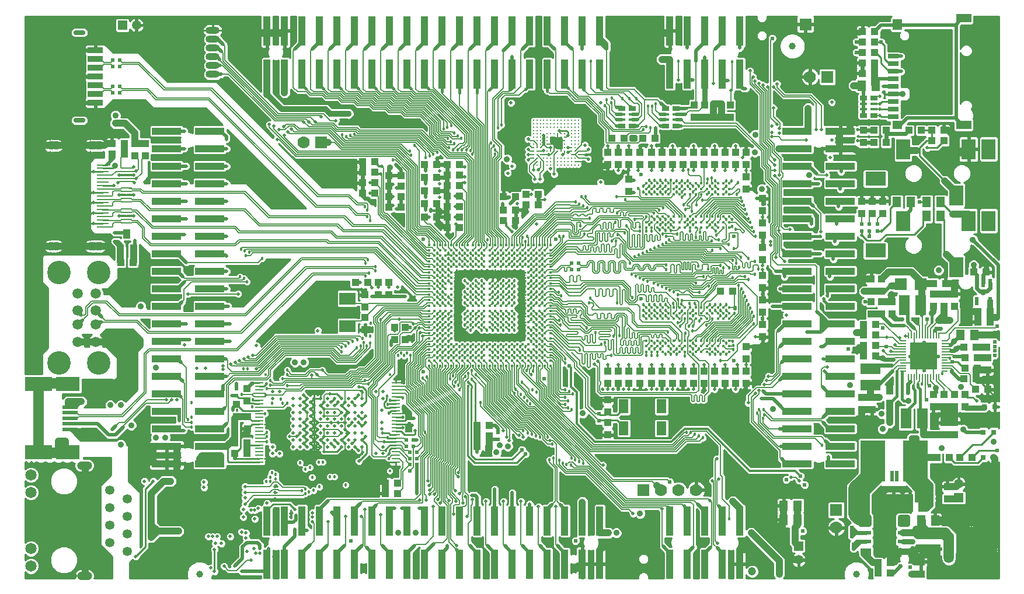
<source format=gbr>
G75*
G70*
%OFA0B0*%
%FSLAX24Y24*%
%IPPOS*%
%LPD*%
%AMOC8*
5,1,8,0,0,1.08239X$1,22.5*
%
%ADD10C,0.0591*%
%ADD11R,0.0700X0.0700*%
%ADD12R,0.0400X0.0400*%
%ADD13R,0.0500X0.0600*%
%ADD14R,0.0394X0.1673*%
%ADD15C,0.0394*%
%ADD16R,0.0531X0.0531*%
%ADD17C,0.0531*%
%ADD18R,0.0400X0.0250*%
%ADD19R,0.0400X0.0150*%
%ADD20R,0.1417X0.2362*%
%ADD21R,0.0315X0.0315*%
%ADD22R,0.0886X0.0197*%
%ADD23R,0.1575X0.0827*%
%ADD24R,0.1378X0.0827*%
%ADD25R,0.0354X0.0079*%
%ADD26R,0.0079X0.0354*%
%ADD27R,0.1575X0.1575*%
%ADD28R,0.0709X0.0709*%
%ADD29R,0.0238X0.0238*%
%ADD30R,0.0630X0.1181*%
%ADD31R,0.0650X0.0700*%
%ADD32R,0.1181X0.0630*%
%ADD33R,0.0472X0.0098*%
%ADD34R,0.0787X0.1181*%
%ADD35R,0.1181X0.0787*%
%ADD36C,0.0650*%
%ADD37C,0.0472*%
%ADD38C,0.0157*%
%ADD39C,0.0236*%
%ADD40C,0.0700*%
%ADD41R,0.0709X0.0098*%
%ADD42R,0.0230X0.0240*%
%ADD43R,0.0320X0.0200*%
%ADD44R,0.0200X0.0320*%
%ADD45R,0.0866X0.0354*%
%ADD46C,0.0277*%
%ADD47R,0.0240X0.0230*%
%ADD48R,0.0217X0.0472*%
%ADD49R,0.1673X0.0394*%
%ADD50R,0.0266X0.0079*%
%ADD51R,0.0305X0.0118*%
%ADD52C,0.1345*%
%ADD53R,0.0945X0.0709*%
%ADD54O,0.0800X0.0400*%
%ADD55R,0.0630X0.0276*%
%ADD56R,0.0551X0.0472*%
%ADD57R,0.0551X0.0630*%
%ADD58R,0.0866X0.0472*%
%ADD59R,0.0551X0.0787*%
%ADD60C,0.0197*%
%ADD61C,0.0768*%
%ADD62R,0.0630X0.0240*%
%ADD63R,0.1031X0.1382*%
%ADD64C,0.0886*%
%ADD65R,0.0571X0.0709*%
%ADD66R,0.0600X0.0500*%
%ADD67R,0.0394X0.0551*%
%ADD68C,0.0098*%
%ADD69C,0.0100*%
%ADD70C,0.0050*%
%ADD71C,0.0180*%
%ADD72C,0.0200*%
%ADD73C,0.0198*%
%ADD74C,0.0240*%
%ADD75C,0.0237*%
%ADD76C,0.0360*%
%ADD77C,0.0400*%
%ADD78C,0.0354*%
%ADD79C,0.0120*%
%ADD80C,0.0060*%
%ADD81C,0.0080*%
%ADD82C,0.0110*%
%ADD83C,0.0320*%
%ADD84C,0.2165*%
%ADD85C,0.0300*%
%ADD86C,0.0800*%
%ADD87C,0.0600*%
%ADD88C,0.0500*%
%ADD89C,0.0380*%
%ADD90C,0.0160*%
%ADD91C,0.1000*%
%ADD92C,0.0070*%
D10*
X008927Y021032D03*
X009958Y021032D03*
X009958Y022017D03*
X008927Y022017D03*
X008927Y022804D03*
X009958Y022804D03*
X009958Y023788D03*
X008927Y023788D03*
X058654Y009613D03*
X058654Y009494D03*
X058654Y009376D03*
X058654Y009258D03*
X058654Y009140D03*
X058654Y009022D03*
X058654Y008904D03*
X058654Y008786D03*
X058654Y008668D03*
X061016Y008668D03*
X061016Y008786D03*
X061016Y008904D03*
X061016Y009022D03*
X061016Y009140D03*
X061016Y009258D03*
X061016Y009376D03*
X061016Y009494D03*
X060367Y010892D03*
X060288Y010892D03*
X060170Y010892D03*
X060052Y010892D03*
X059934Y010892D03*
X059816Y010892D03*
X059697Y010892D03*
X059579Y010892D03*
X059501Y010892D03*
D11*
X052227Y011410D03*
X041227Y012560D03*
X022827Y032410D03*
X050477Y039160D03*
X051727Y036160D03*
D12*
X053727Y036360D03*
X054427Y036360D03*
X054427Y036960D03*
X054427Y037560D03*
X054427Y038160D03*
X053727Y038160D03*
X053727Y037560D03*
X053727Y036960D03*
X053727Y038760D03*
X054427Y038760D03*
X046177Y034560D03*
X046177Y033860D03*
X044727Y033860D03*
X044127Y033860D03*
X044127Y034560D03*
X044727Y034560D03*
X041877Y032660D03*
X041177Y032660D03*
X041027Y031860D03*
X041677Y031860D03*
X042277Y031860D03*
X042877Y031860D03*
X043477Y031860D03*
X044077Y031860D03*
X044677Y031860D03*
X045277Y031860D03*
X045877Y031860D03*
X046477Y031860D03*
X047077Y031860D03*
X047077Y031160D03*
X046477Y031160D03*
X045877Y031160D03*
X045277Y031160D03*
X044677Y031160D03*
X044077Y031160D03*
X043477Y031160D03*
X042877Y031160D03*
X042277Y031160D03*
X041677Y031160D03*
X041027Y031160D03*
X040377Y031160D03*
X039777Y031160D03*
X039177Y031160D03*
X039177Y031860D03*
X039777Y031860D03*
X040377Y031860D03*
X040127Y032660D03*
X039427Y032660D03*
X040377Y030310D03*
X040377Y029610D03*
X035227Y029460D03*
X035227Y028860D03*
X034527Y028860D03*
X034527Y029460D03*
X033927Y029310D03*
X033227Y029310D03*
X033227Y028560D03*
X033227Y027960D03*
X033927Y027960D03*
X033927Y028560D03*
X030727Y028760D03*
X030727Y028160D03*
X030727Y027560D03*
X030027Y027560D03*
X030027Y028160D03*
X029427Y028160D03*
X028727Y028160D03*
X030027Y028760D03*
X029427Y028910D03*
X028727Y028910D03*
X028727Y029660D03*
X029427Y029660D03*
X030027Y029360D03*
X030027Y029960D03*
X030027Y030560D03*
X029427Y030410D03*
X028727Y030410D03*
X028727Y031160D03*
X029427Y031160D03*
X030027Y031160D03*
X030727Y031160D03*
X030727Y030560D03*
X030727Y029960D03*
X030727Y029360D03*
X027377Y029310D03*
X027377Y029910D03*
X027377Y030510D03*
X026677Y030510D03*
X026677Y029910D03*
X026677Y029310D03*
X025877Y029510D03*
X025877Y030110D03*
X025177Y030110D03*
X025177Y029510D03*
X026677Y028710D03*
X027377Y028710D03*
X025877Y030710D03*
X025877Y031310D03*
X025177Y031310D03*
X025177Y030710D03*
X025477Y024410D03*
X026077Y024410D03*
X026677Y024410D03*
X026677Y023710D03*
X026077Y023710D03*
X025327Y023710D03*
X025327Y023010D03*
X025327Y022410D03*
X025327Y021710D03*
X027027Y021860D03*
X027627Y021860D03*
X027627Y021160D03*
X027027Y021160D03*
X024777Y024410D03*
X018577Y018360D03*
X018577Y017660D03*
X017977Y017460D03*
X017977Y016760D03*
X018627Y016760D03*
X018627Y016060D03*
X018577Y015260D03*
X018577Y014660D03*
X017877Y014660D03*
X017877Y015260D03*
X026477Y012960D03*
X026477Y012360D03*
X027177Y012360D03*
X027177Y012960D03*
X027827Y016060D03*
X027827Y016760D03*
X031727Y016260D03*
X032427Y016260D03*
X032427Y015660D03*
X032427Y015060D03*
X031727Y015060D03*
X031727Y015660D03*
X039177Y015710D03*
X039177Y016410D03*
X039177Y017010D03*
X039177Y017710D03*
X039177Y018660D03*
X039777Y018660D03*
X040377Y018660D03*
X041027Y018660D03*
X041677Y018660D03*
X042277Y018660D03*
X042877Y018660D03*
X043477Y018660D03*
X044077Y018660D03*
X044677Y018660D03*
X045277Y018660D03*
X045877Y018660D03*
X046477Y018660D03*
X047077Y018660D03*
X047077Y019360D03*
X046477Y019360D03*
X045877Y019360D03*
X045277Y019360D03*
X044677Y019360D03*
X044077Y019360D03*
X043477Y019360D03*
X042877Y019360D03*
X042277Y019360D03*
X041677Y019360D03*
X041027Y019360D03*
X040377Y019360D03*
X039777Y019360D03*
X039177Y019360D03*
X045627Y023910D03*
X046327Y023910D03*
X048027Y024110D03*
X048027Y023410D03*
X048027Y022710D03*
X048027Y022010D03*
X048027Y021310D03*
X047077Y020760D03*
X047077Y020060D03*
X053777Y020210D03*
X054477Y020210D03*
X054477Y020810D03*
X054477Y021410D03*
X054477Y022010D03*
X053777Y022010D03*
X053777Y021410D03*
X053777Y020810D03*
X054227Y022610D03*
X054827Y022610D03*
X055427Y022610D03*
X055427Y023310D03*
X054827Y023310D03*
X054227Y023310D03*
X054227Y023910D03*
X054827Y023910D03*
X054827Y024610D03*
X054227Y024610D03*
X057777Y024360D03*
X058477Y024360D03*
X058377Y023760D03*
X058977Y023760D03*
X058977Y023060D03*
X058377Y023060D03*
X057777Y023060D03*
X057777Y023760D03*
X060077Y025010D03*
X060777Y025010D03*
X061027Y022760D03*
X061027Y022160D03*
X060327Y022160D03*
X060327Y022760D03*
X060827Y021410D03*
X060827Y020710D03*
X060227Y020710D03*
X060277Y020110D03*
X060277Y019510D03*
X060877Y019410D03*
X060877Y020110D03*
X059577Y020110D03*
X059577Y019510D03*
X059527Y018910D03*
X060227Y018910D03*
X060177Y018310D03*
X059577Y018010D03*
X058977Y018010D03*
X058377Y018010D03*
X057777Y018010D03*
X057777Y017310D03*
X058377Y017310D03*
X058977Y017310D03*
X059577Y017310D03*
X058977Y016410D03*
X058377Y016410D03*
X058377Y015710D03*
X058977Y015710D03*
X059277Y014410D03*
X058677Y014410D03*
X057977Y014410D03*
X058577Y012760D03*
X058577Y012060D03*
X057127Y012110D03*
X057127Y011510D03*
X056427Y011510D03*
X056427Y012110D03*
X059977Y014410D03*
X055277Y017510D03*
X055277Y018210D03*
X054277Y017860D03*
X053677Y017860D03*
X053677Y017160D03*
X054277Y017160D03*
X059527Y020710D03*
X060877Y018310D03*
X048027Y024810D03*
X048027Y025710D03*
X048027Y026410D03*
X048027Y027110D03*
X048027Y027810D03*
X048027Y028510D03*
X048027Y029210D03*
X047077Y029760D03*
X047077Y030460D03*
X053677Y029060D03*
X054277Y029060D03*
X054877Y029060D03*
X054877Y028360D03*
X054277Y028360D03*
X053677Y028360D03*
X053777Y032410D03*
X054377Y032410D03*
X055077Y032410D03*
X055077Y033110D03*
X054377Y033110D03*
X053777Y033110D03*
X056377Y033110D03*
X057077Y033110D03*
X057677Y033110D03*
X057677Y032510D03*
X058377Y032510D03*
X058377Y033110D03*
X057077Y008460D03*
X057077Y007760D03*
X055327Y007810D03*
X055327Y008410D03*
X054627Y008410D03*
X054627Y007810D03*
X012777Y031660D03*
X012177Y031660D03*
X011577Y031760D03*
X011577Y032360D03*
X012177Y032360D03*
X012777Y032360D03*
X010877Y032360D03*
X010877Y031760D03*
X011377Y025560D03*
X012077Y025560D03*
D13*
X049227Y011660D03*
X049227Y010860D03*
X050027Y010860D03*
X050027Y011660D03*
X057077Y010810D03*
X057877Y010810D03*
X059327Y021410D03*
X060127Y021410D03*
X058177Y028210D03*
X057377Y028210D03*
X057377Y029010D03*
X056477Y029010D03*
X055677Y029010D03*
X058177Y029010D03*
X054477Y035660D03*
X053677Y035660D03*
D14*
X046727Y036330D03*
X045727Y036330D03*
X044727Y036330D03*
X043727Y036330D03*
X042727Y036330D03*
X042727Y038791D03*
X043727Y038791D03*
X044727Y038791D03*
X045727Y038791D03*
X046727Y038791D03*
X038727Y038791D03*
X037727Y038791D03*
X036727Y038791D03*
X035727Y038791D03*
X034727Y038791D03*
X033727Y038791D03*
X032727Y038791D03*
X031727Y038791D03*
X030727Y038791D03*
X029727Y038791D03*
X028727Y038791D03*
X027727Y038791D03*
X026727Y038791D03*
X025727Y038791D03*
X024727Y038791D03*
X023727Y038791D03*
X022727Y038791D03*
X021727Y038791D03*
X020727Y038791D03*
X019727Y038791D03*
X019727Y036330D03*
X020727Y036330D03*
X021727Y036330D03*
X022727Y036330D03*
X023727Y036330D03*
X024727Y036330D03*
X025727Y036330D03*
X026727Y036330D03*
X027727Y036330D03*
X028727Y036330D03*
X029727Y036330D03*
X030727Y036330D03*
X031727Y036330D03*
X032727Y036330D03*
X033727Y036330D03*
X034727Y036330D03*
X035727Y036330D03*
X036727Y036330D03*
X037727Y036330D03*
X038727Y036330D03*
X038727Y010791D03*
X037727Y010791D03*
X036727Y010791D03*
X035727Y010791D03*
X034727Y010791D03*
X033727Y010791D03*
X032727Y010791D03*
X031727Y010791D03*
X030727Y010791D03*
X029727Y010791D03*
X028727Y010791D03*
X027727Y010791D03*
X026727Y010791D03*
X025727Y010791D03*
X024727Y010791D03*
X023727Y010791D03*
X022727Y010791D03*
X021727Y010791D03*
X020727Y010791D03*
X019727Y010791D03*
X019727Y008330D03*
X020727Y008330D03*
X021727Y008330D03*
X022727Y008330D03*
X023727Y008330D03*
X024727Y008330D03*
X025727Y008330D03*
X026727Y008330D03*
X027727Y008330D03*
X028727Y008330D03*
X029727Y008330D03*
X030727Y008330D03*
X031727Y008330D03*
X032727Y008330D03*
X033727Y008330D03*
X034727Y008330D03*
X035727Y008330D03*
X036727Y008330D03*
X037727Y008330D03*
X038727Y008330D03*
X042727Y008330D03*
X043727Y008330D03*
X044727Y008330D03*
X045727Y008330D03*
X046727Y008330D03*
X046727Y010791D03*
X045727Y010791D03*
X044727Y010791D03*
X043727Y010791D03*
X042727Y010791D03*
D15*
X053377Y007760D03*
X015877Y007760D03*
X049727Y037910D03*
D16*
X011483Y039110D03*
X050077Y009354D03*
X059227Y012117D03*
D17*
X059227Y012904D03*
X050077Y008567D03*
X011765Y009064D03*
X010765Y009564D03*
X011765Y010064D03*
X010765Y010564D03*
X011765Y011064D03*
X010765Y011564D03*
X011765Y012064D03*
X010765Y012564D03*
X012271Y039110D03*
D18*
X039977Y034360D03*
X040577Y034360D03*
X040577Y033360D03*
X039977Y033360D03*
X042477Y033360D03*
X043077Y033360D03*
X043077Y034360D03*
X042477Y034360D03*
X053777Y033960D03*
X054377Y033960D03*
X054377Y034960D03*
X053777Y034960D03*
D19*
X053777Y034610D03*
X053777Y034310D03*
X054377Y034310D03*
X054377Y034610D03*
X043077Y034010D03*
X043077Y033710D03*
X042477Y033710D03*
X042477Y034010D03*
X040577Y034010D03*
X040577Y033710D03*
X039977Y033710D03*
X039977Y034010D03*
D20*
X054306Y014210D03*
X056747Y014210D03*
D21*
X060627Y014410D03*
X061227Y014410D03*
X061227Y015860D03*
X060627Y015860D03*
X060677Y017310D03*
X061277Y017310D03*
D22*
X008492Y017293D03*
X008492Y016978D03*
X008492Y016663D03*
X008492Y016348D03*
X008492Y016033D03*
D23*
X006679Y014715D03*
X006679Y018612D03*
D24*
X008352Y018612D03*
X008352Y014715D03*
D25*
X056046Y019344D03*
X056046Y019502D03*
X056046Y019659D03*
X056046Y019817D03*
X056046Y019974D03*
X056046Y020131D03*
X056046Y020289D03*
X056046Y020446D03*
X056046Y020604D03*
X056046Y020761D03*
X056046Y020919D03*
X056046Y021076D03*
X058408Y021076D03*
X058408Y020919D03*
X058408Y020761D03*
X058408Y020604D03*
X058408Y020446D03*
X058408Y020289D03*
X058408Y020131D03*
X058408Y019974D03*
X058408Y019817D03*
X058408Y019659D03*
X058408Y019502D03*
X058408Y019344D03*
D26*
X058093Y019029D03*
X057936Y019029D03*
X057778Y019029D03*
X057621Y019029D03*
X057463Y019029D03*
X057306Y019029D03*
X057148Y019029D03*
X056991Y019029D03*
X056833Y019029D03*
X056676Y019029D03*
X056518Y019029D03*
X056361Y019029D03*
X056361Y021391D03*
X056518Y021391D03*
X056676Y021391D03*
X056833Y021391D03*
X056991Y021391D03*
X057148Y021391D03*
X057306Y021391D03*
X057463Y021391D03*
X057621Y021391D03*
X057778Y021391D03*
X057936Y021391D03*
X058093Y021391D03*
D27*
X057227Y020210D03*
D28*
X057227Y020210D03*
D29*
X057483Y019817D03*
X057621Y019954D03*
X057857Y019954D03*
X057857Y020466D03*
X057621Y020466D03*
X057483Y020604D03*
X057483Y020840D03*
X056971Y020840D03*
X056971Y020604D03*
X056833Y020466D03*
X056597Y020466D03*
X056597Y019954D03*
X056833Y019954D03*
X056971Y019817D03*
X056971Y019580D03*
X057483Y019580D03*
D30*
X057149Y016660D03*
X056204Y016660D03*
X056104Y023110D03*
X057049Y023110D03*
D31*
X057052Y024310D03*
X055902Y024310D03*
D32*
X054177Y019483D03*
X054177Y018538D03*
D33*
X027075Y018477D03*
X027075Y018280D03*
X027075Y018083D03*
X027075Y017887D03*
X027075Y017690D03*
X027075Y017493D03*
X027075Y017296D03*
X027075Y017099D03*
X027075Y016902D03*
X027075Y016706D03*
X027075Y016509D03*
X027075Y016312D03*
X027075Y016115D03*
X027075Y015918D03*
X027075Y015721D03*
X027075Y015524D03*
X027075Y015328D03*
X027075Y015131D03*
X027075Y014934D03*
X027075Y014737D03*
X027075Y014540D03*
X027075Y014343D03*
X027075Y014146D03*
X027075Y018674D03*
X019279Y018674D03*
X019279Y018477D03*
X019279Y018280D03*
X019279Y018083D03*
X019279Y017887D03*
X019279Y017690D03*
X019279Y017493D03*
X019279Y017296D03*
X019279Y017099D03*
X019279Y016902D03*
X019279Y016706D03*
X019279Y016509D03*
X019279Y016312D03*
X019279Y016115D03*
X019279Y015918D03*
X019279Y015721D03*
X019279Y015524D03*
X019279Y015328D03*
X019279Y015131D03*
X019279Y014934D03*
X019279Y014737D03*
X019279Y014540D03*
X019279Y014343D03*
X019279Y014146D03*
D34*
X056048Y027927D03*
X059080Y029389D03*
X059788Y027927D03*
X060930Y027927D03*
X059080Y025289D03*
X059788Y032027D03*
X060930Y032027D03*
X056048Y032027D03*
D35*
X054473Y030334D03*
X054473Y026234D03*
D36*
X006257Y013413D03*
X006257Y012413D03*
X006257Y009208D03*
X006257Y008208D03*
D37*
X009111Y007661D03*
X009190Y007661D03*
X009269Y007661D03*
X009347Y007661D03*
X009426Y007661D03*
X009505Y007661D03*
X009505Y013960D03*
X009426Y013960D03*
X009347Y013960D03*
X009269Y013960D03*
X009190Y013960D03*
X009111Y013960D03*
X009662Y026486D03*
X009761Y026486D03*
X009879Y026486D03*
X010036Y026486D03*
X010095Y026486D03*
X010214Y026486D03*
X007753Y026496D03*
X007635Y026486D03*
X007477Y026486D03*
X007359Y026486D03*
X007359Y032234D03*
X007477Y032234D03*
X007635Y032234D03*
X007753Y032234D03*
X009662Y032234D03*
X009761Y032234D03*
X009879Y032234D03*
X010036Y032234D03*
X010095Y032234D03*
X010214Y032234D03*
X047427Y007910D03*
D38*
X035908Y019635D03*
X035908Y019950D03*
X035908Y020265D03*
X035908Y020580D03*
X035908Y020894D03*
X035593Y020894D03*
X035593Y020580D03*
X035278Y020580D03*
X035278Y020894D03*
X034963Y020894D03*
X034963Y020580D03*
X034648Y020580D03*
X034648Y020894D03*
X034333Y020894D03*
X034333Y020580D03*
X034018Y020580D03*
X034018Y020894D03*
X033703Y020894D03*
X033703Y020580D03*
X033388Y020580D03*
X033388Y020894D03*
X033073Y020894D03*
X033073Y020580D03*
X032758Y020580D03*
X032758Y020894D03*
X032443Y020894D03*
X032443Y020580D03*
X032129Y020580D03*
X032129Y020894D03*
X031814Y020894D03*
X031814Y020580D03*
X031814Y020265D03*
X032129Y020265D03*
X032443Y020265D03*
X032443Y019950D03*
X032129Y019950D03*
X032129Y019635D03*
X032443Y019635D03*
X032758Y019635D03*
X032758Y019950D03*
X032758Y020265D03*
X033073Y020265D03*
X033388Y020265D03*
X033703Y020265D03*
X034018Y020265D03*
X034333Y020265D03*
X034648Y020265D03*
X034963Y020265D03*
X035278Y020265D03*
X035593Y020265D03*
X035593Y019950D03*
X035278Y019950D03*
X034963Y019950D03*
X034648Y019950D03*
X034333Y019950D03*
X034018Y019950D03*
X033703Y019950D03*
X033388Y019950D03*
X033073Y019950D03*
X033073Y019635D03*
X033388Y019635D03*
X033703Y019635D03*
X034018Y019635D03*
X034333Y019635D03*
X034648Y019635D03*
X034963Y019635D03*
X035278Y019635D03*
X035593Y019635D03*
X035593Y021209D03*
X035278Y021209D03*
X034963Y021209D03*
X034648Y021209D03*
X034648Y021524D03*
X034963Y021524D03*
X035278Y021524D03*
X035593Y021524D03*
X035908Y021524D03*
X035908Y021209D03*
X035908Y021839D03*
X035593Y021839D03*
X035278Y021839D03*
X034963Y021839D03*
X034648Y021839D03*
X034648Y022154D03*
X034963Y022154D03*
X035278Y022154D03*
X035593Y022154D03*
X035908Y022154D03*
X035908Y022469D03*
X035593Y022469D03*
X035278Y022469D03*
X034963Y022469D03*
X034648Y022469D03*
X034648Y022784D03*
X034963Y022784D03*
X035278Y022784D03*
X035593Y022784D03*
X035908Y022784D03*
X035908Y023099D03*
X035593Y023099D03*
X035278Y023099D03*
X034963Y023099D03*
X034648Y023099D03*
X034648Y023414D03*
X034648Y023729D03*
X034648Y024044D03*
X034648Y024359D03*
X034648Y024674D03*
X034648Y024989D03*
X034648Y025304D03*
X034333Y025304D03*
X034018Y025304D03*
X033703Y025304D03*
X033388Y025304D03*
X033073Y025304D03*
X032758Y025304D03*
X032443Y025304D03*
X032129Y025304D03*
X032129Y025619D03*
X032443Y025619D03*
X032443Y025934D03*
X032129Y025934D03*
X032129Y026249D03*
X032443Y026249D03*
X032443Y026564D03*
X032129Y026564D03*
X031814Y026564D03*
X031814Y026249D03*
X031814Y025934D03*
X031814Y025619D03*
X031814Y025304D03*
X031499Y025304D03*
X031499Y025619D03*
X031499Y025934D03*
X031499Y026249D03*
X031499Y026564D03*
X031184Y026564D03*
X031184Y026249D03*
X031184Y025934D03*
X031184Y025619D03*
X031184Y025304D03*
X030869Y025304D03*
X030869Y025619D03*
X030869Y025934D03*
X030869Y026249D03*
X030869Y026564D03*
X030554Y026564D03*
X030554Y026249D03*
X030554Y025934D03*
X030554Y025619D03*
X030554Y025304D03*
X030239Y025304D03*
X030239Y025619D03*
X030239Y025934D03*
X030239Y026249D03*
X030239Y026564D03*
X029924Y026564D03*
X029609Y026564D03*
X029294Y026564D03*
X028979Y026564D03*
X028979Y026249D03*
X029294Y026249D03*
X029609Y026249D03*
X029924Y026249D03*
X029924Y025934D03*
X029924Y025619D03*
X029924Y025304D03*
X029924Y024989D03*
X030239Y024989D03*
X030239Y024674D03*
X030239Y024359D03*
X030239Y024044D03*
X030239Y023729D03*
X030239Y023414D03*
X030239Y023099D03*
X030239Y022784D03*
X030239Y022469D03*
X030239Y022154D03*
X030239Y021839D03*
X030239Y021524D03*
X030239Y021209D03*
X030239Y020894D03*
X030239Y020580D03*
X030554Y020580D03*
X030554Y020894D03*
X030869Y020894D03*
X030869Y020580D03*
X031184Y020580D03*
X031184Y020894D03*
X031499Y020894D03*
X031499Y020580D03*
X031499Y020265D03*
X031184Y020265D03*
X030869Y020265D03*
X030554Y020265D03*
X030239Y020265D03*
X029924Y020265D03*
X029924Y020580D03*
X029924Y020894D03*
X029609Y020894D03*
X029609Y020580D03*
X029294Y020580D03*
X029294Y020894D03*
X028979Y020894D03*
X028979Y020580D03*
X028979Y020265D03*
X029294Y020265D03*
X029609Y020265D03*
X029609Y019950D03*
X029924Y019950D03*
X030239Y019950D03*
X030554Y019950D03*
X030869Y019950D03*
X031184Y019950D03*
X031499Y019950D03*
X031814Y019950D03*
X031814Y019635D03*
X031499Y019635D03*
X031184Y019635D03*
X030869Y019635D03*
X030554Y019635D03*
X030239Y019635D03*
X029924Y019635D03*
X029609Y019635D03*
X029294Y019635D03*
X029294Y019950D03*
X028979Y019950D03*
X028979Y019635D03*
X026735Y019162D03*
X028979Y021209D03*
X029294Y021209D03*
X029609Y021209D03*
X029924Y021209D03*
X029924Y021524D03*
X029609Y021524D03*
X029294Y021524D03*
X028979Y021524D03*
X028979Y021839D03*
X029294Y021839D03*
X029609Y021839D03*
X029924Y021839D03*
X029924Y022154D03*
X029609Y022154D03*
X029294Y022154D03*
X028979Y022154D03*
X028979Y022469D03*
X029294Y022469D03*
X029609Y022469D03*
X029924Y022469D03*
X029924Y022784D03*
X029609Y022784D03*
X029294Y022784D03*
X028979Y022784D03*
X028979Y023099D03*
X029294Y023099D03*
X029609Y023099D03*
X029924Y023099D03*
X029924Y023414D03*
X029924Y023729D03*
X029924Y024044D03*
X029924Y024359D03*
X029924Y024674D03*
X029609Y024674D03*
X029609Y024359D03*
X029609Y024044D03*
X029609Y023729D03*
X029609Y023414D03*
X029294Y023414D03*
X028979Y023414D03*
X028979Y023729D03*
X029294Y023729D03*
X029294Y024044D03*
X029294Y024359D03*
X029294Y024674D03*
X029294Y024989D03*
X029609Y024989D03*
X029609Y025304D03*
X029609Y025619D03*
X029609Y025934D03*
X029294Y025934D03*
X028979Y025934D03*
X028979Y025619D03*
X029294Y025619D03*
X029294Y025304D03*
X028979Y025304D03*
X028979Y024989D03*
X028979Y024674D03*
X028979Y024359D03*
X028979Y024044D03*
X031184Y024044D03*
X031499Y024044D03*
X031814Y024044D03*
X032129Y024044D03*
X032443Y024044D03*
X032443Y023729D03*
X032129Y023729D03*
X032129Y023414D03*
X032443Y023414D03*
X032443Y023099D03*
X032129Y023099D03*
X032129Y022784D03*
X032443Y022784D03*
X032443Y022469D03*
X032129Y022469D03*
X032129Y022154D03*
X032443Y022154D03*
X032443Y021839D03*
X032129Y021839D03*
X031814Y021839D03*
X031814Y022154D03*
X031814Y022469D03*
X031814Y022784D03*
X031814Y023099D03*
X031814Y023414D03*
X031814Y023729D03*
X031499Y023729D03*
X031499Y023414D03*
X031499Y023099D03*
X031499Y022784D03*
X031499Y022469D03*
X031499Y022154D03*
X031499Y021839D03*
X031184Y021839D03*
X031184Y022154D03*
X031184Y022469D03*
X031184Y022784D03*
X031184Y023099D03*
X031184Y023414D03*
X031184Y023729D03*
X031184Y024359D03*
X031499Y024359D03*
X031814Y024359D03*
X032129Y024359D03*
X032443Y024359D03*
X032758Y024359D03*
X032758Y024044D03*
X032758Y023729D03*
X032758Y023414D03*
X032758Y023099D03*
X032758Y022784D03*
X032758Y022469D03*
X032758Y022154D03*
X032758Y021839D03*
X033073Y021839D03*
X033073Y022154D03*
X033073Y022469D03*
X033073Y022784D03*
X033073Y023099D03*
X033073Y023414D03*
X033073Y023729D03*
X033073Y024044D03*
X033073Y024359D03*
X033388Y024359D03*
X033388Y024044D03*
X033388Y023729D03*
X033388Y023414D03*
X033388Y023099D03*
X033388Y022784D03*
X033388Y022469D03*
X033388Y022154D03*
X033388Y021839D03*
X033703Y021839D03*
X033703Y022154D03*
X033703Y022469D03*
X033703Y022784D03*
X033703Y023099D03*
X033703Y023414D03*
X033703Y023729D03*
X033703Y024044D03*
X033703Y024359D03*
X033703Y025619D03*
X033388Y025619D03*
X033073Y025619D03*
X032758Y025619D03*
X032758Y025934D03*
X032758Y026249D03*
X032758Y026564D03*
X033073Y026564D03*
X033073Y026249D03*
X033073Y025934D03*
X033388Y025934D03*
X033388Y026249D03*
X033388Y026564D03*
X033703Y026564D03*
X033703Y026249D03*
X033703Y025934D03*
X034018Y025934D03*
X034018Y026249D03*
X034018Y026564D03*
X034333Y026564D03*
X034333Y026249D03*
X034333Y025934D03*
X034333Y025619D03*
X034018Y025619D03*
X034648Y025619D03*
X034648Y025934D03*
X034648Y026249D03*
X034648Y026564D03*
X034963Y026564D03*
X035278Y026564D03*
X035593Y026564D03*
X035908Y026564D03*
X035908Y026249D03*
X035593Y026249D03*
X035278Y026249D03*
X034963Y026249D03*
X034963Y025934D03*
X034963Y025619D03*
X034963Y025304D03*
X034963Y024989D03*
X034963Y024674D03*
X034963Y024359D03*
X034963Y024044D03*
X034963Y023729D03*
X034963Y023414D03*
X035278Y023414D03*
X035593Y023414D03*
X035908Y023414D03*
X035908Y023729D03*
X035593Y023729D03*
X035278Y023729D03*
X035278Y024044D03*
X035278Y024359D03*
X035278Y024674D03*
X035278Y024989D03*
X035278Y025304D03*
X035278Y025619D03*
X035278Y025934D03*
X035593Y025934D03*
X035908Y025934D03*
X035908Y025619D03*
X035593Y025619D03*
X035593Y025304D03*
X035593Y024989D03*
X035593Y024674D03*
X035593Y024359D03*
X035593Y024044D03*
X035908Y024044D03*
X035908Y024359D03*
X035908Y024674D03*
X035908Y024989D03*
X035908Y025304D03*
X041380Y027548D03*
X041380Y027863D03*
X041380Y028178D03*
X041695Y028178D03*
X041695Y027863D03*
X041695Y027548D03*
X042010Y027548D03*
X042010Y027863D03*
X042010Y028178D03*
X042325Y028178D03*
X042325Y027863D03*
X042325Y027548D03*
X042640Y027548D03*
X042640Y027863D03*
X042640Y028178D03*
X042955Y028178D03*
X042955Y027863D03*
X042955Y027548D03*
X043270Y027548D03*
X043270Y027863D03*
X043270Y028178D03*
X043585Y028178D03*
X043585Y027863D03*
X043585Y027548D03*
X043900Y027548D03*
X043900Y027863D03*
X043900Y028178D03*
X044215Y028178D03*
X044215Y027863D03*
X044215Y027548D03*
X044530Y027548D03*
X044530Y027863D03*
X044530Y028178D03*
X044845Y028178D03*
X045160Y028178D03*
X045475Y028178D03*
X045790Y028178D03*
X046105Y028178D03*
X046105Y027863D03*
X046105Y027548D03*
X045790Y027548D03*
X045790Y027863D03*
X045475Y027863D03*
X045475Y027548D03*
X045160Y027548D03*
X044845Y027548D03*
X044845Y027863D03*
X045160Y027863D03*
X045160Y029438D03*
X045160Y029753D03*
X045160Y030068D03*
X044845Y030068D03*
X044530Y030068D03*
X044215Y030068D03*
X043900Y030068D03*
X043585Y030068D03*
X043270Y030068D03*
X042955Y030068D03*
X042640Y030068D03*
X042325Y030068D03*
X042010Y030068D03*
X041695Y030068D03*
X041380Y030068D03*
X041380Y029753D03*
X041380Y029438D03*
X041695Y029438D03*
X041695Y029753D03*
X042010Y029753D03*
X042010Y029438D03*
X042325Y029438D03*
X042325Y029753D03*
X042640Y029753D03*
X042640Y029438D03*
X042955Y029438D03*
X042955Y029753D03*
X043270Y029753D03*
X043585Y029753D03*
X043900Y029753D03*
X044215Y029753D03*
X044530Y029753D03*
X044845Y029753D03*
X044845Y029438D03*
X044530Y029438D03*
X044215Y029438D03*
X043900Y029438D03*
X043585Y029438D03*
X043270Y029438D03*
X045475Y029438D03*
X045475Y029753D03*
X045475Y030068D03*
X045790Y030068D03*
X046105Y030068D03*
X046105Y029753D03*
X045790Y029753D03*
X045790Y029438D03*
X046105Y029438D03*
X046105Y022981D03*
X046105Y022666D03*
X046105Y022351D03*
X045790Y022351D03*
X045475Y022351D03*
X045160Y022351D03*
X044845Y022351D03*
X044530Y022351D03*
X044215Y022351D03*
X043900Y022351D03*
X043585Y022351D03*
X043270Y022351D03*
X042955Y022351D03*
X042640Y022351D03*
X042325Y022351D03*
X042010Y022351D03*
X041695Y022351D03*
X041380Y022351D03*
X041380Y022666D03*
X041380Y022981D03*
X041695Y022981D03*
X041695Y022666D03*
X042010Y022666D03*
X042010Y022981D03*
X042325Y022981D03*
X042325Y022666D03*
X042640Y022666D03*
X042640Y022981D03*
X042955Y022981D03*
X042955Y022666D03*
X043270Y022666D03*
X043270Y022981D03*
X043585Y022981D03*
X043585Y022666D03*
X043900Y022666D03*
X044215Y022666D03*
X044530Y022666D03*
X044845Y022666D03*
X045160Y022666D03*
X045475Y022666D03*
X045790Y022666D03*
X045790Y022981D03*
X045475Y022981D03*
X045160Y022981D03*
X044845Y022981D03*
X044530Y022981D03*
X044215Y022981D03*
X043900Y022981D03*
X043900Y021091D03*
X043900Y020776D03*
X043900Y020461D03*
X043585Y020461D03*
X043270Y020461D03*
X042955Y020461D03*
X042640Y020461D03*
X042325Y020461D03*
X042010Y020461D03*
X041695Y020461D03*
X041380Y020461D03*
X041380Y020776D03*
X041380Y021091D03*
X041695Y021091D03*
X041695Y020776D03*
X042010Y020776D03*
X042010Y021091D03*
X042325Y021091D03*
X042325Y020776D03*
X042640Y020776D03*
X042955Y020776D03*
X043270Y020776D03*
X043585Y020776D03*
X043585Y021091D03*
X043270Y021091D03*
X042955Y021091D03*
X042640Y021091D03*
X044215Y021091D03*
X044215Y020776D03*
X044215Y020461D03*
X044530Y020461D03*
X044845Y020461D03*
X045160Y020461D03*
X045475Y020461D03*
X045790Y020461D03*
X046105Y020461D03*
X046105Y020776D03*
X045790Y020776D03*
X045475Y020776D03*
X045160Y020776D03*
X044845Y020776D03*
X044530Y020776D03*
X044530Y021091D03*
X044845Y021091D03*
X045160Y021091D03*
X045475Y021091D03*
X045790Y021091D03*
X046105Y021091D03*
X026735Y013650D03*
X019648Y019162D03*
D39*
X028664Y019320D03*
X028664Y026879D03*
X036223Y026879D03*
X041085Y023493D03*
X046400Y027036D03*
X041085Y030580D03*
X046400Y019950D03*
D40*
X044227Y012560D03*
X043227Y012560D03*
X042227Y012560D03*
X052227Y010410D03*
X021827Y032410D03*
X050727Y036160D03*
D41*
X010351Y031132D03*
X010351Y030935D03*
X010351Y030738D03*
X010351Y030541D03*
X010351Y030344D03*
X010351Y030148D03*
X010351Y029951D03*
X010351Y029754D03*
X010351Y029557D03*
X010351Y029360D03*
X010351Y029163D03*
X010351Y028967D03*
X010351Y028770D03*
X010351Y028573D03*
X010351Y028376D03*
X010351Y028179D03*
X010351Y027982D03*
X010351Y027785D03*
X010351Y027589D03*
D42*
X017977Y018360D03*
X017977Y017960D03*
X032927Y015860D03*
X032927Y015460D03*
X038677Y016510D03*
X038677Y016910D03*
X053677Y027360D03*
X053677Y027760D03*
X054127Y027760D03*
X054127Y027360D03*
X054577Y027360D03*
X054577Y027760D03*
D43*
X027027Y030510D03*
D44*
X057077Y008110D03*
D45*
X009933Y034682D03*
X009933Y035182D03*
X009933Y035682D03*
X009933Y036182D03*
X009933Y036682D03*
X009933Y037182D03*
X009933Y037682D03*
D46*
X009234Y038690D03*
X009156Y038690D03*
X009067Y038690D03*
X008969Y038690D03*
X008880Y038690D03*
X008801Y038690D03*
X008801Y033674D03*
X008880Y033674D03*
X008969Y033674D03*
X009067Y033674D03*
X009156Y033674D03*
X009234Y033674D03*
X016530Y011593D03*
X016294Y011357D03*
X016294Y010963D03*
X016530Y010727D03*
X016924Y010727D03*
X017160Y010963D03*
X017160Y011357D03*
X016924Y011593D03*
D47*
X027877Y013660D03*
X027877Y014010D03*
X027877Y014360D03*
X027877Y014710D03*
X028277Y014710D03*
X028277Y014360D03*
X028277Y014010D03*
X028277Y013660D03*
X028077Y015060D03*
X028077Y015410D03*
X027677Y015410D03*
X027677Y015060D03*
X037127Y025160D03*
X037127Y025510D03*
X037527Y025510D03*
X037527Y025160D03*
X011327Y035260D03*
X011327Y035610D03*
X010927Y035610D03*
X010927Y035260D03*
X010927Y036760D03*
X010927Y037110D03*
X011327Y037110D03*
X011327Y036760D03*
D48*
X060253Y024372D03*
X060627Y024372D03*
X061001Y024372D03*
X061001Y023348D03*
X060253Y023348D03*
D49*
X052457Y023060D03*
X052457Y024060D03*
X052457Y025060D03*
X052457Y026060D03*
X052457Y027060D03*
X052457Y028060D03*
X052457Y029060D03*
X052457Y030060D03*
X052457Y031060D03*
X052457Y032060D03*
X052457Y033060D03*
X049997Y033060D03*
X049997Y032060D03*
X049997Y031060D03*
X049997Y030060D03*
X049997Y029060D03*
X049997Y028060D03*
X049997Y027060D03*
X049997Y026060D03*
X049997Y025060D03*
X049997Y024060D03*
X049997Y023060D03*
X049997Y022060D03*
X049997Y021060D03*
X049997Y020060D03*
X049997Y019060D03*
X049997Y018060D03*
X049997Y017060D03*
X049997Y016060D03*
X049997Y015060D03*
X049997Y014060D03*
X052457Y014060D03*
X052457Y015060D03*
X052457Y016060D03*
X052457Y017060D03*
X052457Y018060D03*
X052457Y019060D03*
X052457Y020060D03*
X052457Y021060D03*
X052457Y022060D03*
X016457Y022060D03*
X016457Y021060D03*
X016457Y020060D03*
X016457Y019060D03*
X016457Y018060D03*
X016457Y017060D03*
X016457Y016060D03*
X016457Y015060D03*
X016457Y014060D03*
X013997Y014060D03*
X013997Y015060D03*
X013997Y016060D03*
X013997Y017060D03*
X013997Y018060D03*
X013997Y019060D03*
X013997Y020060D03*
X013997Y021060D03*
X013997Y022060D03*
X013997Y023060D03*
X013997Y024060D03*
X013997Y025060D03*
X013997Y026060D03*
X013997Y027060D03*
X013997Y028060D03*
X013997Y029060D03*
X013997Y030060D03*
X013997Y031060D03*
X013997Y032060D03*
X013997Y033060D03*
X016457Y033060D03*
X016457Y032060D03*
X016457Y031060D03*
X016457Y030060D03*
X016457Y029060D03*
X016457Y028060D03*
X016457Y027060D03*
X016457Y026060D03*
X016457Y025060D03*
X016457Y024060D03*
X016457Y023060D03*
D50*
X011869Y027817D03*
X011869Y028013D03*
X011525Y028013D03*
X011525Y027817D03*
X011525Y028407D03*
X011525Y028604D03*
X011869Y028604D03*
X011869Y028407D03*
X011869Y029017D03*
X011869Y029213D03*
X011525Y029213D03*
X011525Y029017D03*
X011525Y029607D03*
X011525Y029804D03*
X011869Y029804D03*
X011869Y029607D03*
X011869Y030167D03*
X011869Y030363D03*
X011525Y030363D03*
X011525Y030167D03*
X011525Y030757D03*
X011525Y030954D03*
X011869Y030954D03*
X011869Y030757D03*
D51*
X011849Y030560D03*
X011544Y030560D03*
X011544Y029410D03*
X011849Y029410D03*
X011849Y028210D03*
X011544Y028210D03*
D52*
X010108Y024997D03*
X007864Y024997D03*
X007864Y019824D03*
X010108Y019824D03*
D53*
X024327Y021923D03*
X024327Y023498D03*
D54*
X016627Y036310D03*
X016627Y036810D03*
X016627Y037310D03*
X016627Y037810D03*
X016627Y038310D03*
X016627Y038810D03*
D55*
X055478Y037345D03*
X055478Y036912D03*
X055478Y036479D03*
X055478Y036046D03*
X055478Y035613D03*
X055478Y035180D03*
X055478Y034747D03*
X055478Y034314D03*
X055478Y033881D03*
D56*
X055724Y033408D03*
D57*
X055724Y039156D03*
D58*
X059503Y039510D03*
X059503Y033408D03*
D59*
X042260Y017340D03*
X042260Y016080D03*
X040094Y016080D03*
X040094Y017340D03*
D60*
X026341Y017784D03*
X026341Y018178D03*
X025947Y018178D03*
X025160Y017784D03*
X025160Y017391D03*
X024766Y017391D03*
X024766Y017784D03*
X024373Y017784D03*
X024373Y017391D03*
X023979Y017391D03*
X023979Y017784D03*
X023585Y017784D03*
X023585Y017391D03*
X023191Y017391D03*
X022798Y017391D03*
X022798Y017784D03*
X023191Y017784D03*
X022404Y017784D03*
X022404Y017391D03*
X022010Y017391D03*
X022010Y017784D03*
X021617Y017784D03*
X021617Y017391D03*
X021223Y017391D03*
X021223Y017784D03*
X020436Y018178D03*
X020042Y018178D03*
X020042Y017784D03*
X021223Y016997D03*
X021617Y016997D03*
X022010Y016997D03*
X022010Y016603D03*
X021617Y016603D03*
X021617Y016209D03*
X021617Y015816D03*
X022010Y015816D03*
X022010Y016209D03*
X022404Y016209D03*
X022404Y015816D03*
X022798Y015816D03*
X022798Y016209D03*
X023191Y016209D03*
X023191Y015816D03*
X023191Y015422D03*
X022798Y015422D03*
X022798Y015028D03*
X023191Y015028D03*
X023585Y015028D03*
X023979Y015028D03*
X024373Y015028D03*
X024766Y015028D03*
X025160Y015028D03*
X025160Y015422D03*
X024766Y015422D03*
X024373Y015422D03*
X024373Y015816D03*
X024766Y015816D03*
X024766Y016209D03*
X024373Y016209D03*
X023979Y016209D03*
X023979Y015816D03*
X023585Y015816D03*
X023585Y016209D03*
X023585Y016603D03*
X023191Y016603D03*
X022798Y016603D03*
X022798Y016997D03*
X023191Y016997D03*
X023585Y016997D03*
X023979Y016997D03*
X024373Y016997D03*
X024766Y016997D03*
X024766Y016603D03*
X024373Y016603D03*
X023979Y016603D03*
X023979Y015422D03*
X023585Y015422D03*
X022404Y015422D03*
X022010Y015422D03*
X021617Y015422D03*
X021617Y015028D03*
X022010Y015028D03*
X022404Y015028D03*
X021223Y015028D03*
X021223Y015422D03*
X021223Y015816D03*
X021223Y016209D03*
X021223Y016603D03*
X022404Y016603D03*
X022404Y016997D03*
X025160Y016997D03*
X025160Y016603D03*
X025160Y016209D03*
X025160Y015816D03*
X026341Y015028D03*
X026341Y014635D03*
X025947Y014635D03*
X020436Y014635D03*
X020042Y014635D03*
X020042Y015028D03*
X038782Y030146D03*
X038782Y034674D03*
X033664Y034674D03*
D61*
X016727Y011160D03*
D62*
X053914Y010610D03*
X053914Y010110D03*
X053914Y009610D03*
X053914Y009110D03*
X056040Y009110D03*
X056040Y009610D03*
X056040Y010110D03*
X056040Y010610D03*
D63*
X054977Y009860D03*
D64*
X054977Y009860D03*
D65*
X055490Y011960D03*
X053564Y011960D03*
D66*
X057077Y010010D03*
X057877Y010010D03*
X057877Y009210D03*
X057077Y009210D03*
D67*
X012101Y026327D03*
X011353Y026327D03*
X011727Y027193D03*
D68*
X034943Y031131D03*
X034943Y031328D03*
X034943Y031524D03*
X034943Y031721D03*
X034943Y031918D03*
X034943Y032115D03*
X034943Y032312D03*
X034943Y032509D03*
X034943Y032706D03*
X034943Y032902D03*
X034943Y033099D03*
X034943Y033296D03*
X034943Y033493D03*
X034943Y033690D03*
X035140Y033690D03*
X035140Y033493D03*
X035140Y033296D03*
X035140Y033099D03*
X035140Y032902D03*
X035140Y032706D03*
X035337Y032706D03*
X035337Y032902D03*
X035337Y033099D03*
X035337Y033296D03*
X035337Y033493D03*
X035337Y033690D03*
X035534Y033690D03*
X035731Y033690D03*
X035928Y033690D03*
X036125Y033690D03*
X036321Y033690D03*
X036321Y033493D03*
X036125Y033493D03*
X036125Y033296D03*
X036321Y033296D03*
X036518Y033296D03*
X036518Y033493D03*
X036518Y033690D03*
X036715Y033690D03*
X036912Y033690D03*
X037109Y033690D03*
X037306Y033690D03*
X037503Y033690D03*
X037503Y033493D03*
X037503Y033296D03*
X037503Y033099D03*
X037503Y032902D03*
X037503Y032706D03*
X037503Y032509D03*
X037503Y032312D03*
X037503Y032115D03*
X037503Y031918D03*
X037503Y031721D03*
X037503Y031524D03*
X037503Y031328D03*
X037503Y031131D03*
X037306Y031131D03*
X037306Y031328D03*
X037306Y031524D03*
X037109Y031524D03*
X037109Y031328D03*
X036912Y031328D03*
X036912Y031524D03*
X036715Y031524D03*
X036715Y031328D03*
X036518Y031328D03*
X036518Y031524D03*
X036321Y031524D03*
X036125Y031524D03*
X036125Y031328D03*
X036321Y031328D03*
X036321Y031131D03*
X036125Y031131D03*
X035928Y031131D03*
X035928Y031328D03*
X035928Y031524D03*
X035731Y031524D03*
X035731Y031328D03*
X035534Y031328D03*
X035534Y031524D03*
X035337Y031524D03*
X035337Y031328D03*
X035140Y031328D03*
X035140Y031524D03*
X035140Y031721D03*
X035140Y031918D03*
X035140Y032115D03*
X035140Y032312D03*
X035140Y032509D03*
X035337Y032509D03*
X035337Y032312D03*
X035337Y032115D03*
X035337Y031918D03*
X035337Y031721D03*
X035534Y031721D03*
X035731Y031918D03*
X035928Y031918D03*
X036125Y031918D03*
X036321Y031918D03*
X036518Y031918D03*
X036715Y031918D03*
X036715Y032115D03*
X036715Y032312D03*
X036715Y032509D03*
X036715Y032706D03*
X036715Y032902D03*
X036518Y032902D03*
X036321Y032902D03*
X036125Y032902D03*
X035928Y032902D03*
X035731Y032902D03*
X035731Y032706D03*
X035731Y032509D03*
X035731Y032312D03*
X035731Y032115D03*
X035731Y031131D03*
X035534Y031131D03*
X035337Y031131D03*
X035140Y031131D03*
X036518Y031131D03*
X036715Y031131D03*
X036912Y031131D03*
X037109Y031131D03*
X037109Y031721D03*
X037306Y031721D03*
X037306Y031918D03*
X037306Y032115D03*
X037306Y032312D03*
X037306Y032509D03*
X037306Y032706D03*
X037306Y032902D03*
X037109Y032902D03*
X037109Y032706D03*
X037109Y032509D03*
X037109Y032312D03*
X037109Y032115D03*
X037109Y031918D03*
X037109Y033099D03*
X037306Y033099D03*
X037306Y033296D03*
X037306Y033493D03*
X037109Y033493D03*
X037109Y033296D03*
X036912Y033296D03*
X036715Y033296D03*
X036715Y033493D03*
X036912Y033493D03*
X035928Y033493D03*
X035928Y033296D03*
X035731Y033296D03*
X035731Y033493D03*
X035534Y033493D03*
X035534Y033296D03*
D69*
X005927Y007867D02*
X005927Y007510D01*
X008755Y007510D01*
X008725Y007584D01*
X008725Y007737D01*
X008784Y007879D01*
X008892Y007988D01*
X009034Y008047D01*
X009188Y008047D01*
X009218Y008047D01*
X009267Y008067D01*
X009319Y008067D01*
X009319Y008047D01*
X009345Y008047D01*
X009347Y008046D01*
X009349Y008047D01*
X009376Y008047D01*
X009376Y008067D01*
X009428Y008067D01*
X009476Y008047D01*
X009503Y008047D01*
X009582Y008047D01*
X009724Y007988D01*
X009832Y007879D01*
X009891Y007737D01*
X009891Y007584D01*
X009861Y007510D01*
X010877Y007510D01*
X010877Y008760D01*
X010227Y009410D01*
X010227Y012810D01*
X010827Y013410D01*
X010827Y014410D01*
X009252Y014410D01*
X009252Y014360D01*
X009267Y014366D01*
X009319Y014366D01*
X009319Y014346D01*
X009345Y014346D01*
X009347Y014345D01*
X009349Y014346D01*
X009376Y014346D01*
X009376Y014366D01*
X009428Y014366D01*
X009476Y014346D01*
X009503Y014346D01*
X009582Y014346D01*
X009724Y014287D01*
X009832Y014179D01*
X009891Y014037D01*
X009891Y013883D01*
X009832Y013741D01*
X009724Y013632D01*
X009582Y013574D01*
X009503Y013574D01*
X009476Y013574D01*
X009428Y013554D01*
X009376Y013554D01*
X009376Y013574D01*
X009349Y013574D01*
X009347Y013574D01*
X009345Y013574D01*
X009319Y013574D01*
X009319Y013554D01*
X009267Y013554D01*
X009218Y013574D01*
X009188Y013574D01*
X009034Y013574D01*
X008892Y013632D01*
X008784Y013741D01*
X008725Y013883D01*
X008725Y014037D01*
X008745Y014085D01*
X005927Y014085D01*
X005927Y013753D01*
X005988Y013815D01*
X006163Y013887D01*
X006352Y013887D01*
X006526Y013815D01*
X006660Y013682D01*
X006732Y013507D01*
X006732Y013318D01*
X006660Y013144D01*
X006526Y013010D01*
X006352Y012938D01*
X006163Y012938D01*
X005988Y013010D01*
X005927Y013072D01*
X005927Y012753D01*
X005988Y012815D01*
X006163Y012887D01*
X006352Y012887D01*
X006526Y012815D01*
X006660Y012682D01*
X006732Y012507D01*
X006732Y012318D01*
X006660Y012144D01*
X006526Y012010D01*
X006352Y011938D01*
X006163Y011938D01*
X005988Y012010D01*
X005927Y012072D01*
X005927Y009549D01*
X005988Y009610D01*
X006163Y009683D01*
X006352Y009683D01*
X006526Y009610D01*
X006660Y009477D01*
X006732Y009302D01*
X006732Y009113D01*
X006660Y008939D01*
X006526Y008805D01*
X006352Y008733D01*
X006163Y008733D01*
X005988Y008805D01*
X005927Y008867D01*
X005927Y008549D01*
X005988Y008610D01*
X006163Y008683D01*
X006352Y008683D01*
X006526Y008610D01*
X006660Y008477D01*
X006732Y008302D01*
X006732Y008113D01*
X006660Y007939D01*
X006526Y007805D01*
X006352Y007733D01*
X006163Y007733D01*
X005988Y007805D01*
X005927Y007867D01*
X005927Y007819D02*
X005974Y007819D01*
X005927Y007721D02*
X008725Y007721D01*
X008725Y007622D02*
X005927Y007622D01*
X005927Y007524D02*
X008750Y007524D01*
X008759Y007819D02*
X008376Y007819D01*
X008282Y007780D02*
X008569Y007899D01*
X008788Y008118D01*
X008907Y008405D01*
X008907Y008715D01*
X008788Y009002D01*
X008569Y009221D01*
X008282Y009340D01*
X007972Y009340D01*
X007685Y009221D01*
X007466Y009002D01*
X006686Y009002D01*
X006727Y009100D02*
X007564Y009100D01*
X007466Y009002D02*
X007347Y008715D01*
X007347Y008405D01*
X007466Y008118D01*
X007685Y007899D01*
X007972Y007780D01*
X008282Y007780D01*
X008588Y007918D02*
X008822Y007918D01*
X008686Y008016D02*
X008961Y008016D01*
X008785Y008115D02*
X010877Y008115D01*
X010877Y008016D02*
X009655Y008016D01*
X009794Y007918D02*
X010877Y007918D01*
X010877Y007819D02*
X009857Y007819D01*
X009891Y007721D02*
X010877Y007721D01*
X010877Y007622D02*
X009891Y007622D01*
X009866Y007524D02*
X010877Y007524D01*
X011877Y007524D02*
X015180Y007524D01*
X015178Y007530D02*
X015185Y007510D01*
X011877Y007510D01*
X011877Y008410D01*
X012051Y008584D01*
X012086Y008549D01*
X012177Y008511D01*
X012276Y008511D01*
X012368Y008549D01*
X012438Y008619D01*
X012476Y008711D01*
X012476Y008726D01*
X012977Y009227D01*
X012977Y009393D01*
X012977Y009515D01*
X012982Y009510D01*
X013272Y009510D01*
X013622Y009860D01*
X013672Y009860D01*
X014822Y009860D01*
X015027Y010065D01*
X015027Y010355D01*
X014822Y010560D01*
X013672Y010560D01*
X013622Y010560D01*
X013477Y010705D01*
X013477Y010765D01*
X013477Y011465D01*
X013477Y012165D01*
X013477Y012215D01*
X013972Y012710D01*
X014372Y012710D01*
X014577Y012915D01*
X014577Y013205D01*
X014372Y013410D01*
X013682Y013410D01*
X013477Y013205D01*
X013448Y013176D01*
X013438Y013201D01*
X013368Y013271D01*
X013276Y013309D01*
X013177Y013309D01*
X013086Y013271D01*
X013016Y013201D01*
X012978Y013110D01*
X012978Y013094D01*
X012976Y013092D01*
X012976Y013110D01*
X012938Y013201D01*
X012868Y013271D01*
X012776Y013309D01*
X012677Y013309D01*
X012586Y013271D01*
X012516Y013201D01*
X012478Y013110D01*
X012478Y013011D01*
X012516Y012919D01*
X012586Y012849D01*
X012677Y012811D01*
X012695Y012811D01*
X012577Y012693D01*
X012577Y012527D01*
X012577Y009393D01*
X012477Y009293D01*
X012477Y012410D01*
X011827Y013060D01*
X011827Y015110D01*
X011704Y015110D01*
X011704Y015225D01*
X011654Y015346D01*
X011562Y015438D01*
X011442Y015487D01*
X011312Y015487D01*
X011192Y015438D01*
X011139Y015385D01*
X009099Y015385D01*
X008719Y015765D01*
X009006Y015765D01*
X009105Y015865D01*
X009105Y016033D01*
X008493Y016033D01*
X008493Y016034D01*
X009105Y016034D01*
X009105Y016098D01*
X009935Y016098D01*
X010427Y015607D01*
X010427Y015607D01*
X010573Y015460D01*
X010973Y015460D01*
X011180Y015460D01*
X011480Y015760D01*
X011747Y016027D01*
X011792Y015983D01*
X011912Y015933D01*
X012042Y015933D01*
X012162Y015983D01*
X012254Y016075D01*
X012304Y016195D01*
X012304Y016325D01*
X012254Y016446D01*
X012162Y016538D01*
X012119Y016555D01*
X012899Y017335D01*
X013026Y017335D01*
X013010Y017319D01*
X013010Y016801D01*
X013098Y016713D01*
X014477Y016713D01*
X014477Y016407D01*
X013098Y016407D01*
X013010Y016319D01*
X013010Y015801D01*
X013090Y015722D01*
X013050Y015625D01*
X013050Y015495D01*
X013081Y015419D01*
X012990Y015327D01*
X012990Y015109D01*
X013948Y015109D01*
X013948Y015012D01*
X012990Y015012D01*
X012990Y014793D01*
X013090Y014693D01*
X013948Y014693D01*
X013948Y015012D01*
X014045Y015012D01*
X014045Y015109D01*
X015003Y015109D01*
X015003Y015327D01*
X014904Y015427D01*
X014226Y015427D01*
X014254Y015495D01*
X014254Y015625D01*
X014218Y015713D01*
X014570Y015713D01*
X014573Y015710D01*
X015080Y015710D01*
X015227Y015857D01*
X015227Y015985D01*
X015262Y015985D01*
X015291Y015957D01*
X015379Y015920D01*
X015471Y015920D01*
X015471Y015801D01*
X015558Y015713D01*
X017356Y015713D01*
X017444Y015801D01*
X017444Y016024D01*
X017527Y016107D01*
X017527Y015915D01*
X017527Y015655D01*
X017482Y015610D01*
X017282Y015410D01*
X016312Y015410D01*
X016282Y015410D01*
X016279Y015407D01*
X015558Y015407D01*
X015471Y015319D01*
X015471Y014962D01*
X015319Y015025D01*
X015134Y015025D01*
X015003Y014971D01*
X015003Y015012D01*
X014045Y015012D01*
X014045Y014693D01*
X014779Y014693D01*
X014762Y014653D01*
X014762Y014468D01*
X014779Y014427D01*
X014045Y014427D01*
X014045Y014109D01*
X013948Y014109D01*
X013948Y014427D01*
X013090Y014427D01*
X012990Y014327D01*
X012990Y014109D01*
X013948Y014109D01*
X013948Y014012D01*
X012990Y014012D01*
X012990Y013793D01*
X013090Y013693D01*
X013948Y013693D01*
X013948Y014012D01*
X014045Y014012D01*
X014045Y014109D01*
X015003Y014109D01*
X015003Y014150D01*
X015134Y014095D01*
X015319Y014095D01*
X015471Y014158D01*
X015471Y013801D01*
X015558Y013713D01*
X015729Y013713D01*
X015732Y013710D01*
X015882Y013710D01*
X016172Y013710D01*
X016522Y013710D01*
X016582Y013710D01*
X016932Y013710D01*
X017222Y013710D01*
X017225Y013713D01*
X017356Y013713D01*
X017444Y013801D01*
X017444Y013961D01*
X017458Y013946D01*
X017624Y013946D01*
X019362Y013946D01*
X019363Y013947D01*
X019578Y013947D01*
X019665Y014035D01*
X019665Y014204D01*
X019685Y014224D01*
X019685Y014343D01*
X019580Y014343D01*
X019580Y014343D01*
X019580Y014343D01*
X019685Y014343D01*
X019685Y014463D01*
X019665Y014483D01*
X019665Y014651D01*
X019665Y014848D01*
X019665Y015045D01*
X019665Y015076D01*
X019679Y015070D01*
X019775Y015070D01*
X019793Y015078D01*
X019793Y014925D01*
X019887Y014831D01*
X019793Y014738D01*
X019793Y014532D01*
X019939Y014386D01*
X020145Y014386D01*
X020239Y014480D01*
X020333Y014386D01*
X020538Y014386D01*
X020684Y014532D01*
X020684Y014738D01*
X020538Y014883D01*
X020333Y014883D01*
X020239Y014789D01*
X020196Y014831D01*
X020290Y014925D01*
X020290Y015131D01*
X020145Y015277D01*
X019967Y015277D01*
X019967Y015358D01*
X019930Y015446D01*
X019916Y015460D01*
X019930Y015474D01*
X019967Y015562D01*
X019967Y015658D01*
X019935Y015735D01*
X019967Y015812D01*
X019967Y015908D01*
X019930Y015996D01*
X019863Y016064D01*
X019775Y016100D01*
X019679Y016100D01*
X019665Y016094D01*
X019665Y016172D01*
X019685Y016192D01*
X019685Y016312D01*
X019685Y016431D01*
X019665Y016451D01*
X019665Y016620D01*
X019665Y016670D01*
X019675Y016670D01*
X019763Y016707D01*
X019830Y016774D01*
X019867Y016862D01*
X019867Y016958D01*
X019830Y017046D01*
X019763Y017114D01*
X019745Y017121D01*
X020590Y017121D01*
X020735Y017121D01*
X020884Y017270D01*
X020925Y017270D01*
X020975Y017291D01*
X020975Y017288D01*
X021069Y017194D01*
X020975Y017100D01*
X020975Y016894D01*
X021069Y016800D01*
X020975Y016706D01*
X020975Y016500D01*
X021069Y016406D01*
X020975Y016312D01*
X020975Y016107D01*
X021069Y016013D01*
X020975Y015919D01*
X020975Y015867D01*
X020885Y015830D01*
X020815Y015760D01*
X020777Y015668D01*
X020777Y015569D01*
X020815Y015478D01*
X020885Y015408D01*
X020975Y015371D01*
X020975Y015319D01*
X021069Y015225D01*
X020975Y015131D01*
X020975Y014925D01*
X021120Y014780D01*
X021326Y014780D01*
X021420Y014874D01*
X021514Y014780D01*
X021720Y014780D01*
X021814Y014874D01*
X021907Y014780D01*
X022113Y014780D01*
X022193Y014860D01*
X022293Y014760D01*
X022404Y014760D01*
X022404Y015028D01*
X022404Y015028D01*
X022404Y014760D01*
X022515Y014760D01*
X022601Y014846D01*
X022687Y014760D01*
X022746Y014760D01*
X022746Y014703D01*
X022784Y014612D01*
X022854Y014542D01*
X022945Y014504D01*
X023044Y014504D01*
X023136Y014542D01*
X023147Y014553D01*
X023786Y014553D01*
X023903Y014670D01*
X024013Y014780D01*
X024082Y014780D01*
X024176Y014874D01*
X024270Y014780D01*
X024475Y014780D01*
X024569Y014874D01*
X024663Y014780D01*
X024715Y014780D01*
X024752Y014690D01*
X024822Y014620D01*
X024914Y014582D01*
X025013Y014582D01*
X025104Y014620D01*
X025174Y014690D01*
X025203Y014760D01*
X025227Y014760D01*
X025227Y014743D01*
X024943Y014459D01*
X024927Y014459D01*
X024836Y014421D01*
X024766Y014351D01*
X024728Y014260D01*
X024728Y014161D01*
X024766Y014069D01*
X024836Y013999D01*
X024927Y013961D01*
X025026Y013961D01*
X025118Y013999D01*
X025188Y014069D01*
X025226Y014161D01*
X025226Y014176D01*
X025510Y014460D01*
X025552Y014502D01*
X025552Y014488D01*
X025652Y014388D01*
X025754Y014285D01*
X026448Y014285D01*
X026473Y014224D01*
X026541Y014157D01*
X026629Y014120D01*
X026668Y014120D01*
X026668Y014027D01*
X026768Y013927D01*
X027074Y013927D01*
X027074Y014144D01*
X027075Y014144D01*
X027075Y013927D01*
X027302Y013927D01*
X027302Y013883D01*
X027202Y013783D01*
X027202Y013638D01*
X027202Y013310D01*
X026915Y013310D01*
X026841Y013236D01*
X026747Y013330D01*
X026527Y013330D01*
X026527Y013010D01*
X026427Y013010D01*
X026427Y012910D01*
X026527Y012910D01*
X026527Y012590D01*
X026527Y012410D01*
X026427Y012410D01*
X026427Y012310D01*
X026107Y012310D01*
X026107Y012185D01*
X023204Y012185D01*
X023098Y012185D01*
X022690Y011777D01*
X022468Y011777D01*
X022380Y011689D01*
X022380Y011508D01*
X022376Y011509D01*
X022277Y011509D01*
X022186Y011471D01*
X022116Y011401D01*
X022078Y011310D01*
X022078Y011211D01*
X022109Y011135D01*
X022078Y011060D01*
X022078Y010961D01*
X022109Y010885D01*
X022078Y010810D01*
X022078Y010711D01*
X022116Y010619D01*
X022186Y010549D01*
X022252Y010522D01*
X022252Y010389D01*
X022130Y010510D01*
X022074Y010510D01*
X022074Y011689D01*
X021986Y011777D01*
X021468Y011777D01*
X021393Y011702D01*
X021376Y011709D01*
X021361Y011709D01*
X021110Y011960D01*
X020944Y011960D01*
X020160Y011960D01*
X019994Y011960D01*
X019952Y011918D01*
X019938Y011951D01*
X019868Y012021D01*
X019776Y012059D01*
X019677Y012059D01*
X019586Y012021D01*
X019516Y011951D01*
X019478Y011860D01*
X019478Y011777D01*
X019468Y011777D01*
X019390Y011699D01*
X019368Y011721D01*
X019276Y011759D01*
X019177Y011759D01*
X019086Y011721D01*
X019024Y011659D01*
X018977Y011659D01*
X018927Y011638D01*
X018876Y011659D01*
X018777Y011659D01*
X018690Y011623D01*
X018726Y011711D01*
X018726Y011762D01*
X019024Y012060D01*
X021849Y012060D01*
X021909Y012120D01*
X021950Y012120D01*
X022038Y012157D01*
X022101Y012220D01*
X022175Y012220D01*
X022263Y012257D01*
X022309Y012303D01*
X022329Y012295D01*
X022425Y012295D01*
X022513Y012332D01*
X022580Y012399D01*
X022617Y012487D01*
X022617Y012521D01*
X022679Y012495D01*
X022775Y012495D01*
X022863Y012532D01*
X022930Y012599D01*
X022967Y012687D01*
X022967Y012783D01*
X022930Y012871D01*
X022863Y012939D01*
X022775Y012975D01*
X022679Y012975D01*
X022591Y012939D01*
X022523Y012871D01*
X022487Y012783D01*
X022487Y012749D01*
X022425Y012775D01*
X022329Y012775D01*
X022241Y012739D01*
X022194Y012692D01*
X022175Y012700D01*
X022149Y012700D01*
X022130Y012746D01*
X022063Y012814D01*
X021975Y012850D01*
X021934Y012850D01*
X021899Y012885D01*
X021754Y012885D01*
X020699Y012885D01*
X020502Y013083D01*
X020457Y013128D01*
X020467Y013152D01*
X020467Y013248D01*
X020437Y013320D01*
X020467Y013392D01*
X020467Y013488D01*
X020430Y013576D01*
X020363Y013644D01*
X020275Y013680D01*
X020196Y013680D01*
X020138Y013739D01*
X020050Y013775D01*
X019954Y013775D01*
X019866Y013739D01*
X019798Y013671D01*
X019762Y013583D01*
X019762Y013487D01*
X019766Y013478D01*
X019723Y013436D01*
X019687Y013348D01*
X019687Y013300D01*
X019629Y013300D01*
X019541Y013264D01*
X019473Y013196D01*
X019437Y013108D01*
X019437Y013012D01*
X019469Y012935D01*
X018654Y012935D01*
X018618Y012971D01*
X018526Y013009D01*
X018427Y013009D01*
X018336Y012971D01*
X018266Y012901D01*
X018228Y012810D01*
X018228Y012711D01*
X018266Y012619D01*
X018300Y012585D01*
X018266Y012551D01*
X018228Y012460D01*
X018228Y012361D01*
X018266Y012269D01*
X018275Y012260D01*
X018266Y012251D01*
X018228Y012160D01*
X018228Y012061D01*
X018266Y011969D01*
X018300Y011935D01*
X018266Y011901D01*
X018228Y011810D01*
X018228Y011711D01*
X018243Y011674D01*
X018236Y011671D01*
X018166Y011601D01*
X018128Y011510D01*
X018128Y011411D01*
X018166Y011319D01*
X018236Y011249D01*
X018269Y011235D01*
X018236Y011221D01*
X018166Y011151D01*
X018128Y011060D01*
X018128Y010961D01*
X018166Y010869D01*
X018236Y010799D01*
X018327Y010761D01*
X018426Y010761D01*
X018518Y010799D01*
X018588Y010869D01*
X018626Y010961D01*
X018626Y011060D01*
X018588Y011151D01*
X018518Y011221D01*
X018484Y011235D01*
X018518Y011249D01*
X018588Y011319D01*
X018592Y011328D01*
X018616Y011269D01*
X018686Y011199D01*
X018777Y011161D01*
X018876Y011161D01*
X018927Y011182D01*
X018977Y011161D01*
X019076Y011161D01*
X019168Y011199D01*
X019230Y011261D01*
X019276Y011261D01*
X019368Y011299D01*
X019380Y011311D01*
X019380Y009892D01*
X019468Y009804D01*
X019825Y009804D01*
X019762Y009653D01*
X019762Y009468D01*
X019765Y009460D01*
X019723Y009460D01*
X019580Y009316D01*
X019577Y009316D01*
X019577Y009514D01*
X019427Y009664D01*
X019280Y009810D01*
X018776Y009810D01*
X018776Y009860D01*
X018738Y009951D01*
X018729Y009960D01*
X018738Y009969D01*
X018776Y010061D01*
X018776Y010160D01*
X018738Y010251D01*
X018668Y010321D01*
X018576Y010359D01*
X018477Y010359D01*
X018444Y010345D01*
X018418Y010371D01*
X018326Y010409D01*
X018227Y010409D01*
X018136Y010371D01*
X018066Y010301D01*
X018028Y010210D01*
X018028Y010111D01*
X018066Y010019D01*
X018136Y009949D01*
X018227Y009911D01*
X018299Y009911D01*
X018278Y009860D01*
X018278Y009761D01*
X018316Y009669D01*
X018324Y009661D01*
X018223Y009560D01*
X018077Y009414D01*
X018077Y008764D01*
X017627Y008314D01*
X017627Y008135D01*
X017599Y008135D01*
X017526Y008209D01*
X017526Y008260D01*
X017488Y008351D01*
X017418Y008421D01*
X017326Y008459D01*
X017227Y008459D01*
X017136Y008421D01*
X017066Y008351D01*
X017028Y008260D01*
X017028Y008161D01*
X017066Y008069D01*
X017136Y007999D01*
X017227Y007961D01*
X017279Y007961D01*
X017352Y007888D01*
X017454Y007785D01*
X017904Y007785D01*
X018048Y007785D01*
X018173Y007660D01*
X019380Y007660D01*
X019380Y007510D01*
X016569Y007510D01*
X016586Y007562D01*
X016601Y007627D01*
X016609Y007689D01*
X016677Y007661D01*
X016776Y007661D01*
X016868Y007699D01*
X016938Y007769D01*
X016976Y007861D01*
X016976Y007960D01*
X016938Y008051D01*
X016927Y008062D01*
X016927Y009008D01*
X016938Y009019D01*
X016976Y009111D01*
X016976Y009210D01*
X016938Y009301D01*
X016929Y009310D01*
X016952Y009333D01*
X016986Y009299D01*
X017077Y009261D01*
X017176Y009261D01*
X017268Y009299D01*
X017338Y009369D01*
X017376Y009461D01*
X017376Y009560D01*
X017338Y009651D01*
X017268Y009721D01*
X017176Y009759D01*
X017078Y009759D01*
X017088Y009769D01*
X017126Y009861D01*
X017126Y009960D01*
X017088Y010051D01*
X017018Y010121D01*
X016926Y010159D01*
X016827Y010159D01*
X016752Y010128D01*
X016676Y010159D01*
X016577Y010159D01*
X016502Y010128D01*
X016426Y010159D01*
X016327Y010159D01*
X016236Y010121D01*
X016166Y010051D01*
X016128Y009960D01*
X016128Y009861D01*
X016166Y009769D01*
X016236Y009699D01*
X016327Y009661D01*
X016426Y009661D01*
X016502Y009692D01*
X016576Y009662D01*
X016566Y009651D01*
X016528Y009560D01*
X016528Y009461D01*
X016566Y009369D01*
X016575Y009360D01*
X016516Y009301D01*
X016478Y009210D01*
X016478Y009111D01*
X016516Y009019D01*
X016527Y009008D01*
X016527Y008359D01*
X016477Y008359D01*
X016386Y008321D01*
X016370Y008306D01*
X016328Y008342D01*
X016274Y008380D01*
X016216Y008414D01*
X016215Y008414D01*
X016155Y008442D01*
X016092Y008464D01*
X016092Y008464D01*
X016027Y008481D01*
X016027Y008481D01*
X015961Y008491D01*
X015960Y008491D01*
X015894Y008496D01*
X015894Y008496D01*
X015827Y008494D01*
X015827Y008494D01*
X015760Y008487D01*
X015695Y008473D01*
X015694Y008473D01*
X015630Y008454D01*
X015568Y008428D01*
X015509Y008398D01*
X015452Y008361D01*
X015400Y008320D01*
X015351Y008275D01*
X015351Y008275D01*
X015306Y008225D01*
X015266Y008171D01*
X015231Y008114D01*
X015202Y008053D01*
X015178Y007991D01*
X015160Y007926D01*
X015148Y007860D01*
X015142Y007794D01*
X015142Y007794D01*
X015142Y007727D01*
X015142Y007727D01*
X015148Y007660D01*
X015160Y007594D01*
X015178Y007530D01*
X015178Y007530D01*
X015160Y007594D02*
X015160Y007594D01*
X015155Y007622D02*
X011877Y007622D01*
X011877Y007721D02*
X015142Y007721D01*
X015148Y007660D02*
X015148Y007660D01*
X015144Y007819D02*
X011877Y007819D01*
X011877Y007918D02*
X015158Y007918D01*
X015160Y007926D02*
X015160Y007926D01*
X015148Y007860D02*
X015148Y007860D01*
X015178Y007991D02*
X015178Y007991D01*
X015188Y008016D02*
X011877Y008016D01*
X011877Y008115D02*
X015232Y008115D01*
X015298Y008214D02*
X011877Y008214D01*
X011877Y008312D02*
X015391Y008312D01*
X015400Y008320D02*
X015400Y008320D01*
X015534Y008411D02*
X011877Y008411D01*
X011976Y008509D02*
X016527Y008509D01*
X016527Y008411D02*
X016221Y008411D01*
X016274Y008380D02*
X016274Y008380D01*
X016328Y008342D02*
X016328Y008342D01*
X016363Y008312D02*
X016377Y008312D01*
X016155Y008442D02*
X016155Y008442D01*
X015760Y008487D02*
X015760Y008487D01*
X016527Y008608D02*
X012427Y008608D01*
X012474Y008706D02*
X016527Y008706D01*
X016527Y008805D02*
X012554Y008805D01*
X012653Y008903D02*
X016527Y008903D01*
X016527Y009002D02*
X012751Y009002D01*
X012850Y009100D02*
X016482Y009100D01*
X016478Y009199D02*
X012949Y009199D01*
X012977Y009298D02*
X016514Y009298D01*
X016555Y009396D02*
X012977Y009396D01*
X012977Y009495D02*
X016528Y009495D01*
X016542Y009593D02*
X013355Y009593D01*
X013453Y009692D02*
X016254Y009692D01*
X016157Y009790D02*
X013552Y009790D01*
X012777Y009310D02*
X012777Y012610D01*
X013227Y013060D01*
X013400Y013239D02*
X013511Y013239D01*
X013610Y013338D02*
X011827Y013338D01*
X011827Y013436D02*
X019724Y013436D01*
X019687Y013338D02*
X014444Y013338D01*
X014543Y013239D02*
X016029Y013239D01*
X015986Y013221D02*
X015916Y013151D01*
X015878Y013060D01*
X015878Y012961D01*
X015916Y012869D01*
X015925Y012860D01*
X015916Y012851D01*
X015878Y012760D01*
X015878Y012661D01*
X015916Y012569D01*
X015986Y012499D01*
X016077Y012461D01*
X016176Y012461D01*
X016268Y012499D01*
X016338Y012569D01*
X016376Y012661D01*
X016376Y012760D01*
X016338Y012851D01*
X016329Y012860D01*
X016338Y012869D01*
X016376Y012961D01*
X016376Y013060D01*
X016338Y013151D01*
X016268Y013221D01*
X016176Y013259D01*
X016077Y013259D01*
X015986Y013221D01*
X015911Y013141D02*
X014577Y013141D01*
X014577Y013042D02*
X015878Y013042D01*
X015885Y012944D02*
X014577Y012944D01*
X014507Y012845D02*
X015913Y012845D01*
X015878Y012747D02*
X014408Y012747D01*
X013910Y012648D02*
X015883Y012648D01*
X015935Y012549D02*
X013811Y012549D01*
X013713Y012451D02*
X018228Y012451D01*
X018231Y012352D02*
X013614Y012352D01*
X013515Y012254D02*
X018268Y012254D01*
X018228Y012155D02*
X013477Y012155D01*
X013477Y012057D02*
X018229Y012057D01*
X018277Y011958D02*
X013477Y011958D01*
X013477Y011860D02*
X018249Y011860D01*
X018228Y011761D02*
X013477Y011761D01*
X013477Y011663D02*
X018227Y011663D01*
X018150Y011564D02*
X013477Y011564D01*
X013477Y011466D02*
X018128Y011466D01*
X018146Y011367D02*
X013477Y011367D01*
X013477Y011268D02*
X018216Y011268D01*
X018184Y011170D02*
X013477Y011170D01*
X013477Y011071D02*
X018133Y011071D01*
X018128Y010973D02*
X013477Y010973D01*
X013477Y010874D02*
X018164Y010874D01*
X018292Y010776D02*
X013477Y010776D01*
X013505Y010677D02*
X018939Y010677D01*
X018977Y010661D02*
X019076Y010661D01*
X019168Y010699D01*
X019238Y010769D01*
X019276Y010861D01*
X019276Y010960D01*
X019238Y011051D01*
X019168Y011121D01*
X019076Y011159D01*
X018977Y011159D01*
X018886Y011121D01*
X018816Y011051D01*
X018778Y010960D01*
X018778Y010861D01*
X018816Y010769D01*
X018886Y010699D01*
X018977Y010661D01*
X019115Y010677D02*
X019380Y010677D01*
X019380Y010579D02*
X013603Y010579D01*
X012577Y010579D02*
X012477Y010579D01*
X012477Y010677D02*
X012577Y010677D01*
X012577Y010776D02*
X012477Y010776D01*
X012477Y010874D02*
X012577Y010874D01*
X012577Y010973D02*
X012477Y010973D01*
X012477Y011071D02*
X012577Y011071D01*
X012577Y011170D02*
X012477Y011170D01*
X012477Y011268D02*
X012577Y011268D01*
X012577Y011367D02*
X012477Y011367D01*
X012477Y011466D02*
X012577Y011466D01*
X012577Y011564D02*
X012477Y011564D01*
X012477Y011663D02*
X012577Y011663D01*
X012577Y011761D02*
X012477Y011761D01*
X012477Y011860D02*
X012577Y011860D01*
X012577Y011958D02*
X012477Y011958D01*
X012477Y012057D02*
X012577Y012057D01*
X012577Y012155D02*
X012477Y012155D01*
X012477Y012254D02*
X012577Y012254D01*
X012577Y012352D02*
X012477Y012352D01*
X012436Y012451D02*
X012577Y012451D01*
X012577Y012549D02*
X012338Y012549D01*
X012239Y012648D02*
X012577Y012648D01*
X012631Y012747D02*
X012141Y012747D01*
X012042Y012845D02*
X012595Y012845D01*
X012506Y012944D02*
X011944Y012944D01*
X011845Y013042D02*
X012478Y013042D01*
X012491Y013141D02*
X011827Y013141D01*
X011827Y013239D02*
X012554Y013239D01*
X012900Y013239D02*
X013054Y013239D01*
X012991Y013141D02*
X012963Y013141D01*
X013051Y013732D02*
X011827Y013732D01*
X011827Y013831D02*
X012990Y013831D01*
X012990Y013929D02*
X011827Y013929D01*
X011827Y014028D02*
X013948Y014028D01*
X014045Y014028D02*
X015471Y014028D01*
X015471Y014126D02*
X015394Y014126D01*
X015471Y013929D02*
X015003Y013929D01*
X015003Y014012D02*
X015003Y013793D01*
X014904Y013693D01*
X014045Y013693D01*
X014045Y014012D01*
X015003Y014012D01*
X015003Y014126D02*
X015060Y014126D01*
X015003Y013831D02*
X015471Y013831D01*
X015540Y013732D02*
X014942Y013732D01*
X014045Y013732D02*
X013948Y013732D01*
X013948Y013831D02*
X014045Y013831D01*
X014045Y013929D02*
X013948Y013929D01*
X013948Y014126D02*
X014045Y014126D01*
X014045Y014225D02*
X013948Y014225D01*
X013948Y014323D02*
X014045Y014323D01*
X014045Y014422D02*
X013948Y014422D01*
X013948Y014717D02*
X014045Y014717D01*
X014045Y014816D02*
X013948Y014816D01*
X013948Y014915D02*
X014045Y014915D01*
X014045Y015013D02*
X015105Y015013D01*
X015003Y015112D02*
X015471Y015112D01*
X015471Y015210D02*
X015003Y015210D01*
X015003Y015309D02*
X015471Y015309D01*
X015471Y015013D02*
X015349Y015013D01*
X014923Y015407D02*
X016279Y015407D01*
X015471Y015801D02*
X015172Y015801D01*
X015227Y015900D02*
X015471Y015900D01*
X014477Y016491D02*
X012209Y016491D01*
X012154Y016590D02*
X014477Y016590D01*
X014477Y016688D02*
X012252Y016688D01*
X012351Y016787D02*
X013024Y016787D01*
X013010Y016885D02*
X012449Y016885D01*
X012548Y016984D02*
X013010Y016984D01*
X013010Y017082D02*
X012647Y017082D01*
X012745Y017181D02*
X013010Y017181D01*
X013010Y017280D02*
X012844Y017280D01*
X011989Y017969D02*
X008052Y017969D01*
X008052Y018049D02*
X008052Y017780D01*
X008232Y017960D01*
X008582Y017960D01*
X009272Y017960D01*
X009477Y017755D01*
X009477Y017465D01*
X009298Y017286D01*
X009299Y017285D01*
X010475Y017285D01*
X010450Y017345D01*
X010450Y017475D01*
X010500Y017596D01*
X010592Y017688D01*
X010712Y017737D01*
X010842Y017737D01*
X010962Y017688D01*
X011054Y017596D01*
X011077Y017541D01*
X011100Y017596D01*
X011192Y017688D01*
X011312Y017737D01*
X011442Y017737D01*
X011562Y017688D01*
X011635Y017615D01*
X012302Y018283D01*
X012302Y020088D01*
X012302Y020338D01*
X012302Y020483D01*
X012602Y020783D01*
X012602Y021188D01*
X012054Y021735D01*
X011959Y021735D01*
X011954Y021735D01*
X010549Y021735D01*
X010249Y021435D01*
X010201Y021435D01*
X010222Y021427D01*
X010353Y021296D01*
X010424Y021125D01*
X010424Y021081D01*
X010007Y021081D01*
X010007Y020984D01*
X010424Y020984D01*
X010424Y020940D01*
X010353Y020769D01*
X010344Y020760D01*
X010560Y020760D01*
X010677Y020643D01*
X011177Y020143D01*
X011177Y019977D01*
X011177Y018977D01*
X011060Y018860D01*
X010894Y018860D01*
X010869Y018885D01*
X009191Y018885D01*
X009191Y018137D01*
X009103Y018049D01*
X008052Y018049D01*
X008052Y017871D02*
X008143Y017871D01*
X009122Y018068D02*
X012087Y018068D01*
X012186Y018166D02*
X009191Y018166D01*
X009191Y018265D02*
X012284Y018265D01*
X012302Y018364D02*
X009191Y018364D01*
X009191Y018462D02*
X012302Y018462D01*
X012302Y018561D02*
X009191Y018561D01*
X009191Y018659D02*
X012302Y018659D01*
X012302Y018758D02*
X009191Y018758D01*
X009191Y018856D02*
X012302Y018856D01*
X012302Y018955D02*
X011154Y018955D01*
X011177Y019053D02*
X012302Y019053D01*
X012302Y019152D02*
X011177Y019152D01*
X011177Y019250D02*
X012302Y019250D01*
X012302Y019349D02*
X011177Y019349D01*
X011177Y019448D02*
X012302Y019448D01*
X012302Y019546D02*
X011177Y019546D01*
X011177Y019645D02*
X012302Y019645D01*
X012302Y019743D02*
X011177Y019743D01*
X011177Y019842D02*
X012302Y019842D01*
X012302Y019940D02*
X011177Y019940D01*
X011177Y020039D02*
X012302Y020039D01*
X012302Y020137D02*
X011177Y020137D01*
X011084Y020236D02*
X012302Y020236D01*
X012302Y020334D02*
X010986Y020334D01*
X010887Y020433D02*
X012302Y020433D01*
X012351Y020531D02*
X010788Y020531D01*
X010690Y020630D02*
X012449Y020630D01*
X012548Y020729D02*
X010591Y020729D01*
X010377Y020827D02*
X012602Y020827D01*
X012602Y020926D02*
X010418Y020926D01*
X010424Y021123D02*
X012602Y021123D01*
X012602Y021024D02*
X010007Y021024D01*
X009910Y021024D02*
X008976Y021024D01*
X008976Y020984D02*
X008976Y021081D01*
X009392Y021081D01*
X009392Y021125D01*
X009321Y021296D01*
X009190Y021427D01*
X009170Y021435D01*
X009716Y021435D01*
X009695Y021427D01*
X009564Y021296D01*
X009493Y021125D01*
X009493Y021081D01*
X009910Y021081D01*
X009910Y020984D01*
X009493Y020984D01*
X009493Y020940D01*
X009564Y020769D01*
X009573Y020760D01*
X009313Y020760D01*
X009321Y020769D01*
X009392Y020940D01*
X009392Y020984D01*
X008976Y020984D01*
X009346Y020827D02*
X009540Y020827D01*
X009499Y020926D02*
X009386Y020926D01*
X009392Y021123D02*
X009493Y021123D01*
X009533Y021221D02*
X009352Y021221D01*
X009297Y021320D02*
X009588Y021320D01*
X009687Y021418D02*
X009199Y021418D01*
X010230Y021418D02*
X012371Y021418D01*
X012470Y021320D02*
X010329Y021320D01*
X010384Y021221D02*
X012568Y021221D01*
X012273Y021517D02*
X010331Y021517D01*
X010430Y021615D02*
X012174Y021615D01*
X012076Y021714D02*
X010528Y021714D01*
X011449Y023035D02*
X010749Y023735D01*
X010604Y023735D01*
X010404Y023735D01*
X010404Y023877D01*
X010336Y024040D01*
X010316Y024060D01*
X010494Y024060D01*
X010660Y024060D01*
X011227Y024627D01*
X011227Y024793D01*
X011227Y025210D01*
X011232Y025210D01*
X011522Y025210D01*
X011639Y025210D01*
X011727Y025298D01*
X011815Y025210D01*
X011932Y025210D01*
X012222Y025210D01*
X012339Y025210D01*
X012427Y025298D01*
X012427Y025415D01*
X012451Y025439D01*
X012451Y025729D01*
X012451Y026472D01*
X012448Y026475D01*
X012448Y026592D01*
X013004Y026035D01*
X013010Y026035D01*
X013010Y025801D01*
X013098Y025713D01*
X014620Y025713D01*
X015023Y025310D01*
X015230Y025310D01*
X015305Y025385D01*
X015537Y025385D01*
X015471Y025319D01*
X015471Y024835D01*
X015177Y024835D01*
X015177Y024864D01*
X014983Y025057D01*
X014983Y025319D01*
X014895Y025407D01*
X013098Y025407D01*
X013010Y025319D01*
X013010Y024801D01*
X013098Y024713D01*
X014620Y024713D01*
X014773Y024560D01*
X014620Y024407D01*
X013098Y024407D01*
X013010Y024319D01*
X013010Y023801D01*
X013098Y023713D01*
X014802Y023713D01*
X014802Y023535D01*
X014748Y023535D01*
X014620Y023407D01*
X013098Y023407D01*
X013010Y023319D01*
X013010Y022985D01*
X012850Y022985D01*
X012854Y022995D01*
X013010Y022995D01*
X013010Y023094D02*
X012854Y023094D01*
X012854Y023125D02*
X012804Y023246D01*
X012712Y023338D01*
X012592Y023387D01*
X012462Y023387D01*
X012342Y023338D01*
X012250Y023246D01*
X012200Y023125D01*
X012200Y023035D01*
X011449Y023035D01*
X011391Y023094D02*
X012200Y023094D01*
X012227Y023192D02*
X011292Y023192D01*
X011194Y023291D02*
X012295Y023291D01*
X012759Y023291D02*
X013010Y023291D01*
X013010Y023192D02*
X012826Y023192D01*
X012854Y023125D02*
X012854Y022995D01*
X013080Y023389D02*
X011095Y023389D01*
X010997Y023488D02*
X014701Y023488D01*
X014802Y023586D02*
X010898Y023586D01*
X010800Y023685D02*
X014802Y023685D01*
X015152Y023522D02*
X015152Y023338D01*
X015102Y023288D01*
X015102Y023182D01*
X014983Y023063D01*
X014983Y022801D01*
X014972Y022790D01*
X015482Y022790D01*
X015471Y022801D01*
X015471Y023319D01*
X015558Y023407D01*
X017356Y023407D01*
X017444Y023319D01*
X017444Y023310D01*
X017605Y023310D01*
X017752Y023164D01*
X017752Y023035D01*
X018354Y023035D01*
X021055Y025735D01*
X019691Y025735D01*
X019655Y025649D01*
X019588Y025582D01*
X019500Y025545D01*
X019459Y025545D01*
X019299Y025385D01*
X019154Y025385D01*
X017378Y025385D01*
X017444Y025319D01*
X017444Y025310D01*
X017530Y025310D01*
X017677Y025164D01*
X017677Y024957D01*
X017555Y024835D01*
X017959Y024835D01*
X017973Y024871D01*
X018041Y024939D01*
X018129Y024975D01*
X018225Y024975D01*
X018313Y024939D01*
X018376Y024875D01*
X018450Y024875D01*
X018538Y024839D01*
X018605Y024771D01*
X018637Y024695D01*
X018713Y024664D01*
X018780Y024596D01*
X018817Y024508D01*
X018817Y024412D01*
X018780Y024324D01*
X018713Y024257D01*
X018625Y024220D01*
X018529Y024220D01*
X018441Y024257D01*
X018412Y024285D01*
X017555Y024285D01*
X017677Y024164D01*
X017677Y023957D01*
X017655Y023935D01*
X017900Y023935D01*
X017936Y023971D01*
X018027Y024009D01*
X018126Y024009D01*
X018218Y023971D01*
X018288Y023901D01*
X018326Y023810D01*
X018326Y023711D01*
X018288Y023619D01*
X018218Y023549D01*
X018126Y023511D01*
X018027Y023511D01*
X017936Y023549D01*
X017900Y023585D01*
X015404Y023585D01*
X015368Y023549D01*
X015276Y023511D01*
X015177Y023511D01*
X015152Y023522D01*
X015152Y023488D02*
X018807Y023488D01*
X018906Y023586D02*
X018255Y023586D01*
X018315Y023685D02*
X019004Y023685D01*
X019103Y023783D02*
X018326Y023783D01*
X018296Y023882D02*
X019201Y023882D01*
X019300Y023981D02*
X018196Y023981D01*
X017958Y023981D02*
X017677Y023981D01*
X017677Y024079D02*
X019398Y024079D01*
X019497Y024178D02*
X017663Y024178D01*
X017564Y024276D02*
X018422Y024276D01*
X018732Y024276D02*
X019595Y024276D01*
X019694Y024375D02*
X018801Y024375D01*
X018817Y024473D02*
X019793Y024473D01*
X019891Y024572D02*
X018790Y024572D01*
X018697Y024670D02*
X019990Y024670D01*
X020088Y024769D02*
X018606Y024769D01*
X018469Y024867D02*
X020187Y024867D01*
X020285Y024966D02*
X018247Y024966D01*
X018107Y024966D02*
X017677Y024966D01*
X017677Y025064D02*
X020384Y025064D01*
X020482Y025163D02*
X017677Y025163D01*
X017579Y025262D02*
X020581Y025262D01*
X020679Y025360D02*
X017403Y025360D01*
X017588Y024867D02*
X017972Y024867D01*
X019373Y025459D02*
X020778Y025459D01*
X020876Y025557D02*
X019529Y025557D01*
X019658Y025656D02*
X020975Y025656D01*
X022439Y024375D02*
X024427Y024375D01*
X024427Y024473D02*
X022537Y024473D01*
X022549Y024485D02*
X024427Y024485D01*
X024427Y024148D01*
X024515Y024060D01*
X025037Y024060D01*
X024957Y023981D01*
X024957Y023760D01*
X025277Y023760D01*
X025277Y023660D01*
X024957Y023660D01*
X024957Y023440D01*
X025012Y023385D01*
X024949Y023385D01*
X024949Y023914D01*
X024861Y024002D01*
X023792Y024002D01*
X023704Y023914D01*
X023704Y023081D01*
X023792Y022993D01*
X024861Y022993D01*
X024903Y023035D01*
X024977Y023035D01*
X024977Y022748D01*
X025015Y022710D01*
X024977Y022672D01*
X024977Y022385D01*
X024903Y022385D01*
X024861Y022427D01*
X023792Y022427D01*
X023704Y022339D01*
X023704Y021535D01*
X022845Y021535D01*
X022876Y021611D01*
X022876Y021710D01*
X022838Y021801D01*
X022768Y021871D01*
X022676Y021909D01*
X022577Y021909D01*
X022486Y021871D01*
X022416Y021801D01*
X022378Y021710D01*
X022378Y021611D01*
X022409Y021535D01*
X020154Y021535D01*
X020052Y021433D01*
X019373Y020754D01*
X019376Y020761D01*
X019376Y020860D01*
X019338Y020951D01*
X019268Y021021D01*
X019176Y021059D01*
X019123Y021059D01*
X022549Y024485D01*
X022340Y024276D02*
X024427Y024276D01*
X024427Y024178D02*
X022242Y024178D01*
X022143Y024079D02*
X024496Y024079D01*
X024883Y023981D02*
X024957Y023981D01*
X025007Y024060D02*
X025107Y023960D01*
X025127Y024010D02*
X025077Y024060D01*
X025007Y024060D01*
X023827Y024060D01*
X023677Y023910D01*
X023677Y023060D01*
X024102Y022635D01*
X024152Y022635D01*
X023769Y022404D02*
X020468Y022404D01*
X020566Y022502D02*
X024977Y022502D01*
X024977Y022404D02*
X024885Y022404D01*
X024977Y022601D02*
X020665Y022601D01*
X020764Y022699D02*
X025004Y022699D01*
X024977Y022798D02*
X020862Y022798D01*
X020961Y022897D02*
X024977Y022897D01*
X024977Y022995D02*
X024863Y022995D01*
X024949Y023389D02*
X025007Y023389D01*
X024957Y023488D02*
X024949Y023488D01*
X024949Y023586D02*
X024957Y023586D01*
X024949Y023685D02*
X025277Y023685D01*
X025277Y023760D02*
X025277Y024060D01*
X025377Y024060D01*
X025377Y023760D01*
X025277Y023760D01*
X025277Y023783D02*
X025377Y023783D01*
X025377Y023882D02*
X025277Y023882D01*
X025277Y023981D02*
X025377Y023981D01*
X025727Y024110D02*
X025727Y024160D01*
X025477Y024410D01*
X026077Y024410D02*
X026077Y024160D01*
X026677Y024160D02*
X026677Y024410D01*
X027027Y023958D02*
X027027Y023860D01*
X027730Y023860D01*
X027877Y023714D01*
X027877Y023507D01*
X027755Y023385D01*
X028241Y023385D01*
X028248Y023392D01*
X028152Y023488D01*
X027858Y023488D01*
X027877Y023586D02*
X028053Y023586D01*
X027955Y023685D02*
X027877Y023685D01*
X027856Y023783D02*
X027807Y023783D01*
X027758Y023882D02*
X027027Y023882D01*
X027036Y023949D02*
X027127Y023911D01*
X027226Y023911D01*
X027318Y023949D01*
X027388Y024019D01*
X027426Y024111D01*
X027426Y024210D01*
X027423Y024217D01*
X028152Y023488D01*
X028245Y023389D02*
X027759Y023389D01*
X027659Y023981D02*
X027349Y023981D01*
X027413Y024079D02*
X027561Y024079D01*
X027462Y024178D02*
X027426Y024178D01*
X027036Y023949D02*
X027027Y023958D01*
X024957Y023882D02*
X024949Y023882D01*
X024949Y023783D02*
X024957Y023783D01*
X023771Y023981D02*
X022045Y023981D01*
X021946Y023882D02*
X023704Y023882D01*
X023704Y023783D02*
X021848Y023783D01*
X021749Y023685D02*
X023704Y023685D01*
X023704Y023586D02*
X021650Y023586D01*
X021552Y023488D02*
X023704Y023488D01*
X023704Y023389D02*
X021453Y023389D01*
X021355Y023291D02*
X023704Y023291D01*
X023704Y023192D02*
X021256Y023192D01*
X021158Y023094D02*
X023704Y023094D01*
X023791Y022995D02*
X021059Y022995D01*
X020369Y022305D02*
X023704Y022305D01*
X023704Y022207D02*
X020271Y022207D01*
X020172Y022108D02*
X023704Y022108D01*
X023704Y022010D02*
X020074Y022010D01*
X019975Y021911D02*
X023704Y021911D01*
X023704Y021813D02*
X022827Y021813D01*
X022874Y021714D02*
X023704Y021714D01*
X023704Y021615D02*
X022876Y021615D01*
X022427Y021813D02*
X019877Y021813D01*
X019778Y021714D02*
X022380Y021714D01*
X022378Y021615D02*
X019680Y021615D01*
X019581Y021517D02*
X020136Y021517D01*
X020038Y021418D02*
X019482Y021418D01*
X019384Y021320D02*
X019939Y021320D01*
X019841Y021221D02*
X019285Y021221D01*
X019187Y021123D02*
X019742Y021123D01*
X019644Y021024D02*
X019261Y021024D01*
X019349Y020926D02*
X019545Y020926D01*
X019446Y020827D02*
X019376Y020827D01*
X020606Y019842D02*
X021000Y019842D01*
X021000Y019795D02*
X021000Y019925D01*
X021050Y020046D01*
X021089Y020085D01*
X020849Y020085D01*
X020102Y019338D01*
X020102Y018988D01*
X020095Y018981D01*
X020130Y018946D01*
X020167Y018858D01*
X020167Y018835D01*
X020378Y018835D01*
X020367Y018862D01*
X020367Y018958D01*
X020403Y019046D01*
X020471Y019114D01*
X020559Y019150D01*
X020637Y019150D01*
X020637Y019208D01*
X020669Y019285D01*
X020637Y019362D01*
X020637Y019458D01*
X020673Y019546D01*
X020310Y019546D01*
X020212Y019448D02*
X020637Y019448D01*
X020643Y019349D02*
X020113Y019349D01*
X020102Y019250D02*
X020655Y019250D01*
X020637Y019152D02*
X020102Y019152D01*
X020102Y019053D02*
X020411Y019053D01*
X020367Y018955D02*
X020122Y018955D01*
X020167Y018856D02*
X020369Y018856D01*
X019719Y018685D02*
X019665Y018685D01*
X019665Y018617D01*
X019682Y018600D01*
X019687Y018600D01*
X019687Y018608D01*
X019719Y018685D01*
X019708Y018659D02*
X019665Y018659D01*
X019677Y018610D02*
X019544Y018477D01*
X019279Y018477D01*
X019279Y018674D02*
X018891Y018674D01*
X018877Y018660D01*
X018577Y017810D02*
X018127Y017810D01*
X017977Y017960D01*
X017977Y017460D02*
X018338Y017099D01*
X019279Y017099D01*
X019279Y017493D02*
X018994Y017493D01*
X018977Y017510D01*
X018577Y017510D01*
X018577Y017660D01*
X018577Y017810D01*
X018927Y017710D02*
X018947Y017690D01*
X019279Y017690D01*
X019794Y017082D02*
X020975Y017082D01*
X020975Y016984D02*
X019856Y016984D01*
X019867Y016885D02*
X020983Y016885D01*
X021055Y016787D02*
X019836Y016787D01*
X019718Y016688D02*
X020975Y016688D01*
X020975Y016590D02*
X019665Y016590D01*
X019665Y016491D02*
X020984Y016491D01*
X021055Y016393D02*
X019685Y016393D01*
X019685Y016312D02*
X019580Y016312D01*
X019580Y016312D01*
X019580Y016312D01*
X019685Y016312D01*
X019685Y016294D02*
X020975Y016294D01*
X020975Y016196D02*
X019685Y016196D01*
X019672Y016097D02*
X019665Y016097D01*
X019782Y016097D02*
X020984Y016097D01*
X021054Y015999D02*
X019928Y015999D01*
X019967Y015900D02*
X020975Y015900D01*
X020856Y015801D02*
X019962Y015801D01*
X019948Y015703D02*
X020791Y015703D01*
X020777Y015604D02*
X019967Y015604D01*
X019943Y015506D02*
X020803Y015506D01*
X020886Y015407D02*
X019946Y015407D01*
X019967Y015309D02*
X020985Y015309D01*
X021054Y015210D02*
X020211Y015210D01*
X020290Y015112D02*
X020975Y015112D01*
X020975Y015013D02*
X020290Y015013D01*
X020279Y014915D02*
X020985Y014915D01*
X021084Y014816D02*
X020606Y014816D01*
X020684Y014717D02*
X022746Y014717D01*
X022780Y014619D02*
X020684Y014619D01*
X020673Y014520D02*
X022905Y014520D01*
X022879Y014400D02*
X022802Y014368D01*
X022725Y014400D01*
X022629Y014400D01*
X022541Y014364D01*
X022473Y014296D01*
X022437Y014208D01*
X022437Y014112D01*
X022473Y014024D01*
X022541Y013957D01*
X022629Y013920D01*
X022725Y013920D01*
X022802Y013952D01*
X022879Y013920D01*
X022975Y013920D01*
X023063Y013957D01*
X023130Y014024D01*
X023167Y014112D01*
X023167Y014208D01*
X023130Y014296D01*
X023063Y014364D01*
X022975Y014400D01*
X022879Y014400D01*
X023103Y014323D02*
X024754Y014323D01*
X024728Y014225D02*
X023160Y014225D01*
X023167Y014126D02*
X024742Y014126D01*
X024807Y014028D02*
X023132Y014028D01*
X022996Y013929D02*
X026766Y013929D01*
X026830Y013879D02*
X026640Y013879D01*
X026506Y013745D01*
X026506Y013556D01*
X026640Y013422D01*
X026830Y013422D01*
X026964Y013556D01*
X026964Y013745D01*
X026830Y013879D01*
X026878Y013831D02*
X027250Y013831D01*
X027202Y013732D02*
X026964Y013732D01*
X026964Y013633D02*
X027202Y013633D01*
X027202Y013535D02*
X026943Y013535D01*
X026844Y013436D02*
X027202Y013436D01*
X027202Y013338D02*
X023817Y013338D01*
X023817Y013358D02*
X023780Y013446D01*
X023713Y013514D01*
X023625Y013550D01*
X023529Y013550D01*
X023452Y013518D01*
X023375Y013550D01*
X023279Y013550D01*
X023191Y013514D01*
X023123Y013446D01*
X023087Y013358D01*
X023087Y013262D01*
X023123Y013174D01*
X023191Y013107D01*
X023279Y013070D01*
X023375Y013070D01*
X023452Y013102D01*
X023529Y013070D01*
X023625Y013070D01*
X023713Y013107D01*
X023780Y013174D01*
X023817Y013262D01*
X023817Y013358D01*
X023784Y013436D02*
X026625Y013436D01*
X026527Y013535D02*
X023662Y013535D01*
X023492Y013535D02*
X023412Y013535D01*
X023242Y013535D02*
X022010Y013535D01*
X021975Y013520D02*
X022063Y013557D01*
X022127Y013621D01*
X022129Y013620D01*
X022225Y013620D01*
X022313Y013657D01*
X022380Y013724D01*
X022417Y013812D01*
X022417Y013908D01*
X022380Y013996D01*
X022313Y014064D01*
X022225Y014100D01*
X022129Y014100D01*
X022041Y014064D01*
X021977Y013999D01*
X021975Y014000D01*
X021879Y014000D01*
X021833Y013981D01*
X021867Y014062D01*
X021867Y014158D01*
X021830Y014246D01*
X021763Y014314D01*
X021675Y014350D01*
X021579Y014350D01*
X021491Y014314D01*
X021423Y014246D01*
X021387Y014158D01*
X021387Y014062D01*
X021423Y013974D01*
X021491Y013907D01*
X021579Y013870D01*
X021675Y013870D01*
X021721Y013889D01*
X021687Y013808D01*
X021687Y013712D01*
X021723Y013624D01*
X021791Y013557D01*
X021879Y013520D01*
X021975Y013520D01*
X021844Y013535D02*
X020447Y013535D01*
X020467Y013436D02*
X022114Y013436D01*
X022098Y013421D02*
X022062Y013333D01*
X022062Y013237D01*
X022098Y013149D01*
X022166Y013082D01*
X022254Y013045D01*
X022350Y013045D01*
X022438Y013082D01*
X022505Y013149D01*
X022542Y013237D01*
X022542Y013333D01*
X022505Y013421D01*
X022438Y013489D01*
X022350Y013525D01*
X022254Y013525D01*
X022166Y013489D01*
X022098Y013421D01*
X022064Y013338D02*
X020444Y013338D01*
X020467Y013239D02*
X022062Y013239D01*
X022107Y013141D02*
X020462Y013141D01*
X020542Y013042D02*
X024069Y013042D01*
X024091Y013064D02*
X024023Y012996D01*
X023987Y012908D01*
X023987Y012812D01*
X024023Y012724D01*
X024091Y012657D01*
X024179Y012620D01*
X024275Y012620D01*
X024363Y012657D01*
X024430Y012724D01*
X024467Y012812D01*
X024467Y012908D01*
X024430Y012996D01*
X024363Y013064D01*
X024275Y013100D01*
X024179Y013100D01*
X024091Y013064D01*
X024002Y012944D02*
X022851Y012944D01*
X022941Y012845D02*
X023987Y012845D01*
X024014Y012747D02*
X022967Y012747D01*
X022951Y012648D02*
X024112Y012648D01*
X024342Y012648D02*
X026124Y012648D01*
X026137Y012660D02*
X026107Y012631D01*
X026107Y012410D01*
X026427Y012410D01*
X026427Y012590D01*
X026427Y012910D01*
X026107Y012910D01*
X026107Y012690D01*
X026137Y012660D01*
X026107Y012747D02*
X024440Y012747D01*
X024467Y012845D02*
X026107Y012845D01*
X026107Y013010D02*
X026427Y013010D01*
X026427Y013330D01*
X026206Y013330D01*
X026107Y013231D01*
X026107Y013010D01*
X026107Y013042D02*
X024384Y013042D01*
X024452Y012944D02*
X026427Y012944D01*
X026427Y013042D02*
X026527Y013042D01*
X026527Y013141D02*
X026427Y013141D01*
X026427Y013239D02*
X026527Y013239D01*
X026838Y013239D02*
X026844Y013239D01*
X026527Y012845D02*
X026427Y012845D01*
X026427Y012747D02*
X026527Y012747D01*
X026527Y012648D02*
X026427Y012648D01*
X026427Y012549D02*
X026527Y012549D01*
X026527Y012451D02*
X026427Y012451D01*
X026427Y012352D02*
X022534Y012352D01*
X022602Y012451D02*
X026107Y012451D01*
X026107Y012549D02*
X022881Y012549D01*
X023069Y012155D02*
X022034Y012155D01*
X022256Y012254D02*
X026107Y012254D01*
X026107Y013141D02*
X023747Y013141D01*
X023807Y013239D02*
X026116Y013239D01*
X026506Y013633D02*
X022257Y013633D01*
X022384Y013732D02*
X026506Y013732D01*
X026591Y013831D02*
X022417Y013831D01*
X022408Y013929D02*
X022608Y013929D01*
X022746Y013929D02*
X022858Y013929D01*
X022472Y014028D02*
X022349Y014028D01*
X022437Y014126D02*
X021867Y014126D01*
X021852Y014028D02*
X022005Y014028D01*
X021839Y014225D02*
X022444Y014225D01*
X022501Y014323D02*
X021740Y014323D01*
X021514Y014323D02*
X019685Y014323D01*
X019685Y014225D02*
X021415Y014225D01*
X021387Y014126D02*
X019665Y014126D01*
X019658Y014028D02*
X021401Y014028D01*
X021469Y013929D02*
X017444Y013929D01*
X017444Y013831D02*
X021696Y013831D01*
X021687Y013732D02*
X020145Y013732D01*
X020373Y013633D02*
X021720Y013633D01*
X022490Y013436D02*
X023119Y013436D01*
X023087Y013338D02*
X022540Y013338D01*
X022542Y013239D02*
X023096Y013239D01*
X023157Y013141D02*
X022497Y013141D01*
X022603Y012944D02*
X020641Y012944D01*
X020330Y012760D02*
X020279Y012760D01*
X020124Y012760D01*
X020199Y012835D01*
X020254Y012835D01*
X020330Y012760D01*
X020279Y012410D02*
X020280Y012410D01*
X020124Y012410D01*
X020124Y012410D01*
X020279Y012410D01*
X019992Y011958D02*
X019931Y011958D01*
X019782Y012057D02*
X022970Y012057D01*
X022871Y011958D02*
X021112Y011958D01*
X021210Y011860D02*
X022773Y011860D01*
X022452Y011761D02*
X022002Y011761D01*
X022074Y011663D02*
X022380Y011663D01*
X022380Y011564D02*
X022074Y011564D01*
X022074Y011466D02*
X022180Y011466D01*
X022102Y011367D02*
X022074Y011367D01*
X022074Y011268D02*
X022078Y011268D01*
X022074Y011170D02*
X022095Y011170D01*
X022083Y011071D02*
X022074Y011071D01*
X022074Y010973D02*
X022078Y010973D01*
X022074Y010874D02*
X022105Y010874D01*
X022078Y010776D02*
X022074Y010776D01*
X022074Y010677D02*
X022092Y010677D01*
X022074Y010579D02*
X022156Y010579D01*
X022161Y010480D02*
X022252Y010480D01*
X021127Y010964D02*
X021123Y010960D01*
X021074Y010960D01*
X021074Y011431D01*
X021078Y011426D01*
X021078Y011411D01*
X021116Y011319D01*
X021174Y011261D01*
X021127Y011214D01*
X021127Y010964D01*
X021127Y010973D02*
X021074Y010973D01*
X021074Y011071D02*
X021127Y011071D01*
X021127Y011170D02*
X021074Y011170D01*
X021074Y011268D02*
X021166Y011268D01*
X021096Y011367D02*
X021074Y011367D01*
X021327Y011460D02*
X021027Y011760D01*
X020077Y011760D01*
X019727Y011410D01*
X019727Y010791D01*
X020074Y010776D02*
X020380Y010776D01*
X020380Y010874D02*
X020074Y010874D01*
X020074Y010973D02*
X020380Y010973D01*
X020380Y011071D02*
X020074Y011071D01*
X020074Y011170D02*
X020380Y011170D01*
X020380Y011268D02*
X020074Y011268D01*
X020074Y011367D02*
X020380Y011367D01*
X020380Y011466D02*
X020074Y011466D01*
X020074Y011474D02*
X020160Y011560D01*
X020380Y011560D01*
X020380Y010000D01*
X020319Y010025D01*
X020134Y010025D01*
X020074Y010000D01*
X020074Y011474D01*
X019452Y011761D02*
X018726Y011761D01*
X018706Y011663D02*
X019027Y011663D01*
X018824Y011860D02*
X019478Y011860D01*
X019523Y011958D02*
X018922Y011958D01*
X019021Y012057D02*
X019671Y012057D01*
X019380Y011268D02*
X019294Y011268D01*
X019380Y011170D02*
X019097Y011170D01*
X018956Y011170D02*
X018897Y011170D01*
X018836Y011071D02*
X018621Y011071D01*
X018626Y010973D02*
X018783Y010973D01*
X018778Y010874D02*
X018590Y010874D01*
X018461Y010776D02*
X018813Y010776D01*
X018756Y011170D02*
X018569Y011170D01*
X018537Y011268D02*
X018616Y011268D01*
X019218Y011071D02*
X019380Y011071D01*
X019380Y010973D02*
X019271Y010973D01*
X019276Y010874D02*
X019380Y010874D01*
X019380Y010776D02*
X019241Y010776D01*
X019380Y010480D02*
X014902Y010480D01*
X015001Y010382D02*
X018160Y010382D01*
X018058Y010283D02*
X015027Y010283D01*
X015027Y010184D02*
X018028Y010184D01*
X018038Y010086D02*
X017803Y010086D01*
X017838Y010051D02*
X017768Y010121D01*
X017676Y010159D01*
X017577Y010159D01*
X017486Y010121D01*
X017416Y010051D01*
X017378Y009960D01*
X017378Y009861D01*
X017416Y009769D01*
X017486Y009699D01*
X017577Y009661D01*
X017676Y009661D01*
X017768Y009699D01*
X017838Y009769D01*
X017876Y009861D01*
X017876Y009960D01*
X017838Y010051D01*
X017865Y009987D02*
X018098Y009987D01*
X018290Y009889D02*
X017876Y009889D01*
X017847Y009790D02*
X018278Y009790D01*
X018306Y009692D02*
X017750Y009692D01*
X017504Y009692D02*
X017298Y009692D01*
X017362Y009593D02*
X018256Y009593D01*
X018158Y009495D02*
X017376Y009495D01*
X017349Y009396D02*
X018077Y009396D01*
X018077Y009298D02*
X017264Y009298D01*
X016990Y009298D02*
X016940Y009298D01*
X016976Y009199D02*
X018077Y009199D01*
X018077Y009100D02*
X016972Y009100D01*
X016927Y009002D02*
X018077Y009002D01*
X018077Y008903D02*
X016927Y008903D01*
X016927Y008805D02*
X018077Y008805D01*
X018019Y008706D02*
X016927Y008706D01*
X016927Y008608D02*
X017921Y008608D01*
X017822Y008509D02*
X016927Y008509D01*
X016927Y008411D02*
X017125Y008411D01*
X017050Y008312D02*
X016927Y008312D01*
X016927Y008214D02*
X017028Y008214D01*
X017047Y008115D02*
X016927Y008115D01*
X016952Y008016D02*
X017118Y008016D01*
X016976Y007918D02*
X017322Y007918D01*
X017420Y007819D02*
X016959Y007819D01*
X016890Y007721D02*
X018113Y007721D01*
X017627Y008214D02*
X017526Y008214D01*
X017504Y008312D02*
X017627Y008312D01*
X017724Y008411D02*
X017429Y008411D01*
X016727Y007910D02*
X016727Y009160D01*
X016504Y009692D02*
X016500Y009692D01*
X016128Y009889D02*
X014850Y009889D01*
X014949Y009987D02*
X016139Y009987D01*
X016200Y010086D02*
X015027Y010086D01*
X015977Y010410D02*
X017477Y010410D01*
X017477Y011910D01*
X015977Y011910D01*
X015977Y010410D01*
X015977Y010480D02*
X017477Y010480D01*
X017477Y010579D02*
X015977Y010579D01*
X015977Y010677D02*
X017477Y010677D01*
X017477Y010776D02*
X015977Y010776D01*
X015977Y010874D02*
X017477Y010874D01*
X017477Y010973D02*
X015977Y010973D01*
X015977Y011071D02*
X017477Y011071D01*
X017477Y011170D02*
X015977Y011170D01*
X015977Y011268D02*
X017477Y011268D01*
X017477Y011367D02*
X015977Y011367D01*
X015977Y011466D02*
X017477Y011466D01*
X017477Y011564D02*
X015977Y011564D01*
X015977Y011663D02*
X017477Y011663D01*
X017477Y011761D02*
X015977Y011761D01*
X015977Y011860D02*
X017477Y011860D01*
X018265Y012549D02*
X016318Y012549D01*
X016371Y012648D02*
X018254Y012648D01*
X018228Y012747D02*
X016376Y012747D01*
X016341Y012845D02*
X018243Y012845D01*
X018308Y012944D02*
X016369Y012944D01*
X016376Y013042D02*
X019437Y013042D01*
X019451Y013141D02*
X016342Y013141D01*
X016225Y013239D02*
X019517Y013239D01*
X019465Y012944D02*
X018646Y012944D01*
X019762Y013535D02*
X011827Y013535D01*
X011827Y013633D02*
X019783Y013633D01*
X019859Y013732D02*
X017375Y013732D01*
X017541Y014146D02*
X017477Y014210D01*
X017477Y015110D01*
X017452Y015110D01*
X017452Y015085D01*
X017378Y015506D02*
X014254Y015506D01*
X014254Y015604D02*
X017476Y015604D01*
X017527Y015703D02*
X014222Y015703D01*
X013948Y015013D02*
X011827Y015013D01*
X011827Y014915D02*
X012990Y014915D01*
X012990Y014816D02*
X011827Y014816D01*
X011827Y014717D02*
X013066Y014717D01*
X013084Y014422D02*
X011827Y014422D01*
X011827Y014520D02*
X014762Y014520D01*
X014762Y014619D02*
X011827Y014619D01*
X011827Y014323D02*
X012990Y014323D01*
X012990Y014225D02*
X011827Y014225D01*
X011827Y014126D02*
X012990Y014126D01*
X012990Y015112D02*
X011704Y015112D01*
X011704Y015210D02*
X012990Y015210D01*
X012990Y015309D02*
X011670Y015309D01*
X011593Y015407D02*
X013070Y015407D01*
X013050Y015506D02*
X011226Y015506D01*
X011161Y015407D02*
X009077Y015407D01*
X008979Y015506D02*
X010528Y015506D01*
X010429Y015604D02*
X008880Y015604D01*
X008782Y015703D02*
X010331Y015703D01*
X010232Y015801D02*
X009042Y015801D01*
X009105Y015900D02*
X010134Y015900D01*
X010035Y015999D02*
X009105Y015999D01*
X009105Y016097D02*
X009937Y016097D01*
X011325Y015604D02*
X013050Y015604D01*
X013082Y015703D02*
X011423Y015703D01*
X011522Y015801D02*
X013010Y015801D01*
X013010Y015900D02*
X011620Y015900D01*
X011719Y015999D02*
X011776Y015999D01*
X012178Y015999D02*
X013010Y015999D01*
X013010Y016097D02*
X012263Y016097D01*
X012304Y016196D02*
X013010Y016196D01*
X013010Y016294D02*
X012304Y016294D01*
X012276Y016393D02*
X013083Y016393D01*
X011792Y017772D02*
X009460Y017772D01*
X009477Y017674D02*
X010578Y017674D01*
X010491Y017575D02*
X009477Y017575D01*
X009477Y017477D02*
X010450Y017477D01*
X010450Y017378D02*
X009390Y017378D01*
X009361Y017871D02*
X011890Y017871D01*
X011693Y017674D02*
X011576Y017674D01*
X011178Y017674D02*
X010976Y017674D01*
X011063Y017575D02*
X011091Y017575D01*
X006877Y019176D02*
X006877Y020343D01*
X006994Y020460D01*
X006994Y020460D01*
X007227Y020693D01*
X007227Y024077D01*
X006994Y024310D01*
X006877Y024427D01*
X006877Y025727D01*
X006877Y025893D01*
X006994Y026010D01*
X010544Y026010D01*
X010710Y026010D01*
X011003Y025717D01*
X011003Y025729D01*
X011003Y026431D01*
X010923Y026510D01*
X010777Y026657D01*
X010777Y026864D01*
X010923Y027010D01*
X011330Y027010D01*
X011380Y026961D01*
X011380Y027010D01*
X010923Y027010D01*
X010777Y027157D01*
X010777Y027185D01*
X009854Y027185D01*
X009752Y027288D01*
X009752Y027288D01*
X009704Y027335D01*
X009602Y027438D01*
X009602Y027733D01*
X009654Y027785D01*
X009602Y027838D01*
X009602Y028283D01*
X009679Y028360D01*
X009602Y028438D01*
X009602Y028883D01*
X009679Y028960D01*
X009602Y029038D01*
X009602Y029483D01*
X009679Y029560D01*
X009602Y029638D01*
X009602Y030683D01*
X009654Y030735D01*
X009602Y030788D01*
X009602Y031138D01*
X009602Y031283D01*
X009752Y031433D01*
X009854Y031535D01*
X010402Y031535D01*
X010402Y031888D01*
X010402Y031894D01*
X010290Y031848D01*
X010137Y031848D01*
X010019Y031848D01*
X009960Y031848D01*
X009958Y031849D01*
X009956Y031848D01*
X009838Y031848D01*
X009791Y031848D01*
X009743Y031828D01*
X009691Y031828D01*
X009691Y031848D01*
X009684Y031848D01*
X009634Y031869D01*
X009634Y031828D01*
X009582Y031828D01*
X009432Y031890D01*
X009318Y032004D01*
X009256Y032153D01*
X009256Y032205D01*
X009375Y032205D01*
X009375Y032263D01*
X009256Y032263D01*
X009256Y032315D01*
X009318Y032464D01*
X009432Y032579D01*
X009582Y032640D01*
X009634Y032640D01*
X009634Y032600D01*
X009684Y032620D01*
X009691Y032620D01*
X009691Y032640D01*
X009743Y032640D01*
X009791Y032620D01*
X009838Y032620D01*
X009956Y032620D01*
X009958Y032620D01*
X009960Y032620D01*
X010019Y032620D01*
X010137Y032620D01*
X010290Y032620D01*
X010432Y032562D01*
X010507Y032487D01*
X010507Y032631D01*
X010606Y032730D01*
X010827Y032730D01*
X010827Y032410D01*
X010827Y032310D01*
X010600Y032310D01*
X010600Y032311D01*
X010559Y032410D01*
X010827Y032410D01*
X010927Y032410D01*
X010927Y032730D01*
X011147Y032730D01*
X011241Y032636D01*
X011315Y032710D01*
X011827Y032710D01*
X011827Y032815D01*
X011482Y033160D01*
X010932Y033160D01*
X010727Y033365D01*
X010727Y033655D01*
X010823Y033751D01*
X010800Y033775D01*
X010750Y033895D01*
X010750Y034025D01*
X010800Y034146D01*
X010892Y034238D01*
X011012Y034287D01*
X011142Y034287D01*
X011262Y034238D01*
X011354Y034146D01*
X011404Y034025D01*
X011404Y033895D01*
X011390Y033860D01*
X011482Y033860D01*
X011772Y033860D01*
X012322Y033310D01*
X012527Y033105D01*
X012527Y032710D01*
X012922Y032710D01*
X013039Y032710D01*
X013127Y032622D01*
X013127Y032505D01*
X013127Y032407D01*
X014787Y032407D01*
X014762Y032468D01*
X014762Y032653D01*
X014787Y032713D01*
X013098Y032713D01*
X013010Y032801D01*
X013010Y033319D01*
X013098Y033407D01*
X014895Y033407D01*
X014983Y033319D01*
X014983Y033310D01*
X015105Y033310D01*
X015252Y033164D01*
X015252Y033025D01*
X015319Y033025D01*
X015471Y032962D01*
X015471Y033319D01*
X015558Y033407D01*
X017183Y033407D01*
X016204Y034385D01*
X013204Y034385D01*
X013102Y034488D01*
X012754Y034835D01*
X010949Y034835D01*
X010499Y034385D01*
X010487Y034385D01*
X010437Y034335D01*
X009972Y034335D01*
X009972Y034643D01*
X009895Y034643D01*
X009895Y034335D01*
X009430Y034335D01*
X009330Y034434D01*
X009330Y034643D01*
X009894Y034643D01*
X009894Y034720D01*
X009330Y034720D01*
X009330Y034929D01*
X009350Y034949D01*
X009350Y035421D01*
X009361Y035432D01*
X009350Y035443D01*
X009350Y035914D01*
X009330Y035934D01*
X009330Y036143D01*
X009894Y036143D01*
X009894Y036220D01*
X009330Y036220D01*
X009330Y036429D01*
X009350Y036449D01*
X009350Y036921D01*
X009361Y036932D01*
X009350Y036943D01*
X009350Y037414D01*
X009330Y037434D01*
X009330Y037643D01*
X009894Y037643D01*
X009894Y037720D01*
X009330Y037720D01*
X009330Y037929D01*
X009430Y038029D01*
X009895Y038029D01*
X009895Y037721D01*
X009972Y037721D01*
X009972Y038029D01*
X010437Y038029D01*
X010480Y037985D01*
X010499Y037985D01*
X010949Y037535D01*
X012399Y037535D01*
X012502Y037433D01*
X014049Y035885D01*
X016849Y035885D01*
X016952Y035783D01*
X020067Y032668D01*
X020091Y032726D01*
X020127Y032763D01*
X019779Y033110D01*
X019779Y033110D01*
X019677Y033213D01*
X019677Y033258D01*
X019641Y033294D01*
X019603Y033386D01*
X019603Y033485D01*
X019641Y033576D01*
X019711Y033646D01*
X019802Y033684D01*
X019901Y033684D01*
X019908Y033681D01*
X017454Y036135D01*
X017305Y036135D01*
X017230Y036060D01*
X017072Y036060D01*
X016972Y035960D01*
X016282Y035960D01*
X016077Y036165D01*
X016077Y036455D01*
X016182Y036560D01*
X016077Y036665D01*
X016077Y036955D01*
X016182Y037060D01*
X016077Y037165D01*
X016077Y037455D01*
X016182Y037560D01*
X016077Y037665D01*
X016077Y037955D01*
X016182Y038060D01*
X016077Y038165D01*
X016077Y038455D01*
X016168Y038546D01*
X016057Y038657D01*
X016057Y038801D01*
X016618Y038801D01*
X016618Y038819D01*
X016057Y038819D01*
X016057Y038963D01*
X016274Y039180D01*
X016618Y039180D01*
X016618Y038820D01*
X016636Y038820D01*
X016636Y039180D01*
X016980Y039180D01*
X017197Y038963D01*
X017197Y038819D01*
X016636Y038819D01*
X016636Y038801D01*
X017197Y038801D01*
X017197Y038657D01*
X017086Y038546D01*
X017177Y038455D01*
X017177Y038414D01*
X017477Y038114D01*
X017477Y038008D01*
X017502Y037983D01*
X017502Y037838D01*
X017502Y037183D01*
X019377Y035308D01*
X019377Y036475D01*
X019380Y036478D01*
X019380Y037229D01*
X019468Y037316D01*
X019825Y037316D01*
X019762Y037468D01*
X019762Y037653D01*
X019816Y037784D01*
X019775Y037784D01*
X019775Y038742D01*
X019678Y038742D01*
X019360Y038742D01*
X019360Y037884D01*
X019460Y037784D01*
X019678Y037784D01*
X019678Y038742D01*
X019678Y038839D01*
X019360Y038839D01*
X019360Y039610D01*
X005927Y039610D01*
X005927Y019176D01*
X006877Y019176D01*
X006877Y019250D02*
X005927Y019250D01*
X005927Y019349D02*
X006877Y019349D01*
X006877Y019448D02*
X005927Y019448D01*
X005927Y019546D02*
X006877Y019546D01*
X006877Y019645D02*
X005927Y019645D01*
X005927Y019743D02*
X006877Y019743D01*
X006877Y019842D02*
X005927Y019842D01*
X005927Y019940D02*
X006877Y019940D01*
X006877Y020039D02*
X005927Y020039D01*
X005927Y020137D02*
X006877Y020137D01*
X006877Y020236D02*
X005927Y020236D01*
X005927Y020334D02*
X006877Y020334D01*
X006967Y020433D02*
X005927Y020433D01*
X005927Y020531D02*
X007065Y020531D01*
X007164Y020630D02*
X005927Y020630D01*
X005927Y020729D02*
X007227Y020729D01*
X007227Y020827D02*
X005927Y020827D01*
X005927Y020926D02*
X007227Y020926D01*
X007227Y021024D02*
X005927Y021024D01*
X005927Y021123D02*
X007227Y021123D01*
X007227Y021221D02*
X005927Y021221D01*
X005927Y021320D02*
X007227Y021320D01*
X007227Y021418D02*
X005927Y021418D01*
X005927Y021517D02*
X007227Y021517D01*
X007227Y021615D02*
X005927Y021615D01*
X005927Y021714D02*
X007227Y021714D01*
X007227Y021813D02*
X005927Y021813D01*
X005927Y021911D02*
X007227Y021911D01*
X007227Y022010D02*
X005927Y022010D01*
X005927Y022108D02*
X007227Y022108D01*
X007227Y022207D02*
X005927Y022207D01*
X005927Y022305D02*
X007227Y022305D01*
X007227Y022404D02*
X005927Y022404D01*
X005927Y022502D02*
X007227Y022502D01*
X007227Y022601D02*
X005927Y022601D01*
X005927Y022699D02*
X007227Y022699D01*
X007227Y022798D02*
X005927Y022798D01*
X005927Y022897D02*
X007227Y022897D01*
X007227Y022995D02*
X005927Y022995D01*
X005927Y023094D02*
X007227Y023094D01*
X007227Y023192D02*
X005927Y023192D01*
X005927Y023291D02*
X007227Y023291D01*
X007227Y023389D02*
X005927Y023389D01*
X005927Y023488D02*
X007227Y023488D01*
X007227Y023586D02*
X005927Y023586D01*
X005927Y023685D02*
X007227Y023685D01*
X007227Y023783D02*
X005927Y023783D01*
X005927Y023882D02*
X007227Y023882D01*
X007227Y023981D02*
X005927Y023981D01*
X005927Y024079D02*
X007225Y024079D01*
X007127Y024178D02*
X005927Y024178D01*
X005927Y024276D02*
X007028Y024276D01*
X006930Y024375D02*
X005927Y024375D01*
X005927Y024473D02*
X006877Y024473D01*
X006877Y024572D02*
X005927Y024572D01*
X005927Y024670D02*
X006877Y024670D01*
X006877Y024769D02*
X005927Y024769D01*
X005927Y024867D02*
X006877Y024867D01*
X006877Y024966D02*
X005927Y024966D01*
X005927Y025064D02*
X006877Y025064D01*
X006877Y025163D02*
X005927Y025163D01*
X005927Y025262D02*
X006877Y025262D01*
X006877Y025360D02*
X005927Y025360D01*
X005927Y025459D02*
X006877Y025459D01*
X006877Y025557D02*
X005927Y025557D01*
X005927Y025656D02*
X006877Y025656D01*
X006877Y025754D02*
X005927Y025754D01*
X005927Y025853D02*
X006877Y025853D01*
X006935Y025951D02*
X005927Y025951D01*
X005927Y026050D02*
X011003Y026050D01*
X011003Y026148D02*
X010407Y026148D01*
X010432Y026159D02*
X010541Y026267D01*
X010600Y026409D01*
X010600Y026563D01*
X010541Y026705D01*
X010432Y026814D01*
X010290Y026872D01*
X010137Y026872D01*
X010113Y026872D01*
X009960Y026872D01*
X009958Y026872D01*
X009956Y026872D01*
X009838Y026872D01*
X009791Y026872D01*
X009743Y026892D01*
X009691Y026892D01*
X009691Y026872D01*
X009684Y026872D01*
X009634Y026851D01*
X009634Y026892D01*
X009582Y026892D01*
X009432Y026831D01*
X009318Y026716D01*
X009256Y026567D01*
X009256Y026515D01*
X009375Y026515D01*
X009375Y026457D01*
X009256Y026457D01*
X009256Y026405D01*
X009318Y026256D01*
X009432Y026142D01*
X009582Y026080D01*
X009634Y026080D01*
X009634Y026121D01*
X009684Y026100D01*
X009691Y026100D01*
X009691Y026080D01*
X009743Y026080D01*
X009791Y026100D01*
X009838Y026100D01*
X009956Y026100D01*
X009958Y026101D01*
X009960Y026100D01*
X010113Y026100D01*
X010137Y026100D01*
X010290Y026100D01*
X010432Y026159D01*
X010521Y026247D02*
X011003Y026247D01*
X011003Y026346D02*
X010573Y026346D01*
X010600Y026444D02*
X010990Y026444D01*
X010891Y026543D02*
X010600Y026543D01*
X010567Y026641D02*
X010792Y026641D01*
X010777Y026740D02*
X010506Y026740D01*
X010373Y026838D02*
X010777Y026838D01*
X010850Y026937D02*
X005927Y026937D01*
X005927Y027035D02*
X010898Y027035D01*
X010800Y027134D02*
X005927Y027134D01*
X005927Y027232D02*
X009807Y027232D01*
X009709Y027331D02*
X005927Y027331D01*
X005927Y027430D02*
X009610Y027430D01*
X009602Y027528D02*
X005927Y027528D01*
X005927Y027627D02*
X009602Y027627D01*
X009602Y027725D02*
X005927Y027725D01*
X005927Y027824D02*
X009616Y027824D01*
X009602Y027922D02*
X005927Y027922D01*
X005927Y028021D02*
X009602Y028021D01*
X009602Y028119D02*
X005927Y028119D01*
X005927Y028218D02*
X009602Y028218D01*
X009636Y028316D02*
X005927Y028316D01*
X005927Y028415D02*
X009625Y028415D01*
X009602Y028514D02*
X005927Y028514D01*
X005927Y028612D02*
X009602Y028612D01*
X009602Y028711D02*
X005927Y028711D01*
X005927Y028809D02*
X009602Y028809D01*
X009627Y028908D02*
X005927Y028908D01*
X005927Y029006D02*
X009633Y029006D01*
X009602Y029105D02*
X005927Y029105D01*
X005927Y029203D02*
X009602Y029203D01*
X009602Y029302D02*
X005927Y029302D01*
X005927Y029400D02*
X009602Y029400D01*
X009618Y029499D02*
X005927Y029499D01*
X005927Y029597D02*
X009642Y029597D01*
X009602Y029696D02*
X005927Y029696D01*
X005927Y029795D02*
X009602Y029795D01*
X009602Y029893D02*
X005927Y029893D01*
X005927Y029992D02*
X009602Y029992D01*
X009602Y030090D02*
X005927Y030090D01*
X005927Y030189D02*
X009602Y030189D01*
X009602Y030287D02*
X005927Y030287D01*
X005927Y030386D02*
X009602Y030386D01*
X009602Y030484D02*
X005927Y030484D01*
X005927Y030583D02*
X009602Y030583D01*
X009602Y030681D02*
X005927Y030681D01*
X005927Y030780D02*
X009610Y030780D01*
X009602Y030879D02*
X005927Y030879D01*
X005927Y030977D02*
X009602Y030977D01*
X009602Y031076D02*
X005927Y031076D01*
X005927Y031174D02*
X009602Y031174D01*
X009602Y031273D02*
X005927Y031273D01*
X005927Y031371D02*
X009691Y031371D01*
X009789Y031470D02*
X005927Y031470D01*
X005927Y031568D02*
X010402Y031568D01*
X010402Y031667D02*
X005927Y031667D01*
X005927Y031765D02*
X010402Y031765D01*
X010402Y031864D02*
X010329Y031864D01*
X010727Y031760D02*
X010877Y031760D01*
X010877Y031710D02*
X010927Y031710D01*
X010927Y031460D01*
X011027Y031560D01*
X011027Y031710D01*
X010927Y031710D01*
X010827Y031660D02*
X010827Y031360D01*
X010927Y031460D01*
X010827Y031360D02*
X010727Y031260D01*
X010727Y031160D01*
X010727Y031260D02*
X010727Y031360D01*
X010499Y031132D01*
X010599Y031132D01*
X010727Y031260D01*
X010727Y031360D02*
X010727Y031760D01*
X010827Y032357D02*
X010581Y032357D01*
X010507Y032554D02*
X010440Y032554D01*
X010529Y032652D02*
X005927Y032652D01*
X005927Y032554D02*
X007104Y032554D01*
X007129Y032579D02*
X007015Y032464D01*
X006953Y032315D01*
X006953Y032263D01*
X007091Y032263D01*
X007091Y032205D01*
X006953Y032205D01*
X006953Y032153D01*
X007015Y032004D01*
X007129Y031890D01*
X007278Y031828D01*
X007330Y031828D01*
X007330Y031877D01*
X007388Y031853D01*
X007388Y031828D01*
X007440Y031828D01*
X007488Y031848D01*
X007554Y031848D01*
X007556Y031849D01*
X007558Y031848D01*
X007676Y031848D01*
X007830Y031848D01*
X007972Y031907D01*
X008080Y032015D01*
X008139Y032157D01*
X008139Y032311D01*
X008080Y032453D01*
X007972Y032562D01*
X007830Y032620D01*
X007676Y032620D01*
X007558Y032620D01*
X007556Y032620D01*
X007554Y032620D01*
X007488Y032620D01*
X007440Y032640D01*
X007388Y032640D01*
X007388Y032615D01*
X007330Y032591D01*
X007330Y032640D01*
X007278Y032640D01*
X007129Y032579D01*
X007011Y032455D02*
X005927Y032455D01*
X005927Y032357D02*
X006970Y032357D01*
X007091Y032258D02*
X005927Y032258D01*
X005927Y032160D02*
X006953Y032160D01*
X006991Y032061D02*
X005927Y032061D01*
X005927Y031963D02*
X007056Y031963D01*
X007192Y031864D02*
X005927Y031864D01*
X005927Y032751D02*
X011827Y032751D01*
X011793Y032849D02*
X005927Y032849D01*
X005927Y032948D02*
X011694Y032948D01*
X011596Y033046D02*
X005927Y033046D01*
X005927Y033145D02*
X011497Y033145D01*
X011257Y032652D02*
X011225Y032652D01*
X010927Y032652D02*
X010827Y032652D01*
X010827Y032554D02*
X010927Y032554D01*
X010927Y032455D02*
X010827Y032455D01*
X010849Y033244D02*
X005927Y033244D01*
X005927Y033342D02*
X010750Y033342D01*
X010727Y033441D02*
X009409Y033441D01*
X009398Y033429D02*
X009479Y033510D01*
X009523Y033617D01*
X009523Y033731D01*
X009479Y033838D01*
X009398Y033919D01*
X009292Y033963D01*
X009177Y033963D01*
X009125Y033963D01*
X009010Y033963D01*
X008938Y033963D01*
X008859Y033963D01*
X008744Y033963D01*
X008638Y033919D01*
X008557Y033838D01*
X008513Y033731D01*
X008513Y033617D01*
X008557Y033510D01*
X008638Y033429D01*
X008744Y033385D01*
X008859Y033385D01*
X008938Y033385D01*
X009010Y033385D01*
X009125Y033385D01*
X009177Y033385D01*
X009292Y033385D01*
X009398Y033429D01*
X009491Y033539D02*
X010727Y033539D01*
X010727Y033638D02*
X009523Y033638D01*
X009521Y033736D02*
X010808Y033736D01*
X010775Y033835D02*
X009480Y033835D01*
X009363Y033933D02*
X010750Y033933D01*
X010753Y034032D02*
X005927Y034032D01*
X005927Y034130D02*
X010793Y034130D01*
X010883Y034229D02*
X005927Y034229D01*
X005927Y034328D02*
X016262Y034328D01*
X016361Y034229D02*
X011271Y034229D01*
X011361Y034130D02*
X016459Y034130D01*
X016558Y034032D02*
X011401Y034032D01*
X011404Y033933D02*
X016656Y033933D01*
X016755Y033835D02*
X011797Y033835D01*
X011896Y033736D02*
X016853Y033736D01*
X016952Y033638D02*
X011994Y033638D01*
X012093Y033539D02*
X017050Y033539D01*
X017149Y033441D02*
X012191Y033441D01*
X012290Y033342D02*
X013033Y033342D01*
X013010Y033244D02*
X012388Y033244D01*
X012487Y033145D02*
X013010Y033145D01*
X013010Y033046D02*
X012527Y033046D01*
X012527Y032948D02*
X013010Y032948D01*
X013010Y032849D02*
X012527Y032849D01*
X012527Y032751D02*
X013060Y032751D01*
X013097Y032652D02*
X014762Y032652D01*
X014762Y032554D02*
X013127Y032554D01*
X013127Y032455D02*
X014767Y032455D01*
X015252Y032095D02*
X015319Y032095D01*
X015471Y032158D01*
X015471Y031801D01*
X015558Y031713D01*
X017356Y031713D01*
X017444Y031801D01*
X017444Y031810D01*
X017530Y031810D01*
X017677Y031957D01*
X017677Y032164D01*
X017530Y032310D01*
X017444Y032310D01*
X017444Y032319D01*
X017428Y032335D01*
X017505Y032335D01*
X017652Y032482D01*
X017652Y032839D01*
X017505Y032985D01*
X017444Y033047D01*
X017444Y033146D01*
X021955Y028635D01*
X019999Y028635D01*
X018652Y029983D01*
X018549Y030085D01*
X017677Y030085D01*
X017677Y030164D01*
X017530Y030310D01*
X017444Y030310D01*
X017444Y030319D01*
X017356Y030407D01*
X015558Y030407D01*
X015471Y030319D01*
X015471Y030085D01*
X015352Y030085D01*
X015352Y030164D01*
X015205Y030310D01*
X014983Y030310D01*
X014983Y030319D01*
X014895Y030407D01*
X013098Y030407D01*
X013010Y030319D01*
X013010Y030085D01*
X012749Y030085D01*
X012674Y030160D01*
X012849Y030335D01*
X012952Y030438D01*
X012952Y031310D01*
X013010Y031310D01*
X013010Y030801D01*
X013098Y030713D01*
X014895Y030713D01*
X014983Y030801D01*
X014983Y030810D01*
X015205Y030810D01*
X015352Y030957D01*
X015352Y031164D01*
X015205Y031310D01*
X014983Y031310D01*
X014983Y031319D01*
X014895Y031407D01*
X013127Y031407D01*
X013127Y031713D01*
X014895Y031713D01*
X014983Y031801D01*
X014983Y031810D01*
X015105Y031810D01*
X015252Y031957D01*
X015252Y032095D01*
X015252Y032061D02*
X015471Y032061D01*
X015471Y031963D02*
X015252Y031963D01*
X015159Y031864D02*
X015471Y031864D01*
X015506Y031765D02*
X014947Y031765D01*
X014931Y031371D02*
X015523Y031371D01*
X015558Y031407D02*
X015471Y031319D01*
X015471Y030801D01*
X015558Y030713D01*
X017356Y030713D01*
X017444Y030801D01*
X017444Y030810D01*
X017530Y030810D01*
X017677Y030957D01*
X017677Y031164D01*
X017530Y031310D01*
X017444Y031310D01*
X017444Y031319D01*
X017356Y031407D01*
X015558Y031407D01*
X015471Y031273D02*
X015243Y031273D01*
X015341Y031174D02*
X015471Y031174D01*
X015471Y031076D02*
X015352Y031076D01*
X015352Y030977D02*
X015471Y030977D01*
X015471Y030879D02*
X015274Y030879D01*
X015492Y030780D02*
X014962Y030780D01*
X014917Y030386D02*
X015537Y030386D01*
X015471Y030287D02*
X015228Y030287D01*
X015327Y030189D02*
X015471Y030189D01*
X015471Y030090D02*
X015352Y030090D01*
X017377Y030386D02*
X020204Y030386D01*
X020105Y030484D02*
X012952Y030484D01*
X012952Y030583D02*
X020007Y030583D01*
X019908Y030681D02*
X012952Y030681D01*
X012952Y030780D02*
X013031Y030780D01*
X013010Y030879D02*
X012952Y030879D01*
X012952Y030977D02*
X013010Y030977D01*
X013010Y031076D02*
X012952Y031076D01*
X012952Y031174D02*
X013010Y031174D01*
X013010Y031273D02*
X012952Y031273D01*
X013127Y031470D02*
X019120Y031470D01*
X019021Y031568D02*
X013127Y031568D01*
X013127Y031667D02*
X018923Y031667D01*
X018824Y031765D02*
X017408Y031765D01*
X017584Y031864D02*
X018726Y031864D01*
X018627Y031963D02*
X017677Y031963D01*
X017677Y032061D02*
X018529Y032061D01*
X018430Y032160D02*
X017677Y032160D01*
X017582Y032258D02*
X018332Y032258D01*
X018233Y032357D02*
X017527Y032357D01*
X017625Y032455D02*
X018134Y032455D01*
X018036Y032554D02*
X017652Y032554D01*
X017652Y032652D02*
X017937Y032652D01*
X017839Y032751D02*
X017652Y032751D01*
X017641Y032849D02*
X017740Y032849D01*
X017642Y032948D02*
X017543Y032948D01*
X017543Y033046D02*
X017444Y033046D01*
X017444Y033145D02*
X017445Y033145D01*
X018506Y034229D02*
X019361Y034229D01*
X019459Y034130D02*
X018604Y034130D01*
X018703Y034032D02*
X019558Y034032D01*
X019656Y033933D02*
X018801Y033933D01*
X018900Y033835D02*
X019755Y033835D01*
X019853Y033736D02*
X018998Y033736D01*
X019097Y033638D02*
X019702Y033638D01*
X019625Y033539D02*
X019195Y033539D01*
X019294Y033441D02*
X019603Y033441D01*
X019621Y033342D02*
X019392Y033342D01*
X019491Y033244D02*
X019677Y033244D01*
X019745Y033145D02*
X019590Y033145D01*
X019688Y033046D02*
X019843Y033046D01*
X019787Y032948D02*
X019942Y032948D01*
X019885Y032849D02*
X020040Y032849D01*
X019984Y032751D02*
X020115Y032751D01*
X020385Y032350D02*
X020388Y032351D01*
X021202Y031538D01*
X021304Y031435D01*
X024807Y031435D01*
X024807Y031360D01*
X025127Y031360D01*
X025127Y031260D01*
X025227Y031260D01*
X025227Y031080D01*
X025227Y030760D01*
X025127Y030760D01*
X025127Y030660D01*
X025227Y030660D01*
X025227Y030480D01*
X025227Y030160D01*
X025127Y030160D01*
X025127Y030060D01*
X025227Y030060D01*
X025227Y029880D01*
X025227Y029560D01*
X025127Y029560D01*
X025127Y029880D01*
X025127Y030060D01*
X024807Y030060D01*
X024807Y029840D01*
X024837Y029810D01*
X024807Y029781D01*
X024807Y029678D01*
X024649Y029835D01*
X024504Y029835D01*
X022899Y029835D01*
X020385Y032350D01*
X020476Y032258D02*
X020482Y032258D01*
X020575Y032160D02*
X020580Y032160D01*
X020674Y032061D02*
X020679Y032061D01*
X020772Y031963D02*
X020777Y031963D01*
X020871Y031864D02*
X020876Y031864D01*
X020969Y031765D02*
X020974Y031765D01*
X021068Y031667D02*
X021073Y031667D01*
X021166Y031568D02*
X021171Y031568D01*
X021265Y031470D02*
X021270Y031470D01*
X021363Y031371D02*
X024807Y031371D01*
X024807Y031260D02*
X024807Y031040D01*
X024837Y031010D01*
X024807Y030981D01*
X024807Y030760D01*
X025127Y030760D01*
X025127Y030940D01*
X025127Y031260D01*
X024807Y031260D01*
X024807Y031174D02*
X021560Y031174D01*
X021462Y031273D02*
X025127Y031273D01*
X025127Y031174D02*
X025227Y031174D01*
X025227Y031076D02*
X025127Y031076D01*
X025127Y030977D02*
X025227Y030977D01*
X025227Y030879D02*
X025127Y030879D01*
X025127Y030780D02*
X025227Y030780D01*
X025127Y030681D02*
X022053Y030681D01*
X022152Y030583D02*
X024807Y030583D01*
X024807Y030660D02*
X024807Y030440D01*
X024837Y030410D01*
X024807Y030381D01*
X024807Y030160D01*
X025127Y030160D01*
X025127Y030480D01*
X025127Y030660D01*
X024807Y030660D01*
X024807Y030780D02*
X021955Y030780D01*
X021856Y030879D02*
X024807Y030879D01*
X024807Y030977D02*
X021757Y030977D01*
X021659Y031076D02*
X024807Y031076D01*
X025127Y030583D02*
X025227Y030583D01*
X025227Y030484D02*
X025127Y030484D01*
X025127Y030386D02*
X025227Y030386D01*
X025227Y030287D02*
X025127Y030287D01*
X025127Y030189D02*
X025227Y030189D01*
X025127Y030090D02*
X022644Y030090D01*
X022546Y030189D02*
X024807Y030189D01*
X024807Y030287D02*
X022447Y030287D01*
X022349Y030386D02*
X024812Y030386D01*
X024807Y030484D02*
X022250Y030484D01*
X022743Y029992D02*
X024807Y029992D01*
X024807Y029893D02*
X022841Y029893D01*
X021682Y028908D02*
X019727Y028908D01*
X019628Y029006D02*
X021584Y029006D01*
X021485Y029105D02*
X019530Y029105D01*
X019431Y029203D02*
X021386Y029203D01*
X021288Y029302D02*
X019333Y029302D01*
X019234Y029400D02*
X021189Y029400D01*
X021091Y029499D02*
X019136Y029499D01*
X019037Y029597D02*
X020992Y029597D01*
X020894Y029696D02*
X018939Y029696D01*
X018840Y029795D02*
X020795Y029795D01*
X020697Y029893D02*
X018741Y029893D01*
X018643Y029992D02*
X020598Y029992D01*
X020500Y030090D02*
X017677Y030090D01*
X017652Y030189D02*
X020401Y030189D01*
X020302Y030287D02*
X017553Y030287D01*
X017423Y030780D02*
X019810Y030780D01*
X019711Y030879D02*
X017599Y030879D01*
X017677Y030977D02*
X019613Y030977D01*
X019514Y031076D02*
X017677Y031076D01*
X017666Y031174D02*
X019416Y031174D01*
X019317Y031273D02*
X017568Y031273D01*
X017392Y031371D02*
X019218Y031371D01*
X015471Y033046D02*
X015252Y033046D01*
X015252Y033145D02*
X015471Y033145D01*
X015471Y033244D02*
X015172Y033244D01*
X014960Y033342D02*
X015494Y033342D01*
X013164Y034426D02*
X010540Y034426D01*
X010639Y034525D02*
X013065Y034525D01*
X012966Y034623D02*
X010737Y034623D01*
X010836Y034722D02*
X012868Y034722D01*
X012769Y034820D02*
X010934Y034820D01*
X009972Y034623D02*
X009895Y034623D01*
X009895Y034525D02*
X009972Y034525D01*
X009972Y034426D02*
X009895Y034426D01*
X009338Y034426D02*
X005927Y034426D01*
X005927Y034525D02*
X009330Y034525D01*
X009330Y034623D02*
X005927Y034623D01*
X005927Y034722D02*
X009330Y034722D01*
X009330Y034820D02*
X005927Y034820D01*
X005927Y034919D02*
X009330Y034919D01*
X009350Y035017D02*
X005927Y035017D01*
X005927Y035116D02*
X009350Y035116D01*
X009350Y035214D02*
X005927Y035214D01*
X005927Y035313D02*
X009350Y035313D01*
X009350Y035412D02*
X005927Y035412D01*
X005927Y035510D02*
X009350Y035510D01*
X009350Y035609D02*
X005927Y035609D01*
X005927Y035707D02*
X009350Y035707D01*
X009350Y035806D02*
X005927Y035806D01*
X005927Y035904D02*
X009350Y035904D01*
X009330Y036003D02*
X005927Y036003D01*
X005927Y036101D02*
X009330Y036101D01*
X009330Y036298D02*
X005927Y036298D01*
X005927Y036200D02*
X009894Y036200D01*
X009330Y036397D02*
X005927Y036397D01*
X005927Y036496D02*
X009350Y036496D01*
X009350Y036594D02*
X005927Y036594D01*
X005927Y036693D02*
X009350Y036693D01*
X009350Y036791D02*
X005927Y036791D01*
X005927Y036890D02*
X009350Y036890D01*
X009350Y036988D02*
X005927Y036988D01*
X005927Y037087D02*
X009350Y037087D01*
X009350Y037185D02*
X005927Y037185D01*
X005927Y037284D02*
X009350Y037284D01*
X009350Y037382D02*
X005927Y037382D01*
X005927Y037481D02*
X009330Y037481D01*
X009330Y037579D02*
X005927Y037579D01*
X005927Y037678D02*
X009894Y037678D01*
X009895Y037777D02*
X009972Y037777D01*
X009972Y037875D02*
X009895Y037875D01*
X009895Y037974D02*
X009972Y037974D01*
X010511Y037974D02*
X016095Y037974D01*
X016077Y037875D02*
X010609Y037875D01*
X010708Y037777D02*
X016077Y037777D01*
X016077Y037678D02*
X010807Y037678D01*
X010905Y037579D02*
X016163Y037579D01*
X016103Y037481D02*
X012454Y037481D01*
X012552Y037382D02*
X016077Y037382D01*
X016077Y037284D02*
X012651Y037284D01*
X012749Y037185D02*
X016077Y037185D01*
X016155Y037087D02*
X012848Y037087D01*
X012946Y036988D02*
X016110Y036988D01*
X016077Y036890D02*
X013045Y036890D01*
X013143Y036791D02*
X016077Y036791D01*
X016077Y036693D02*
X013242Y036693D01*
X013341Y036594D02*
X016148Y036594D01*
X016117Y036496D02*
X013439Y036496D01*
X013538Y036397D02*
X016077Y036397D01*
X016077Y036298D02*
X013636Y036298D01*
X013735Y036200D02*
X016077Y036200D01*
X016141Y036101D02*
X013833Y036101D01*
X013932Y036003D02*
X016239Y036003D01*
X016929Y035806D02*
X017784Y035806D01*
X017685Y035904D02*
X014030Y035904D01*
X017014Y036003D02*
X017587Y036003D01*
X017488Y036101D02*
X017272Y036101D01*
X017027Y035707D02*
X017883Y035707D01*
X017981Y035609D02*
X017126Y035609D01*
X017224Y035510D02*
X018080Y035510D01*
X018178Y035412D02*
X017323Y035412D01*
X017422Y035313D02*
X018277Y035313D01*
X018375Y035214D02*
X017520Y035214D01*
X017619Y035116D02*
X018474Y035116D01*
X018572Y035017D02*
X017717Y035017D01*
X017816Y034919D02*
X018671Y034919D01*
X018769Y034820D02*
X017914Y034820D01*
X018013Y034722D02*
X018868Y034722D01*
X018966Y034623D02*
X018111Y034623D01*
X018210Y034525D02*
X019065Y034525D01*
X019164Y034426D02*
X018308Y034426D01*
X018407Y034328D02*
X019262Y034328D01*
X019372Y035313D02*
X019377Y035313D01*
X019377Y035412D02*
X019273Y035412D01*
X019174Y035510D02*
X019377Y035510D01*
X019377Y035609D02*
X019076Y035609D01*
X018977Y035707D02*
X019377Y035707D01*
X019377Y035806D02*
X018879Y035806D01*
X018780Y035904D02*
X019377Y035904D01*
X019377Y036003D02*
X018682Y036003D01*
X018583Y036101D02*
X019377Y036101D01*
X019377Y036200D02*
X018485Y036200D01*
X018386Y036298D02*
X019377Y036298D01*
X019377Y036397D02*
X018288Y036397D01*
X018189Y036496D02*
X019380Y036496D01*
X019380Y036594D02*
X018091Y036594D01*
X017992Y036693D02*
X019380Y036693D01*
X019380Y036791D02*
X017893Y036791D01*
X017795Y036890D02*
X019380Y036890D01*
X019380Y036988D02*
X017696Y036988D01*
X017598Y037087D02*
X019380Y037087D01*
X019380Y037185D02*
X017502Y037185D01*
X017502Y037284D02*
X019435Y037284D01*
X019797Y037382D02*
X017502Y037382D01*
X017502Y037481D02*
X019762Y037481D01*
X019762Y037579D02*
X017502Y037579D01*
X017502Y037678D02*
X019772Y037678D01*
X019813Y037777D02*
X017502Y037777D01*
X017502Y037875D02*
X019368Y037875D01*
X019360Y037974D02*
X017502Y037974D01*
X017477Y038072D02*
X019360Y038072D01*
X019360Y038171D02*
X017420Y038171D01*
X017321Y038269D02*
X019360Y038269D01*
X019360Y038368D02*
X017223Y038368D01*
X017166Y038466D02*
X019360Y038466D01*
X019360Y038565D02*
X017105Y038565D01*
X017197Y038663D02*
X019360Y038663D01*
X019360Y038861D02*
X017197Y038861D01*
X017197Y038959D02*
X019360Y038959D01*
X019360Y039058D02*
X017103Y039058D01*
X017004Y039156D02*
X019360Y039156D01*
X019360Y039255D02*
X012682Y039255D01*
X012706Y039197D02*
X012640Y039357D01*
X012517Y039480D01*
X012357Y039546D01*
X012309Y039546D01*
X012309Y039149D01*
X012232Y039149D01*
X012232Y039546D01*
X012184Y039546D01*
X012024Y039480D01*
X011901Y039357D01*
X011899Y039351D01*
X011899Y039438D01*
X011811Y039526D01*
X011155Y039526D01*
X011067Y039438D01*
X011067Y038782D01*
X011155Y038694D01*
X011811Y038694D01*
X011899Y038782D01*
X011899Y038869D01*
X011901Y038863D01*
X012024Y038741D01*
X012184Y038674D01*
X012232Y038674D01*
X012232Y039071D01*
X012309Y039071D01*
X012309Y038674D01*
X012357Y038674D01*
X012517Y038741D01*
X012640Y038863D01*
X012706Y039024D01*
X012706Y039072D01*
X012309Y039072D01*
X012309Y039149D01*
X012706Y039149D01*
X012706Y039197D01*
X012706Y039156D02*
X016250Y039156D01*
X016151Y039058D02*
X012706Y039058D01*
X012680Y038959D02*
X016057Y038959D01*
X016057Y038861D02*
X012637Y038861D01*
X012539Y038762D02*
X016057Y038762D01*
X016057Y038663D02*
X009523Y038663D01*
X009523Y038632D02*
X009523Y038747D01*
X009479Y038853D01*
X009398Y038935D01*
X009292Y038978D01*
X009177Y038978D01*
X009125Y038978D01*
X009010Y038978D01*
X008938Y038978D01*
X008859Y038978D01*
X008744Y038978D01*
X008638Y038935D01*
X008557Y038853D01*
X008513Y038747D01*
X008513Y038632D01*
X008557Y038526D01*
X008638Y038445D01*
X008744Y038401D01*
X008859Y038401D01*
X008938Y038401D01*
X009010Y038401D01*
X009125Y038401D01*
X009177Y038401D01*
X009292Y038401D01*
X009398Y038445D01*
X009479Y038526D01*
X009523Y038632D01*
X009495Y038565D02*
X016149Y038565D01*
X016088Y038466D02*
X009419Y038466D01*
X009517Y038762D02*
X011088Y038762D01*
X011067Y038861D02*
X009472Y038861D01*
X009339Y038959D02*
X011067Y038959D01*
X011067Y039058D02*
X005927Y039058D01*
X005927Y039156D02*
X011067Y039156D01*
X011067Y039255D02*
X005927Y039255D01*
X005927Y039353D02*
X011067Y039353D01*
X011081Y039452D02*
X005927Y039452D01*
X005927Y039550D02*
X019360Y039550D01*
X019360Y039452D02*
X012545Y039452D01*
X012642Y039353D02*
X019360Y039353D01*
X019776Y038839D02*
X020094Y038839D01*
X020094Y039610D01*
X020360Y039610D01*
X020360Y038839D01*
X020678Y038839D01*
X020678Y038742D01*
X020360Y038742D01*
X020360Y038008D01*
X020319Y038025D01*
X020134Y038025D01*
X020094Y038008D01*
X020094Y038742D01*
X019776Y038742D01*
X019776Y038839D01*
X019776Y038762D02*
X020678Y038762D01*
X020678Y038742D02*
X020775Y038742D01*
X020775Y037784D01*
X020994Y037784D01*
X021094Y037884D01*
X021094Y038742D01*
X020776Y038742D01*
X020776Y038839D01*
X021094Y038839D01*
X021094Y039610D01*
X021380Y039610D01*
X021380Y038167D01*
X021052Y037839D01*
X021052Y037733D01*
X021052Y037588D01*
X021052Y037250D01*
X020986Y037316D01*
X020629Y037316D01*
X020692Y037468D01*
X020692Y037653D01*
X020637Y037784D01*
X020678Y037784D01*
X020678Y038742D01*
X020678Y038663D02*
X020775Y038663D01*
X020775Y038565D02*
X020678Y038565D01*
X020678Y038466D02*
X020775Y038466D01*
X020775Y038368D02*
X020678Y038368D01*
X020678Y038269D02*
X020775Y038269D01*
X020775Y038171D02*
X020678Y038171D01*
X020678Y038072D02*
X020775Y038072D01*
X020775Y037974D02*
X020678Y037974D01*
X020678Y037875D02*
X020775Y037875D01*
X020641Y037777D02*
X021052Y037777D01*
X021052Y037678D02*
X020681Y037678D01*
X020692Y037579D02*
X021052Y037579D01*
X021052Y037481D02*
X020692Y037481D01*
X020656Y037382D02*
X021052Y037382D01*
X021052Y037284D02*
X021019Y037284D01*
X020380Y037120D02*
X020380Y036478D01*
X020377Y036475D01*
X020377Y035115D01*
X020582Y034910D01*
X020872Y034910D01*
X021077Y035115D01*
X021077Y035463D01*
X021154Y035385D01*
X021302Y035238D01*
X021404Y035135D01*
X021904Y035135D01*
X022104Y034935D01*
X022249Y034935D01*
X022804Y034935D01*
X022902Y034838D01*
X023004Y034735D01*
X023704Y034735D01*
X023802Y034638D01*
X023904Y034535D01*
X024604Y034535D01*
X024702Y034438D01*
X024804Y034335D01*
X025504Y034335D01*
X025602Y034238D01*
X025704Y034135D01*
X026404Y034135D01*
X026502Y034038D01*
X026604Y033935D01*
X027304Y033935D01*
X027402Y033838D01*
X027504Y033735D01*
X028404Y033735D01*
X028852Y033288D01*
X028852Y033083D01*
X028752Y033183D01*
X028649Y033285D01*
X025099Y033285D01*
X024949Y033435D01*
X024804Y033435D01*
X023849Y033435D01*
X023814Y033470D01*
X023863Y033519D01*
X023901Y033611D01*
X023901Y033710D01*
X023884Y033750D01*
X024270Y033750D01*
X024312Y033733D01*
X024442Y033733D01*
X024483Y033750D01*
X024505Y033750D01*
X024521Y033766D01*
X024562Y033783D01*
X024654Y033875D01*
X024671Y033916D01*
X024687Y033932D01*
X024687Y033954D01*
X024704Y033995D01*
X024704Y034125D01*
X024687Y034167D01*
X024687Y034189D01*
X024671Y034204D01*
X024654Y034246D01*
X024562Y034338D01*
X024521Y034355D01*
X024505Y034370D01*
X024483Y034370D01*
X024442Y034387D01*
X024312Y034387D01*
X024270Y034370D01*
X023455Y034370D01*
X023205Y034620D01*
X022949Y034620D01*
X020705Y034620D01*
X020077Y035249D01*
X020077Y036475D01*
X020074Y036478D01*
X020074Y037120D01*
X020134Y037095D01*
X020319Y037095D01*
X020380Y037120D01*
X020380Y037087D02*
X020074Y037087D01*
X020074Y036988D02*
X020380Y036988D01*
X020380Y036890D02*
X020074Y036890D01*
X020074Y036791D02*
X020380Y036791D01*
X020380Y036693D02*
X020074Y036693D01*
X020074Y036594D02*
X020380Y036594D01*
X020380Y036496D02*
X020074Y036496D01*
X020077Y036397D02*
X020377Y036397D01*
X020377Y036298D02*
X020077Y036298D01*
X020077Y036200D02*
X020377Y036200D01*
X020377Y036101D02*
X020077Y036101D01*
X020077Y036003D02*
X020377Y036003D01*
X020377Y035904D02*
X020077Y035904D01*
X020077Y035806D02*
X020377Y035806D01*
X020377Y035707D02*
X020077Y035707D01*
X020077Y035609D02*
X020377Y035609D01*
X020377Y035510D02*
X020077Y035510D01*
X020077Y035412D02*
X020377Y035412D01*
X020377Y035313D02*
X020077Y035313D01*
X020111Y035214D02*
X020377Y035214D01*
X020377Y035116D02*
X020210Y035116D01*
X020308Y035017D02*
X020475Y035017D01*
X020407Y034919D02*
X020573Y034919D01*
X020505Y034820D02*
X022919Y034820D01*
X022821Y034919D02*
X020880Y034919D01*
X020979Y035017D02*
X022022Y035017D01*
X021924Y035116D02*
X021077Y035116D01*
X021077Y035214D02*
X021325Y035214D01*
X021227Y035313D02*
X021077Y035313D01*
X021077Y035412D02*
X021128Y035412D01*
X020604Y034722D02*
X023718Y034722D01*
X023816Y034623D02*
X020702Y034623D01*
X023301Y034525D02*
X024615Y034525D01*
X024714Y034426D02*
X023399Y034426D01*
X023890Y033736D02*
X024304Y033736D01*
X024450Y033736D02*
X027503Y033736D01*
X027405Y033835D02*
X024614Y033835D01*
X024687Y033933D02*
X027306Y033933D01*
X028502Y033638D02*
X023901Y033638D01*
X023871Y033539D02*
X028600Y033539D01*
X028699Y033441D02*
X023844Y033441D01*
X024704Y034032D02*
X026508Y034032D01*
X026409Y034130D02*
X024702Y034130D01*
X024661Y034229D02*
X025611Y034229D01*
X025512Y034328D02*
X024572Y034328D01*
X025042Y033342D02*
X028798Y033342D01*
X028852Y033244D02*
X028691Y033244D01*
X028752Y033183D02*
X028752Y033183D01*
X028789Y033145D02*
X028852Y033145D01*
X029426Y031595D02*
X029500Y031595D01*
X029588Y031632D01*
X029623Y031667D01*
X029760Y031530D01*
X029756Y031530D01*
X029727Y031501D01*
X029697Y031530D01*
X029477Y031530D01*
X029477Y031210D01*
X029797Y031210D01*
X029977Y031210D01*
X029977Y031110D01*
X030077Y031110D01*
X030077Y030930D01*
X030077Y030610D01*
X029977Y030610D01*
X029977Y030930D01*
X029977Y031110D01*
X029797Y031110D01*
X029477Y031110D01*
X029477Y031210D01*
X029377Y031210D01*
X029377Y031530D01*
X029359Y031530D01*
X029363Y031532D01*
X029426Y031595D01*
X029399Y031568D02*
X029721Y031568D01*
X029477Y031470D02*
X029377Y031470D01*
X029377Y031371D02*
X029477Y031371D01*
X029477Y031273D02*
X029377Y031273D01*
X029477Y031174D02*
X029977Y031174D01*
X029977Y031076D02*
X030077Y031076D01*
X030077Y030977D02*
X029977Y030977D01*
X029977Y030879D02*
X030077Y030879D01*
X030077Y030780D02*
X029977Y030780D01*
X029977Y030681D02*
X030077Y030681D01*
X030077Y030510D02*
X030077Y030330D01*
X030077Y030010D01*
X029977Y030010D01*
X029977Y030330D01*
X029977Y030510D01*
X030077Y030510D01*
X030077Y030484D02*
X029977Y030484D01*
X029977Y030386D02*
X030077Y030386D01*
X030077Y030287D02*
X029977Y030287D01*
X029977Y030189D02*
X030077Y030189D01*
X030077Y030090D02*
X029977Y030090D01*
X029977Y029910D02*
X030077Y029910D01*
X030077Y029730D01*
X030077Y029410D01*
X029977Y029410D01*
X029977Y029730D01*
X029977Y029910D01*
X029977Y029893D02*
X030077Y029893D01*
X030077Y029795D02*
X029977Y029795D01*
X029977Y029696D02*
X030077Y029696D01*
X030077Y029597D02*
X029977Y029597D01*
X029977Y029499D02*
X030077Y029499D01*
X030077Y029310D02*
X030077Y029130D01*
X030077Y028810D01*
X029977Y028810D01*
X029977Y029130D01*
X029977Y029310D01*
X030077Y029310D01*
X030077Y029302D02*
X029977Y029302D01*
X029977Y029203D02*
X030077Y029203D01*
X030077Y029105D02*
X029977Y029105D01*
X029977Y029006D02*
X030077Y029006D01*
X030077Y028908D02*
X029977Y028908D01*
X029977Y028710D02*
X030077Y028710D01*
X030077Y028390D01*
X030077Y028210D01*
X029977Y028210D01*
X029977Y028110D01*
X030077Y028110D01*
X030077Y027930D01*
X030077Y027610D01*
X029977Y027610D01*
X029977Y027510D01*
X030077Y027510D01*
X030077Y027190D01*
X030297Y027190D01*
X030352Y027245D01*
X030352Y027133D01*
X030143Y026924D01*
X029876Y027190D01*
X029977Y027190D01*
X029977Y027510D01*
X029657Y027510D01*
X029657Y027410D01*
X029276Y027790D01*
X029377Y027790D01*
X029377Y028110D01*
X029477Y028110D01*
X029477Y027790D01*
X029657Y027790D01*
X029657Y027610D01*
X029977Y027610D01*
X029977Y027790D01*
X029977Y028110D01*
X029657Y028110D01*
X029477Y028110D01*
X029477Y028210D01*
X029797Y028210D01*
X029977Y028210D01*
X029977Y028390D01*
X029977Y028710D01*
X029977Y028612D02*
X030077Y028612D01*
X030077Y028514D02*
X029977Y028514D01*
X029977Y028415D02*
X030077Y028415D01*
X030077Y028316D02*
X029977Y028316D01*
X029977Y028218D02*
X030077Y028218D01*
X029977Y028119D02*
X029477Y028119D01*
X029477Y028210D02*
X029377Y028210D01*
X029377Y028530D01*
X029156Y028530D01*
X029063Y028436D01*
X029027Y028472D01*
X029027Y028598D01*
X029063Y028634D01*
X029156Y028540D01*
X029377Y028540D01*
X029377Y028860D01*
X029477Y028860D01*
X029477Y028540D01*
X029657Y028540D01*
X029657Y028530D01*
X029477Y028530D01*
X029477Y028210D01*
X029477Y028218D02*
X029377Y028218D01*
X029377Y028316D02*
X029477Y028316D01*
X029477Y028415D02*
X029377Y028415D01*
X029377Y028514D02*
X029477Y028514D01*
X029477Y028612D02*
X029377Y028612D01*
X029377Y028711D02*
X029477Y028711D01*
X029477Y028809D02*
X029377Y028809D01*
X029085Y028612D02*
X029041Y028612D01*
X029027Y028514D02*
X029140Y028514D01*
X029377Y028021D02*
X029477Y028021D01*
X029477Y027922D02*
X029377Y027922D01*
X029377Y027824D02*
X029477Y027824D01*
X029341Y027725D02*
X029657Y027725D01*
X029657Y027627D02*
X029440Y027627D01*
X029539Y027528D02*
X029977Y027528D01*
X029977Y027430D02*
X030077Y027430D01*
X030077Y027331D02*
X029977Y027331D01*
X029977Y027232D02*
X030077Y027232D01*
X029933Y027134D02*
X030352Y027134D01*
X030339Y027232D02*
X030352Y027232D01*
X030255Y027035D02*
X030031Y027035D01*
X030130Y026937D02*
X030156Y026937D01*
X029657Y027430D02*
X029637Y027430D01*
X029977Y027627D02*
X030077Y027627D01*
X030077Y027725D02*
X029977Y027725D01*
X029977Y027824D02*
X030077Y027824D01*
X030077Y027922D02*
X029977Y027922D01*
X029977Y028021D02*
X030077Y028021D01*
X027552Y028021D02*
X027164Y028021D01*
X027262Y027922D02*
X027552Y027922D01*
X027552Y027824D02*
X027361Y027824D01*
X027459Y027725D02*
X027552Y027725D01*
X027552Y027633D02*
X026824Y028360D01*
X026939Y028360D01*
X026981Y028402D01*
X027023Y028360D01*
X027115Y028360D01*
X027552Y028360D01*
X027552Y027633D01*
X027552Y028119D02*
X027065Y028119D01*
X026967Y028218D02*
X027552Y028218D01*
X027552Y028316D02*
X026868Y028316D01*
X025902Y028783D02*
X025499Y029185D01*
X025492Y029185D01*
X025541Y029234D01*
X025615Y029160D01*
X025902Y029160D01*
X025902Y028783D01*
X025902Y028809D02*
X025875Y028809D01*
X025902Y028908D02*
X025777Y028908D01*
X025678Y029006D02*
X025902Y029006D01*
X025902Y029105D02*
X025580Y029105D01*
X025572Y029203D02*
X025510Y029203D01*
X025227Y029308D02*
X025227Y029460D01*
X025127Y029460D01*
X025127Y029408D01*
X025227Y029308D01*
X025227Y029400D02*
X025134Y029400D01*
X025127Y029597D02*
X025227Y029597D01*
X025227Y029696D02*
X025127Y029696D01*
X025127Y029795D02*
X025227Y029795D01*
X025227Y029893D02*
X025127Y029893D01*
X025127Y029992D02*
X025227Y029992D01*
X024821Y029795D02*
X024690Y029795D01*
X024789Y029696D02*
X024807Y029696D01*
X021879Y028711D02*
X019924Y028711D01*
X019825Y028809D02*
X021781Y028809D01*
X015512Y025360D02*
X015280Y025360D01*
X015471Y025262D02*
X014983Y025262D01*
X014974Y025360D02*
X014942Y025360D01*
X014875Y025459D02*
X012451Y025459D01*
X012451Y025557D02*
X014776Y025557D01*
X014678Y025656D02*
X012451Y025656D01*
X012451Y025754D02*
X013057Y025754D01*
X013010Y025853D02*
X012451Y025853D01*
X012451Y025951D02*
X013010Y025951D01*
X012990Y026050D02*
X012451Y026050D01*
X012451Y026148D02*
X012891Y026148D01*
X012793Y026247D02*
X012451Y026247D01*
X012451Y026346D02*
X012694Y026346D01*
X012596Y026444D02*
X012451Y026444D01*
X012448Y026543D02*
X012497Y026543D01*
X012177Y026403D02*
X012101Y026327D01*
X011751Y026346D02*
X011703Y026346D01*
X011703Y026444D02*
X011751Y026444D01*
X011751Y026472D02*
X011751Y025846D01*
X011727Y025822D01*
X011727Y025705D01*
X011727Y025415D01*
X011727Y025298D01*
X011727Y025415D01*
X011727Y025705D01*
X011727Y025822D01*
X011703Y025846D01*
X011703Y026472D01*
X011700Y026475D01*
X011700Y026665D01*
X011612Y026753D01*
X011588Y026753D01*
X011573Y026768D01*
X011927Y026768D01*
X011927Y026753D01*
X011842Y026753D01*
X011754Y026665D01*
X011754Y026475D01*
X011751Y026472D01*
X011754Y026543D02*
X011700Y026543D01*
X011700Y026641D02*
X011754Y026641D01*
X011829Y026740D02*
X011625Y026740D01*
X011703Y026247D02*
X011751Y026247D01*
X011751Y026148D02*
X011703Y026148D01*
X011703Y026050D02*
X011751Y026050D01*
X011751Y025951D02*
X011703Y025951D01*
X011703Y025853D02*
X011751Y025853D01*
X011727Y025754D02*
X011727Y025754D01*
X011727Y025656D02*
X011727Y025656D01*
X011727Y025557D02*
X011727Y025557D01*
X011727Y025459D02*
X011727Y025459D01*
X011727Y025360D02*
X011727Y025360D01*
X011690Y025262D02*
X011763Y025262D01*
X011227Y025163D02*
X013010Y025163D01*
X013010Y025064D02*
X011227Y025064D01*
X011227Y024966D02*
X013010Y024966D01*
X013010Y024867D02*
X011227Y024867D01*
X011227Y024769D02*
X013042Y024769D01*
X013065Y024375D02*
X010974Y024375D01*
X011073Y024473D02*
X014686Y024473D01*
X014762Y024572D02*
X011171Y024572D01*
X011227Y024670D02*
X014663Y024670D01*
X015075Y024966D02*
X015471Y024966D01*
X015471Y025064D02*
X014983Y025064D01*
X014983Y025163D02*
X015471Y025163D01*
X015471Y024867D02*
X015173Y024867D01*
X013051Y025360D02*
X012427Y025360D01*
X012390Y025262D02*
X013010Y025262D01*
X013010Y024276D02*
X010876Y024276D01*
X010777Y024178D02*
X013010Y024178D01*
X013010Y024079D02*
X010679Y024079D01*
X010361Y023981D02*
X013010Y023981D01*
X013010Y023882D02*
X010401Y023882D01*
X010404Y023783D02*
X013028Y023783D01*
X015014Y023094D02*
X015471Y023094D01*
X015471Y023192D02*
X015102Y023192D01*
X015105Y023291D02*
X015471Y023291D01*
X015541Y023389D02*
X015152Y023389D01*
X014983Y022995D02*
X015471Y022995D01*
X015471Y022897D02*
X014983Y022897D01*
X014980Y022798D02*
X015474Y022798D01*
X017374Y023389D02*
X018709Y023389D01*
X018610Y023291D02*
X017625Y023291D01*
X017723Y023192D02*
X018511Y023192D01*
X018413Y023094D02*
X017752Y023094D01*
X013016Y022325D02*
X013010Y022319D01*
X013010Y021832D01*
X012516Y022325D01*
X013016Y022325D01*
X013010Y022305D02*
X012536Y022305D01*
X012635Y022207D02*
X013010Y022207D01*
X013010Y022108D02*
X012733Y022108D01*
X012832Y022010D02*
X013010Y022010D01*
X013010Y021911D02*
X012931Y021911D01*
X011003Y025754D02*
X010966Y025754D01*
X011003Y025853D02*
X010867Y025853D01*
X010769Y025951D02*
X011003Y025951D01*
X009426Y026148D02*
X007923Y026148D01*
X007972Y026169D02*
X008080Y026277D01*
X008139Y026419D01*
X008139Y026573D01*
X008080Y026715D01*
X007972Y026823D01*
X007830Y026882D01*
X007676Y026882D01*
X007652Y026872D01*
X007558Y026872D01*
X007556Y026872D01*
X007554Y026872D01*
X007488Y026872D01*
X007440Y026892D01*
X007388Y026892D01*
X007388Y026867D01*
X007330Y026843D01*
X007330Y026892D01*
X007278Y026892D01*
X007129Y026831D01*
X007015Y026716D01*
X006953Y026567D01*
X006953Y026515D01*
X007091Y026515D01*
X007091Y026457D01*
X006953Y026457D01*
X006953Y026405D01*
X007015Y026256D01*
X007129Y026142D01*
X007278Y026080D01*
X007330Y026080D01*
X007330Y026129D01*
X007388Y026105D01*
X007388Y026080D01*
X007440Y026080D01*
X007488Y026100D01*
X007554Y026100D01*
X007556Y026101D01*
X007558Y026100D01*
X007712Y026100D01*
X007735Y026110D01*
X007830Y026110D01*
X007972Y026169D01*
X008050Y026247D02*
X009327Y026247D01*
X009281Y026346D02*
X008109Y026346D01*
X008139Y026444D02*
X009256Y026444D01*
X009256Y026543D02*
X008139Y026543D01*
X008111Y026641D02*
X009287Y026641D01*
X009341Y026740D02*
X008055Y026740D01*
X007936Y026838D02*
X009451Y026838D01*
X009377Y027785D02*
X009377Y027910D01*
X009377Y027785D02*
X009827Y027785D01*
X009827Y028376D02*
X009477Y028376D01*
X009477Y028460D01*
X009427Y028967D02*
X009427Y029060D01*
X009427Y028967D02*
X009827Y028967D01*
X009827Y029557D02*
X009427Y029557D01*
X009427Y029710D01*
X010351Y029951D02*
X010967Y029951D01*
X010977Y029960D01*
X011302Y029410D02*
X011302Y029410D01*
X011544Y029410D01*
X011544Y029410D01*
X011302Y029410D01*
X011545Y029410D02*
X011849Y029410D01*
X011545Y029410D01*
X011545Y029410D01*
X011849Y029410D02*
X011849Y029410D01*
X011850Y029410D02*
X011850Y029410D01*
X011867Y029410D01*
X012102Y029410D01*
X012102Y029410D01*
X011867Y029410D01*
X011850Y029410D01*
X012744Y030090D02*
X013010Y030090D01*
X013010Y030189D02*
X012703Y030189D01*
X012801Y030287D02*
X013010Y030287D01*
X013077Y030386D02*
X012900Y030386D01*
X012102Y030560D02*
X011867Y030560D01*
X011850Y030560D01*
X011850Y030560D01*
X011867Y030560D01*
X012102Y030560D01*
X012102Y030560D01*
X011849Y030560D02*
X011545Y030560D01*
X011545Y030560D01*
X011849Y030560D01*
X011849Y030560D01*
X011544Y030560D02*
X011302Y030560D01*
X011302Y030560D01*
X011544Y030560D01*
X011544Y030560D01*
X010499Y031132D02*
X010351Y031132D01*
X009827Y030738D02*
X009427Y030738D01*
X009427Y030860D01*
X009495Y031864D02*
X007868Y031864D01*
X008027Y031963D02*
X009360Y031963D01*
X009294Y032061D02*
X008099Y032061D01*
X008139Y032160D02*
X009256Y032160D01*
X009375Y032258D02*
X008139Y032258D01*
X008120Y032357D02*
X009273Y032357D01*
X009314Y032455D02*
X008078Y032455D01*
X007980Y032554D02*
X009407Y032554D01*
X009634Y031864D02*
X009645Y031864D01*
X007362Y031864D02*
X007330Y031864D01*
X008626Y033441D02*
X005927Y033441D01*
X005927Y033539D02*
X008545Y033539D01*
X008513Y033638D02*
X005927Y033638D01*
X005927Y033736D02*
X008515Y033736D01*
X008555Y033835D02*
X005927Y033835D01*
X005927Y033933D02*
X008673Y033933D01*
X009330Y037777D02*
X005927Y037777D01*
X005927Y037875D02*
X009330Y037875D01*
X009374Y037974D02*
X005927Y037974D01*
X005927Y038072D02*
X016170Y038072D01*
X016077Y038171D02*
X005927Y038171D01*
X005927Y038269D02*
X016077Y038269D01*
X016077Y038368D02*
X005927Y038368D01*
X005927Y038466D02*
X008616Y038466D01*
X008540Y038565D02*
X005927Y038565D01*
X005927Y038663D02*
X008513Y038663D01*
X008519Y038762D02*
X005927Y038762D01*
X005927Y038861D02*
X008564Y038861D01*
X008697Y038959D02*
X005927Y038959D01*
X011879Y038762D02*
X012003Y038762D01*
X011904Y038861D02*
X011899Y038861D01*
X012232Y038861D02*
X012309Y038861D01*
X012309Y038959D02*
X012232Y038959D01*
X012232Y039058D02*
X012309Y039058D01*
X012309Y039156D02*
X012232Y039156D01*
X012232Y039255D02*
X012309Y039255D01*
X012309Y039353D02*
X012232Y039353D01*
X012232Y039452D02*
X012309Y039452D01*
X011996Y039452D02*
X011885Y039452D01*
X011899Y039353D02*
X011900Y039353D01*
X012232Y038762D02*
X012309Y038762D01*
X016618Y038861D02*
X016636Y038861D01*
X016636Y038959D02*
X016618Y038959D01*
X016618Y039058D02*
X016636Y039058D01*
X016636Y039156D02*
X016618Y039156D01*
X017197Y038762D02*
X019678Y038762D01*
X019678Y038663D02*
X019775Y038663D01*
X019775Y038565D02*
X019678Y038565D01*
X019678Y038466D02*
X019775Y038466D01*
X019775Y038368D02*
X019678Y038368D01*
X019678Y038269D02*
X019775Y038269D01*
X019775Y038171D02*
X019678Y038171D01*
X019678Y038072D02*
X019775Y038072D01*
X019775Y037974D02*
X019678Y037974D01*
X019678Y037875D02*
X019775Y037875D01*
X020094Y038072D02*
X020360Y038072D01*
X020360Y038171D02*
X020094Y038171D01*
X020094Y038269D02*
X020360Y038269D01*
X020360Y038368D02*
X020094Y038368D01*
X020094Y038466D02*
X020360Y038466D01*
X020360Y038565D02*
X020094Y038565D01*
X020094Y038663D02*
X020360Y038663D01*
X020360Y038861D02*
X020094Y038861D01*
X020094Y038959D02*
X020360Y038959D01*
X020360Y039058D02*
X020094Y039058D01*
X020094Y039156D02*
X020360Y039156D01*
X020360Y039255D02*
X020094Y039255D01*
X020094Y039353D02*
X020360Y039353D01*
X020360Y039452D02*
X020094Y039452D01*
X020094Y039550D02*
X020360Y039550D01*
X021094Y039550D02*
X021380Y039550D01*
X021380Y039452D02*
X021094Y039452D01*
X021094Y039353D02*
X021380Y039353D01*
X021380Y039255D02*
X021094Y039255D01*
X021094Y039156D02*
X021380Y039156D01*
X021380Y039058D02*
X021094Y039058D01*
X021094Y038959D02*
X021380Y038959D01*
X021380Y038861D02*
X021094Y038861D01*
X021094Y038663D02*
X021380Y038663D01*
X021380Y038565D02*
X021094Y038565D01*
X021094Y038466D02*
X021380Y038466D01*
X021380Y038368D02*
X021094Y038368D01*
X021094Y038269D02*
X021380Y038269D01*
X021380Y038171D02*
X021094Y038171D01*
X021094Y038072D02*
X021285Y038072D01*
X021187Y037974D02*
X021094Y037974D01*
X021085Y037875D02*
X021088Y037875D01*
X021380Y038762D02*
X020776Y038762D01*
X032902Y033020D02*
X032902Y032683D01*
X033302Y032283D01*
X033302Y032138D01*
X033302Y031763D01*
X033362Y031787D01*
X033492Y031787D01*
X033612Y031738D01*
X033704Y031646D01*
X033754Y031525D01*
X033754Y031395D01*
X033718Y031309D01*
X033776Y031309D01*
X033868Y031271D01*
X033938Y031201D01*
X033976Y031110D01*
X033976Y031011D01*
X033938Y030919D01*
X033868Y030849D01*
X033776Y030811D01*
X033678Y030811D01*
X033688Y030801D01*
X033726Y030710D01*
X033726Y030611D01*
X033688Y030519D01*
X033618Y030449D01*
X033526Y030411D01*
X033427Y030411D01*
X033336Y030449D01*
X033266Y030519D01*
X033228Y030611D01*
X033228Y030710D01*
X033266Y030801D01*
X033336Y030871D01*
X033427Y030909D01*
X033526Y030909D01*
X033516Y030919D01*
X033478Y031011D01*
X033478Y031110D01*
X033488Y031133D01*
X033362Y031133D01*
X033242Y031183D01*
X033150Y031275D01*
X033132Y031318D01*
X033102Y031288D01*
X033102Y029680D01*
X033177Y029680D01*
X033177Y029360D01*
X033277Y029360D01*
X033577Y029360D01*
X033577Y029260D01*
X033277Y029260D01*
X033277Y029360D01*
X033277Y029680D01*
X033497Y029680D01*
X033591Y029586D01*
X033665Y029660D01*
X034177Y029660D01*
X034177Y029722D01*
X034265Y029810D01*
X034789Y029810D01*
X034877Y029722D01*
X034877Y029709D01*
X034877Y029709D01*
X034877Y029722D01*
X034965Y029810D01*
X035489Y029810D01*
X035577Y029722D01*
X035577Y029409D01*
X035579Y029409D01*
X036102Y029933D01*
X036204Y030035D01*
X038542Y030035D01*
X038534Y030044D01*
X038534Y030249D01*
X038679Y030395D01*
X038885Y030395D01*
X039030Y030249D01*
X039030Y030044D01*
X039022Y030035D01*
X039604Y030035D01*
X040007Y030438D01*
X040007Y030581D01*
X040106Y030680D01*
X040327Y030680D01*
X040327Y030360D01*
X040427Y030360D01*
X040427Y030413D01*
X040352Y030488D01*
X040352Y030983D01*
X040427Y031058D01*
X040427Y031110D01*
X040327Y031110D01*
X040327Y030790D01*
X040106Y030790D01*
X040063Y030834D01*
X040039Y030810D01*
X040026Y030810D01*
X040026Y030761D01*
X039988Y030669D01*
X039918Y030599D01*
X039826Y030561D01*
X039727Y030561D01*
X039636Y030599D01*
X039566Y030669D01*
X039528Y030761D01*
X039528Y030810D01*
X039515Y030810D01*
X039491Y030834D01*
X039447Y030790D01*
X039227Y030790D01*
X039227Y031110D01*
X039127Y031110D01*
X039127Y030790D01*
X038906Y030790D01*
X038807Y030890D01*
X038807Y031110D01*
X039127Y031110D01*
X039127Y031210D01*
X038807Y031210D01*
X038807Y031431D01*
X038901Y031524D01*
X038827Y031598D01*
X038827Y032122D01*
X038915Y032210D01*
X038928Y032210D01*
X038928Y032260D01*
X038950Y032314D01*
X038902Y032363D01*
X038902Y032508D01*
X038902Y033088D01*
X038502Y033488D01*
X038502Y033633D01*
X038502Y033938D01*
X037854Y034585D01*
X037254Y034585D01*
X037152Y034688D01*
X036804Y035035D01*
X035804Y035035D01*
X035709Y035130D01*
X035632Y035130D01*
X035497Y035265D01*
X035497Y035343D01*
X035468Y035343D01*
X035380Y035431D01*
X035380Y037229D01*
X035468Y037316D01*
X035986Y037316D01*
X036052Y037250D01*
X036052Y037485D01*
X036048Y037485D01*
X035730Y037804D01*
X035468Y037804D01*
X035380Y037892D01*
X035380Y039610D01*
X035074Y039610D01*
X035074Y037892D01*
X034986Y037804D01*
X034724Y037804D01*
X034405Y037485D01*
X034402Y037485D01*
X034402Y037250D01*
X034468Y037316D01*
X034986Y037316D01*
X035074Y037229D01*
X035074Y035431D01*
X034986Y035343D01*
X034685Y035343D01*
X034572Y035230D01*
X034494Y035230D01*
X034199Y034935D01*
X034054Y034935D01*
X033399Y034935D01*
X033302Y034838D01*
X033302Y033575D01*
X033330Y033546D01*
X033367Y033458D01*
X033367Y033362D01*
X033330Y033274D01*
X033263Y033207D01*
X033175Y033170D01*
X033149Y033170D01*
X033130Y033124D01*
X033063Y033057D01*
X032975Y033020D01*
X032902Y033020D01*
X032902Y032948D02*
X034744Y032948D01*
X034744Y032985D02*
X034744Y032833D01*
X034688Y032856D01*
X034589Y032856D01*
X034497Y032818D01*
X034427Y032748D01*
X034389Y032657D01*
X034389Y032558D01*
X034427Y032466D01*
X034497Y032396D01*
X034589Y032358D01*
X034640Y032358D01*
X034664Y032334D01*
X034715Y032334D01*
X034660Y032279D01*
X034660Y032266D01*
X034599Y032266D01*
X034507Y032228D01*
X034437Y032158D01*
X034399Y032066D01*
X034399Y031967D01*
X034437Y031875D01*
X034444Y031869D01*
X034437Y031862D01*
X034399Y031771D01*
X034399Y031672D01*
X034437Y031580D01*
X034444Y031574D01*
X034437Y031567D01*
X034399Y031476D01*
X034399Y031376D01*
X034437Y031285D01*
X034507Y031215D01*
X034561Y031193D01*
X034552Y031183D01*
X034552Y030833D01*
X034552Y030688D01*
X034808Y030432D01*
X034778Y030360D01*
X034778Y030261D01*
X034816Y030169D01*
X034886Y030099D01*
X034977Y030061D01*
X035076Y030061D01*
X035168Y030099D01*
X035177Y030108D01*
X035186Y030099D01*
X035277Y030061D01*
X035376Y030061D01*
X035468Y030099D01*
X035538Y030169D01*
X035576Y030261D01*
X035576Y030360D01*
X035538Y030451D01*
X035502Y030487D01*
X035502Y030586D01*
X035707Y030791D01*
X035716Y030769D01*
X035786Y030699D01*
X035877Y030661D01*
X035879Y030661D01*
X035876Y030654D01*
X035876Y030555D01*
X035913Y030463D01*
X035983Y030393D01*
X036075Y030355D01*
X036174Y030355D01*
X036266Y030393D01*
X036336Y030463D01*
X036374Y030555D01*
X036374Y030654D01*
X036336Y030746D01*
X036300Y030782D01*
X036300Y030931D01*
X036404Y030931D01*
X036420Y030947D01*
X036436Y030931D01*
X036601Y030931D01*
X036617Y030947D01*
X036633Y030931D01*
X036798Y030931D01*
X036814Y030947D01*
X036829Y030931D01*
X036994Y030931D01*
X037010Y030947D01*
X037026Y030931D01*
X037191Y030931D01*
X037207Y030947D01*
X037223Y030931D01*
X037388Y030931D01*
X037404Y030947D01*
X037420Y030931D01*
X037585Y030931D01*
X037702Y031048D01*
X037702Y031213D01*
X037686Y031229D01*
X037702Y031245D01*
X037702Y031349D01*
X037853Y031349D01*
X037866Y031319D01*
X037936Y031249D01*
X038027Y031211D01*
X038126Y031211D01*
X038218Y031249D01*
X038288Y031319D01*
X038326Y031411D01*
X038326Y031510D01*
X038288Y031601D01*
X038218Y031671D01*
X038126Y031709D01*
X038027Y031709D01*
X038004Y031699D01*
X037940Y031699D01*
X037885Y031699D01*
X037874Y031710D01*
X037902Y031738D01*
X037902Y031743D01*
X037912Y031743D01*
X038057Y031743D01*
X038075Y031761D01*
X038126Y031761D01*
X038218Y031799D01*
X038288Y031869D01*
X038326Y031961D01*
X038326Y032060D01*
X038288Y032151D01*
X038218Y032221D01*
X038126Y032259D01*
X038126Y032310D01*
X038088Y032401D01*
X038018Y032471D01*
X037926Y032509D01*
X037827Y032509D01*
X037736Y032471D01*
X037702Y032437D01*
X037702Y032591D01*
X037686Y032607D01*
X037702Y032623D01*
X037702Y032788D01*
X037686Y032804D01*
X037702Y032820D01*
X037702Y032985D01*
X037686Y033001D01*
X037702Y033017D01*
X037702Y033182D01*
X037686Y033198D01*
X037702Y033214D01*
X037702Y033379D01*
X037686Y033394D01*
X037702Y033410D01*
X037702Y033575D01*
X037686Y033591D01*
X037702Y033607D01*
X037702Y033772D01*
X037585Y033889D01*
X037420Y033889D01*
X037404Y033873D01*
X037388Y033889D01*
X037223Y033889D01*
X037207Y033873D01*
X037191Y033889D01*
X037026Y033889D01*
X037010Y033873D01*
X036994Y033889D01*
X036829Y033889D01*
X036814Y033873D01*
X036798Y033889D01*
X036633Y033889D01*
X036617Y033873D01*
X036601Y033889D01*
X036436Y033889D01*
X036420Y033873D01*
X036404Y033889D01*
X036239Y033889D01*
X036223Y033873D01*
X036207Y033889D01*
X036042Y033889D01*
X036026Y033873D01*
X036010Y033889D01*
X035845Y033889D01*
X035829Y033873D01*
X035813Y033889D01*
X035648Y033889D01*
X035632Y033873D01*
X035617Y033889D01*
X035451Y033889D01*
X035436Y033873D01*
X035420Y033889D01*
X035255Y033889D01*
X035239Y033873D01*
X035223Y033889D01*
X035058Y033889D01*
X035042Y033873D01*
X035026Y033889D01*
X034861Y033889D01*
X034744Y033772D01*
X034744Y033607D01*
X034760Y033591D01*
X034744Y033575D01*
X034744Y033410D01*
X034760Y033394D01*
X034744Y033379D01*
X034744Y033214D01*
X034760Y033198D01*
X034744Y033182D01*
X034744Y033017D01*
X034760Y033001D01*
X034744Y032985D01*
X034744Y033046D02*
X033038Y033046D01*
X033139Y033145D02*
X034744Y033145D01*
X034744Y033244D02*
X033300Y033244D01*
X033358Y033342D02*
X034744Y033342D01*
X034744Y033441D02*
X033367Y033441D01*
X033333Y033539D02*
X034744Y033539D01*
X034744Y033638D02*
X033302Y033638D01*
X033302Y033736D02*
X034744Y033736D01*
X034807Y033835D02*
X033302Y033835D01*
X033302Y033933D02*
X038502Y033933D01*
X038502Y033835D02*
X037639Y033835D01*
X037702Y033736D02*
X038502Y033736D01*
X038502Y033638D02*
X037702Y033638D01*
X037702Y033539D02*
X038502Y033539D01*
X038549Y033441D02*
X037702Y033441D01*
X037702Y033342D02*
X038648Y033342D01*
X038746Y033244D02*
X037702Y033244D01*
X037702Y033145D02*
X038845Y033145D01*
X038902Y033046D02*
X037702Y033046D01*
X037702Y032948D02*
X038902Y032948D01*
X038902Y032849D02*
X037702Y032849D01*
X037702Y032751D02*
X038902Y032751D01*
X038902Y032652D02*
X037702Y032652D01*
X037702Y032554D02*
X038902Y032554D01*
X038902Y032455D02*
X038034Y032455D01*
X038107Y032357D02*
X038908Y032357D01*
X038928Y032258D02*
X038129Y032258D01*
X038126Y032259D02*
X038126Y032259D01*
X038280Y032160D02*
X038864Y032160D01*
X038827Y032061D02*
X038325Y032061D01*
X038326Y031963D02*
X038827Y031963D01*
X038827Y031864D02*
X038283Y031864D01*
X038137Y031765D02*
X038827Y031765D01*
X038827Y031667D02*
X038222Y031667D01*
X038302Y031568D02*
X038857Y031568D01*
X038846Y031470D02*
X038326Y031470D01*
X038310Y031371D02*
X038807Y031371D01*
X038807Y031273D02*
X038242Y031273D01*
X037912Y031273D02*
X037702Y031273D01*
X037702Y031174D02*
X039127Y031174D01*
X039127Y031076D02*
X039227Y031076D01*
X039177Y031060D02*
X039177Y030810D01*
X039127Y030879D02*
X039227Y030879D01*
X039227Y030977D02*
X039127Y030977D01*
X038807Y030977D02*
X037631Y030977D01*
X037702Y031076D02*
X038807Y031076D01*
X038818Y030879D02*
X036300Y030879D01*
X036301Y030780D02*
X039528Y030780D01*
X039561Y030681D02*
X036362Y030681D01*
X036374Y030583D02*
X039675Y030583D01*
X039879Y030583D02*
X040009Y030583D01*
X040007Y030484D02*
X036344Y030484D01*
X036247Y030386D02*
X038670Y030386D01*
X038572Y030287D02*
X035576Y030287D01*
X035565Y030386D02*
X036002Y030386D01*
X035905Y030484D02*
X035505Y030484D01*
X035502Y030583D02*
X035876Y030583D01*
X035828Y030681D02*
X035597Y030681D01*
X035696Y030780D02*
X035711Y030780D01*
X034755Y030484D02*
X033653Y030484D01*
X033714Y030583D02*
X034657Y030583D01*
X034558Y030681D02*
X033726Y030681D01*
X033697Y030780D02*
X034552Y030780D01*
X034552Y030879D02*
X033897Y030879D01*
X033962Y030977D02*
X034552Y030977D01*
X034552Y031076D02*
X033976Y031076D01*
X033949Y031174D02*
X034552Y031174D01*
X034449Y031273D02*
X033865Y031273D01*
X033744Y031371D02*
X034401Y031371D01*
X034399Y031470D02*
X033754Y031470D01*
X033736Y031568D02*
X034438Y031568D01*
X034401Y031667D02*
X033683Y031667D01*
X033545Y031765D02*
X034399Y031765D01*
X034439Y031864D02*
X033302Y031864D01*
X033302Y031963D02*
X034401Y031963D01*
X034399Y032061D02*
X033302Y032061D01*
X033302Y032160D02*
X034439Y032160D01*
X034581Y032258D02*
X033302Y032258D01*
X033228Y032357D02*
X034641Y032357D01*
X034438Y032455D02*
X033129Y032455D01*
X033031Y032554D02*
X034391Y032554D01*
X034389Y032652D02*
X032932Y032652D01*
X032902Y032751D02*
X034430Y032751D01*
X034572Y032849D02*
X032902Y032849D01*
X033302Y031765D02*
X033309Y031765D01*
X033152Y031273D02*
X033102Y031273D01*
X033102Y031174D02*
X033263Y031174D01*
X033102Y031076D02*
X033478Y031076D01*
X033492Y030977D02*
X033102Y030977D01*
X033102Y030879D02*
X033353Y030879D01*
X033257Y030780D02*
X033102Y030780D01*
X033102Y030681D02*
X033228Y030681D01*
X033239Y030583D02*
X033102Y030583D01*
X033102Y030484D02*
X033301Y030484D01*
X033102Y030386D02*
X034789Y030386D01*
X034778Y030287D02*
X033102Y030287D01*
X033102Y030189D02*
X034808Y030189D01*
X034907Y030090D02*
X033102Y030090D01*
X033102Y029992D02*
X036161Y029992D01*
X036062Y029893D02*
X033102Y029893D01*
X033102Y029795D02*
X034249Y029795D01*
X034177Y029696D02*
X033102Y029696D01*
X033177Y029597D02*
X033277Y029597D01*
X033277Y029499D02*
X033177Y029499D01*
X033177Y029400D02*
X033277Y029400D01*
X033277Y029302D02*
X033577Y029302D01*
X033580Y029597D02*
X033602Y029597D01*
X034527Y029460D02*
X034827Y029460D01*
X034805Y029795D02*
X034949Y029795D01*
X035146Y030090D02*
X035207Y030090D01*
X035446Y030090D02*
X038534Y030090D01*
X038534Y030189D02*
X035546Y030189D01*
X035505Y029795D02*
X035964Y029795D01*
X035865Y029696D02*
X035577Y029696D01*
X035577Y029597D02*
X035767Y029597D01*
X035668Y029499D02*
X035577Y029499D01*
X035577Y029160D02*
X035227Y029160D01*
X034577Y028810D02*
X034577Y028490D01*
X034660Y028490D01*
X034297Y028128D01*
X034297Y028231D01*
X034267Y028260D01*
X034297Y028290D01*
X034297Y028490D01*
X034477Y028490D01*
X034477Y028810D01*
X034577Y028810D01*
X034577Y028809D02*
X034477Y028809D01*
X034477Y028711D02*
X034577Y028711D01*
X034577Y028612D02*
X034477Y028612D01*
X034477Y028514D02*
X034577Y028514D01*
X034584Y028415D02*
X034297Y028415D01*
X034297Y028316D02*
X034486Y028316D01*
X034387Y028218D02*
X034297Y028218D01*
X033977Y028218D02*
X033877Y028218D01*
X033877Y028190D02*
X033877Y028510D01*
X033977Y028510D01*
X033977Y028190D01*
X033977Y028010D01*
X033877Y028010D01*
X033877Y028190D01*
X033877Y028119D02*
X033977Y028119D01*
X033977Y028021D02*
X033877Y028021D01*
X033927Y027960D02*
X033777Y027810D01*
X033777Y027635D01*
X033744Y027590D02*
X033877Y027590D01*
X033877Y027910D01*
X033977Y027910D01*
X033977Y027590D01*
X034010Y027590D01*
X033904Y027485D01*
X033868Y027521D01*
X033776Y027559D01*
X033775Y027559D01*
X033744Y027590D01*
X033852Y027528D02*
X033947Y027528D01*
X033977Y027627D02*
X033877Y027627D01*
X033877Y027725D02*
X033977Y027725D01*
X033977Y027824D02*
X033877Y027824D01*
X033877Y028316D02*
X033977Y028316D01*
X033977Y028415D02*
X033877Y028415D01*
X035829Y031708D02*
X035843Y031721D01*
X035829Y031735D01*
X035816Y031721D01*
X035829Y031708D01*
X036177Y032137D02*
X036177Y032164D01*
X036139Y032256D01*
X036069Y032326D01*
X035977Y032364D01*
X035950Y032364D01*
X035950Y032403D01*
X035928Y032424D01*
X035930Y032426D01*
X035930Y032591D01*
X035914Y032607D01*
X035930Y032623D01*
X035930Y032703D01*
X036010Y032703D01*
X036026Y032719D01*
X036042Y032703D01*
X036135Y032703D01*
X036151Y032688D01*
X036226Y032688D01*
X036231Y032683D01*
X036321Y032683D01*
X036321Y032714D01*
X036321Y032714D01*
X036322Y032714D01*
X036322Y032683D01*
X036412Y032683D01*
X036417Y032688D01*
X036492Y032688D01*
X036507Y032703D01*
X036516Y032703D01*
X036516Y032695D01*
X036481Y032660D01*
X036481Y032515D01*
X036487Y032509D01*
X036481Y032502D01*
X036481Y032357D01*
X036516Y032323D01*
X036516Y032229D01*
X036532Y032213D01*
X036516Y032197D01*
X036516Y032137D01*
X036427Y032137D01*
X036406Y032116D01*
X036404Y032117D01*
X036239Y032117D01*
X036237Y032116D01*
X036215Y032137D01*
X036177Y032137D01*
X036177Y032160D02*
X036516Y032160D01*
X036516Y032258D02*
X036137Y032258D01*
X035995Y032357D02*
X036482Y032357D01*
X036481Y032455D02*
X035930Y032455D01*
X035930Y032554D02*
X036481Y032554D01*
X036481Y032652D02*
X035930Y032652D01*
X036420Y033099D02*
X036814Y033099D01*
X036912Y033001D01*
X036912Y032804D01*
X037702Y032455D02*
X037720Y032455D01*
X039177Y032210D02*
X039177Y031860D01*
X039727Y031910D02*
X039727Y032210D01*
X039827Y032210D01*
X039827Y031910D01*
X039727Y031910D01*
X039727Y031963D02*
X039827Y031963D01*
X039827Y032061D02*
X039727Y032061D01*
X039727Y032160D02*
X039827Y032160D01*
X039777Y032210D02*
X039777Y031860D01*
X040377Y031860D02*
X040377Y032210D01*
X040977Y032213D02*
X040977Y031910D01*
X041077Y031910D01*
X041077Y032230D01*
X041297Y032230D01*
X041366Y032161D01*
X041415Y032210D01*
X041428Y032210D01*
X041428Y032260D01*
X041456Y032327D01*
X041439Y032310D01*
X041074Y032310D01*
X040977Y032213D01*
X041027Y032210D02*
X041027Y031860D01*
X040977Y031963D02*
X041077Y031963D01*
X041077Y032061D02*
X040977Y032061D01*
X040977Y032160D02*
X041077Y032160D01*
X041022Y032258D02*
X041428Y032258D01*
X041677Y032210D02*
X041677Y031860D01*
X041926Y032210D02*
X041926Y032260D01*
X041905Y032310D01*
X042139Y032310D01*
X042227Y032398D01*
X042227Y032922D01*
X042152Y032997D01*
X042152Y033110D01*
X042190Y033110D01*
X042215Y033085D01*
X042739Y033085D01*
X042777Y033123D01*
X042815Y033085D01*
X043339Y033085D01*
X043364Y033110D01*
X043480Y033110D01*
X043555Y033185D01*
X046454Y033185D01*
X047470Y032170D01*
X047426Y032152D01*
X047347Y032230D01*
X047127Y032230D01*
X047127Y031910D01*
X047027Y031910D01*
X047027Y032230D01*
X046806Y032230D01*
X046763Y032186D01*
X046739Y032210D01*
X046726Y032210D01*
X046726Y032260D01*
X046688Y032351D01*
X046618Y032421D01*
X046526Y032459D01*
X046427Y032459D01*
X046336Y032421D01*
X046266Y032351D01*
X046228Y032260D01*
X046228Y032210D01*
X046215Y032210D01*
X046191Y032186D01*
X046147Y032230D01*
X045927Y032230D01*
X045927Y031910D01*
X045827Y031910D01*
X045827Y032230D01*
X045606Y032230D01*
X045563Y032186D01*
X045539Y032210D01*
X045526Y032210D01*
X045526Y032260D01*
X045488Y032351D01*
X045418Y032421D01*
X045326Y032459D01*
X045227Y032459D01*
X045136Y032421D01*
X045066Y032351D01*
X045028Y032260D01*
X045028Y032210D01*
X045015Y032210D01*
X044991Y032186D01*
X044947Y032230D01*
X044727Y032230D01*
X044727Y031910D01*
X044627Y031910D01*
X044627Y032230D01*
X044406Y032230D01*
X044363Y032186D01*
X044339Y032210D01*
X044326Y032210D01*
X044326Y032260D01*
X044288Y032351D01*
X044218Y032421D01*
X044126Y032459D01*
X044027Y032459D01*
X043936Y032421D01*
X043866Y032351D01*
X043828Y032260D01*
X043828Y032210D01*
X043815Y032210D01*
X043791Y032186D01*
X043747Y032230D01*
X043527Y032230D01*
X043527Y031910D01*
X043427Y031910D01*
X043427Y032230D01*
X043206Y032230D01*
X043163Y032186D01*
X043139Y032210D01*
X043126Y032210D01*
X043126Y032260D01*
X043088Y032351D01*
X043018Y032421D01*
X042926Y032459D01*
X042827Y032459D01*
X042736Y032421D01*
X042666Y032351D01*
X042628Y032260D01*
X042628Y032210D01*
X042615Y032210D01*
X042591Y032186D01*
X042547Y032230D01*
X042327Y032230D01*
X042327Y031910D01*
X042227Y031910D01*
X042227Y032230D01*
X042006Y032230D01*
X041963Y032186D01*
X041939Y032210D01*
X041926Y032210D01*
X041926Y032258D02*
X042628Y032258D01*
X042671Y032357D02*
X042186Y032357D01*
X042227Y032455D02*
X042818Y032455D01*
X042936Y032455D02*
X044018Y032455D01*
X044136Y032455D02*
X045218Y032455D01*
X045336Y032455D02*
X046418Y032455D01*
X046536Y032455D02*
X047184Y032455D01*
X047086Y032554D02*
X042227Y032554D01*
X042227Y032652D02*
X046987Y032652D01*
X046889Y032751D02*
X042227Y032751D01*
X042227Y032849D02*
X046790Y032849D01*
X046692Y032948D02*
X042201Y032948D01*
X042152Y033046D02*
X046593Y033046D01*
X046495Y033145D02*
X043515Y033145D01*
X043871Y032357D02*
X043083Y032357D01*
X043126Y032258D02*
X043828Y032258D01*
X044077Y032210D02*
X044077Y031860D01*
X044326Y032258D02*
X045028Y032258D01*
X045071Y032357D02*
X044283Y032357D01*
X044627Y032160D02*
X044727Y032160D01*
X044677Y032210D02*
X044677Y031860D01*
X044627Y031963D02*
X044727Y031963D01*
X044727Y032061D02*
X044627Y032061D01*
X045277Y032210D02*
X045277Y031860D01*
X045526Y032258D02*
X046228Y032258D01*
X046271Y032357D02*
X045483Y032357D01*
X045827Y032160D02*
X045927Y032160D01*
X045877Y032210D02*
X045877Y031860D01*
X045827Y031963D02*
X045927Y031963D01*
X045927Y032061D02*
X045827Y032061D01*
X046477Y032210D02*
X046477Y031860D01*
X046877Y031660D02*
X046877Y031550D01*
X046877Y031660D02*
X047077Y031860D01*
X047027Y031963D02*
X047127Y031963D01*
X047127Y032061D02*
X047027Y032061D01*
X047027Y032160D02*
X047127Y032160D01*
X047283Y032357D02*
X046683Y032357D01*
X046726Y032258D02*
X047382Y032258D01*
X047418Y032160D02*
X047445Y032160D01*
X047426Y031569D02*
X047512Y031533D01*
X047642Y031533D01*
X047762Y031583D01*
X047802Y031623D01*
X047802Y030988D01*
X047904Y030885D01*
X047904Y030885D01*
X048002Y030788D01*
X048002Y030333D01*
X048002Y030188D01*
X048145Y030045D01*
X048042Y030087D01*
X047912Y030087D01*
X047792Y030038D01*
X047700Y029946D01*
X047650Y029825D01*
X047650Y029695D01*
X047700Y029575D01*
X047725Y029549D01*
X047680Y029504D01*
X047599Y029585D01*
X047499Y029685D01*
X047447Y029685D01*
X047447Y029710D01*
X047127Y029710D01*
X047127Y029810D01*
X047447Y029810D01*
X047447Y030031D01*
X047353Y030124D01*
X047427Y030198D01*
X047427Y030722D01*
X047339Y030810D01*
X047326Y030810D01*
X047326Y030810D01*
X047339Y030810D01*
X047427Y030898D01*
X047427Y031422D01*
X047353Y031496D01*
X047426Y031569D01*
X047425Y031568D02*
X047427Y031568D01*
X047379Y031470D02*
X047802Y031470D01*
X047802Y031568D02*
X047727Y031568D01*
X047802Y031371D02*
X047427Y031371D01*
X047427Y031273D02*
X047802Y031273D01*
X047802Y031174D02*
X047427Y031174D01*
X047427Y031076D02*
X047802Y031076D01*
X047813Y030977D02*
X047427Y030977D01*
X047407Y030879D02*
X047911Y030879D01*
X048002Y030780D02*
X047369Y030780D01*
X047427Y030681D02*
X048002Y030681D01*
X048002Y030583D02*
X047427Y030583D01*
X047427Y030484D02*
X048002Y030484D01*
X048002Y030386D02*
X047427Y030386D01*
X047427Y030287D02*
X048002Y030287D01*
X048002Y030189D02*
X047418Y030189D01*
X047387Y030090D02*
X048099Y030090D01*
X048261Y029928D02*
X048402Y029788D01*
X048402Y027883D01*
X048377Y027858D01*
X048377Y028072D01*
X048289Y028160D01*
X048276Y028160D01*
X048276Y028160D01*
X048289Y028160D01*
X048377Y028248D01*
X048377Y028772D01*
X048303Y028846D01*
X048397Y028940D01*
X048397Y029160D01*
X048077Y029160D01*
X048077Y028860D01*
X047977Y028860D01*
X047977Y029160D01*
X048077Y029160D01*
X048077Y029260D01*
X048397Y029260D01*
X048397Y029481D01*
X048297Y029580D01*
X048256Y029580D01*
X048304Y029695D01*
X048304Y029825D01*
X048261Y029928D01*
X048276Y029893D02*
X048297Y029893D01*
X048304Y029795D02*
X048395Y029795D01*
X048402Y029696D02*
X048304Y029696D01*
X048264Y029597D02*
X048402Y029597D01*
X048402Y029499D02*
X048379Y029499D01*
X048397Y029400D02*
X048402Y029400D01*
X048397Y029302D02*
X048402Y029302D01*
X048402Y029203D02*
X048077Y029203D01*
X048077Y029105D02*
X047977Y029105D01*
X047977Y029006D02*
X048077Y029006D01*
X048077Y028908D02*
X047977Y028908D01*
X048340Y028809D02*
X048402Y028809D01*
X048402Y028711D02*
X048377Y028711D01*
X048377Y028612D02*
X048402Y028612D01*
X048402Y028514D02*
X048377Y028514D01*
X048377Y028415D02*
X048402Y028415D01*
X048402Y028316D02*
X048377Y028316D01*
X048402Y028218D02*
X048347Y028218D01*
X048330Y028119D02*
X048402Y028119D01*
X048402Y028021D02*
X048377Y028021D01*
X048377Y027922D02*
X048402Y027922D01*
X048027Y027810D02*
X048027Y028160D01*
X048027Y028510D01*
X048365Y028908D02*
X048402Y028908D01*
X048397Y029006D02*
X048402Y029006D01*
X048397Y029105D02*
X048402Y029105D01*
X047690Y029597D02*
X047587Y029597D01*
X047650Y029696D02*
X047447Y029696D01*
X047402Y029760D02*
X047077Y029760D01*
X047127Y029795D02*
X047650Y029795D01*
X047678Y029893D02*
X047447Y029893D01*
X047447Y029992D02*
X047746Y029992D01*
X047077Y030460D02*
X047077Y030810D01*
X047077Y031160D01*
X046477Y031160D02*
X046477Y030810D01*
X045877Y030810D02*
X045877Y031160D01*
X045277Y031160D02*
X045277Y030810D01*
X044077Y030810D02*
X044077Y031160D01*
X043477Y031160D02*
X043477Y030810D01*
X042877Y030810D02*
X042877Y031160D01*
X042277Y031160D02*
X042277Y030810D01*
X041677Y030810D02*
X041677Y031160D01*
X041027Y031160D02*
X040927Y031060D01*
X040927Y030810D01*
X040377Y030810D02*
X040377Y031160D01*
X040327Y031076D02*
X040427Y031076D01*
X040352Y030977D02*
X040327Y030977D01*
X040327Y030879D02*
X040352Y030879D01*
X040352Y030780D02*
X040026Y030780D01*
X039993Y030681D02*
X040352Y030681D01*
X040352Y030583D02*
X040327Y030583D01*
X040327Y030484D02*
X040355Y030484D01*
X040327Y030386D02*
X040427Y030386D01*
X039955Y030386D02*
X038894Y030386D01*
X038992Y030287D02*
X039857Y030287D01*
X039758Y030189D02*
X039030Y030189D01*
X039030Y030090D02*
X039659Y030090D01*
X039777Y030810D02*
X039777Y031160D01*
X042227Y031963D02*
X042327Y031963D01*
X042327Y032061D02*
X042227Y032061D01*
X042227Y032160D02*
X042327Y032160D01*
X042277Y032210D02*
X042277Y031860D01*
X042877Y031860D02*
X042877Y032210D01*
X043427Y032160D02*
X043527Y032160D01*
X043477Y032210D02*
X043477Y031860D01*
X043427Y031963D02*
X043527Y031963D01*
X043527Y032061D02*
X043427Y032061D01*
X046027Y034210D02*
X046027Y034210D01*
X046439Y034210D01*
X046527Y034122D01*
X046527Y033685D01*
X046599Y033685D01*
X046702Y033583D01*
X047300Y032985D01*
X047325Y033046D01*
X047417Y033138D01*
X047537Y033187D01*
X047667Y033187D01*
X047702Y033173D01*
X047702Y035088D01*
X047302Y035488D01*
X047302Y035382D01*
X047155Y035235D01*
X047030Y035235D01*
X046823Y035235D01*
X046715Y035343D01*
X046476Y035343D01*
X046476Y035336D01*
X046438Y035244D01*
X046402Y035208D01*
X046402Y034910D01*
X046439Y034910D01*
X046527Y034822D01*
X046527Y034298D01*
X046439Y034210D01*
X046027Y034210D01*
X046458Y034229D02*
X047702Y034229D01*
X047702Y034130D02*
X046519Y034130D01*
X046527Y034032D02*
X047702Y034032D01*
X047702Y033933D02*
X046527Y033933D01*
X046527Y033835D02*
X047702Y033835D01*
X047702Y033736D02*
X046527Y033736D01*
X046647Y033638D02*
X047702Y033638D01*
X047702Y033539D02*
X046745Y033539D01*
X046844Y033441D02*
X047702Y033441D01*
X047702Y033342D02*
X046942Y033342D01*
X047041Y033244D02*
X047702Y033244D01*
X047435Y033145D02*
X047140Y033145D01*
X047238Y033046D02*
X047326Y033046D01*
X047702Y034328D02*
X046527Y034328D01*
X046527Y034426D02*
X047702Y034426D01*
X047702Y034525D02*
X046527Y034525D01*
X046527Y034623D02*
X047702Y034623D01*
X047702Y034722D02*
X046527Y034722D01*
X046527Y034820D02*
X047702Y034820D01*
X047702Y034919D02*
X046402Y034919D01*
X046402Y035017D02*
X047702Y035017D01*
X047674Y035116D02*
X046402Y035116D01*
X046408Y035214D02*
X047575Y035214D01*
X047477Y035313D02*
X047233Y035313D01*
X047302Y035412D02*
X047378Y035412D01*
X046746Y035313D02*
X046467Y035313D01*
X047726Y036113D02*
X047726Y036210D01*
X047688Y036301D01*
X047618Y036371D01*
X047529Y036408D01*
X047551Y036461D01*
X047551Y036560D01*
X047513Y036651D01*
X047443Y036721D01*
X047351Y036759D01*
X047252Y036759D01*
X047161Y036721D01*
X047091Y036651D01*
X047074Y036610D01*
X047074Y037229D01*
X046986Y037316D01*
X046629Y037316D01*
X046692Y037468D01*
X046692Y037560D01*
X046830Y037560D01*
X046977Y037707D01*
X046977Y037804D01*
X046986Y037804D01*
X047074Y037892D01*
X047074Y039610D01*
X047669Y039610D01*
X047669Y039499D01*
X047716Y039386D01*
X047803Y039300D01*
X047916Y039253D01*
X048038Y039253D01*
X048151Y039300D01*
X048238Y039386D01*
X048284Y039499D01*
X048284Y039610D01*
X049987Y039610D01*
X049957Y039581D01*
X049957Y039210D01*
X050427Y039210D01*
X050427Y039110D01*
X050527Y039110D01*
X050527Y038640D01*
X050897Y038640D01*
X050997Y038740D01*
X050997Y039110D01*
X050527Y039110D01*
X050527Y039210D01*
X050997Y039210D01*
X050997Y039581D01*
X050967Y039610D01*
X055375Y039610D01*
X055298Y039533D01*
X055298Y039360D01*
X054880Y039360D01*
X054673Y039360D01*
X054423Y039110D01*
X054165Y039110D01*
X054091Y039036D01*
X053997Y039130D01*
X053777Y039130D01*
X053777Y038810D01*
X053677Y038810D01*
X053677Y038710D01*
X053357Y038710D01*
X053357Y038490D01*
X053401Y038446D01*
X053384Y038429D01*
X053323Y038429D01*
X053278Y038410D01*
X053273Y038410D01*
X053270Y038407D01*
X053225Y038388D01*
X053149Y038312D01*
X053130Y038267D01*
X053127Y038264D01*
X053127Y038259D01*
X053108Y038214D01*
X053108Y038107D01*
X053127Y038061D01*
X053127Y038057D01*
X053130Y038053D01*
X053149Y038008D01*
X053225Y037932D01*
X053270Y037914D01*
X053273Y037910D01*
X053278Y037910D01*
X053323Y037891D01*
X053384Y037891D01*
X053415Y037860D01*
X053384Y037829D01*
X053323Y037829D01*
X053278Y037810D01*
X053273Y037810D01*
X053270Y037807D01*
X053225Y037788D01*
X053149Y037712D01*
X053130Y037667D01*
X053127Y037664D01*
X053127Y037659D01*
X053108Y037614D01*
X053108Y037507D01*
X053127Y037461D01*
X053127Y037457D01*
X053130Y037453D01*
X053149Y037408D01*
X053225Y037332D01*
X053270Y037314D01*
X053273Y037310D01*
X053278Y037310D01*
X053323Y037291D01*
X053384Y037291D01*
X053401Y037274D01*
X053357Y037231D01*
X053357Y037010D01*
X053677Y037010D01*
X053677Y036910D01*
X053777Y036910D01*
X053777Y036590D01*
X053777Y036410D01*
X053677Y036410D01*
X053677Y036310D01*
X053357Y036310D01*
X053357Y036102D01*
X053277Y036022D01*
X053277Y036010D01*
X053082Y036010D01*
X052877Y035805D01*
X052877Y035515D01*
X053082Y035310D01*
X053277Y035310D01*
X053277Y035298D01*
X053365Y035210D01*
X053490Y035210D01*
X053427Y035147D01*
X053427Y034773D01*
X053440Y034760D01*
X053427Y034747D01*
X053427Y034473D01*
X053440Y034460D01*
X053427Y034447D01*
X053427Y034173D01*
X053440Y034160D01*
X053427Y034147D01*
X053427Y033773D01*
X053515Y033685D01*
X054039Y033685D01*
X054077Y033723D01*
X054115Y033685D01*
X054639Y033685D01*
X054669Y033715D01*
X054677Y033711D01*
X054693Y033711D01*
X054724Y033681D01*
X054889Y033681D01*
X055013Y033681D01*
X055101Y033593D01*
X055298Y033593D01*
X055298Y033460D01*
X054815Y033460D01*
X054727Y033372D01*
X054727Y032848D01*
X054807Y032768D01*
X054807Y032752D01*
X054727Y032672D01*
X054727Y032148D01*
X054815Y032060D01*
X055339Y032060D01*
X055427Y032148D01*
X055427Y032640D01*
X055505Y032640D01*
X055505Y031374D01*
X055592Y031287D01*
X056504Y031287D01*
X056592Y031374D01*
X056592Y031610D01*
X056777Y031610D01*
X056777Y031577D01*
X058077Y030277D01*
X058077Y030065D01*
X058536Y029606D01*
X058536Y029413D01*
X058489Y029460D01*
X057865Y029460D01*
X057777Y029372D01*
X057689Y029460D01*
X057065Y029460D01*
X056977Y029372D01*
X056977Y029279D01*
X056923Y029279D01*
X056877Y029260D01*
X056877Y029372D01*
X056789Y029460D01*
X056165Y029460D01*
X056077Y029372D01*
X055989Y029460D01*
X055365Y029460D01*
X055277Y029372D01*
X055277Y028893D01*
X055247Y028863D01*
X055247Y029010D01*
X054927Y029010D01*
X054927Y029110D01*
X055247Y029110D01*
X055247Y029331D01*
X055147Y029430D01*
X054927Y029430D01*
X054927Y029110D01*
X054827Y029110D01*
X054827Y029010D01*
X054647Y029010D01*
X054327Y029010D01*
X054327Y029110D01*
X054507Y029110D01*
X054827Y029110D01*
X054827Y029430D01*
X054606Y029430D01*
X054577Y029401D01*
X054547Y029430D01*
X054327Y029430D01*
X054327Y029110D01*
X054227Y029110D01*
X054227Y029010D01*
X054047Y029010D01*
X053727Y029010D01*
X053727Y029110D01*
X054047Y029110D01*
X054227Y029110D01*
X054227Y029430D01*
X054006Y029430D01*
X053977Y029401D01*
X053947Y029430D01*
X053727Y029430D01*
X053727Y029110D01*
X053627Y029110D01*
X053627Y029430D01*
X053406Y029430D01*
X053370Y029393D01*
X053356Y029407D01*
X051558Y029407D01*
X051471Y029319D01*
X051471Y028801D01*
X051558Y028713D01*
X052102Y028713D01*
X052102Y028632D01*
X052248Y028485D01*
X052455Y028485D01*
X052602Y028632D01*
X052602Y028713D01*
X053356Y028713D01*
X053370Y028727D01*
X053401Y028696D01*
X053327Y028622D01*
X053327Y028407D01*
X051558Y028407D01*
X051527Y028375D01*
X051527Y028408D01*
X051152Y028783D01*
X051152Y028889D01*
X050983Y029057D01*
X050983Y029319D01*
X050895Y029407D01*
X049252Y029407D01*
X049252Y029713D01*
X050895Y029713D01*
X050983Y029801D01*
X050983Y029810D01*
X051305Y029810D01*
X051452Y029957D01*
X051452Y030164D01*
X051305Y030310D01*
X050983Y030310D01*
X050983Y030319D01*
X050941Y030362D01*
X050954Y030375D01*
X050970Y030413D01*
X051023Y030360D01*
X051230Y030360D01*
X051274Y030360D01*
X051500Y030360D01*
X051506Y030354D01*
X051471Y030319D01*
X051471Y029801D01*
X051558Y029713D01*
X052202Y029713D01*
X052202Y029632D01*
X052348Y029485D01*
X052555Y029485D01*
X052702Y029632D01*
X052702Y029713D01*
X053356Y029713D01*
X053444Y029801D01*
X053444Y030319D01*
X053356Y030407D01*
X051893Y030407D01*
X051926Y030486D01*
X051926Y030585D01*
X051888Y030676D01*
X051851Y030713D01*
X052252Y030713D01*
X052252Y030632D01*
X052398Y030485D01*
X052605Y030485D01*
X052752Y030632D01*
X052752Y030713D01*
X053356Y030713D01*
X053444Y030801D01*
X053444Y031319D01*
X053356Y031407D01*
X052076Y031407D01*
X052088Y031419D01*
X052126Y031511D01*
X052126Y031610D01*
X052091Y031693D01*
X052409Y031693D01*
X052409Y032012D01*
X052506Y032012D01*
X052506Y032109D01*
X052409Y032109D01*
X052409Y032427D01*
X052191Y032427D01*
X052226Y032511D01*
X052226Y032610D01*
X052191Y032693D01*
X052409Y032693D01*
X052409Y033012D01*
X052506Y033012D01*
X053263Y033012D01*
X053256Y033019D01*
X053219Y033109D01*
X052506Y033109D01*
X052409Y033109D01*
X052409Y033427D01*
X051552Y033427D01*
X051552Y034438D01*
X051552Y034583D01*
X050849Y035285D01*
X050704Y035285D01*
X049349Y035285D01*
X049039Y035595D01*
X049063Y035619D01*
X049101Y035711D01*
X049101Y035810D01*
X049063Y035901D01*
X048993Y035971D01*
X048901Y036009D01*
X048802Y036009D01*
X048711Y035971D01*
X048652Y035912D01*
X048652Y038100D01*
X048729Y038132D01*
X048805Y038208D01*
X048846Y038307D01*
X048846Y038414D01*
X048805Y038512D01*
X048729Y038588D01*
X048630Y038629D01*
X048523Y038629D01*
X048425Y038588D01*
X048349Y038512D01*
X048308Y038414D01*
X048308Y038339D01*
X048302Y038333D01*
X048302Y038188D01*
X048302Y035834D01*
X048255Y035834D01*
X048193Y035896D01*
X048101Y035934D01*
X048005Y035934D01*
X047943Y035996D01*
X047851Y036034D01*
X047795Y036034D01*
X047788Y036051D01*
X047726Y036113D01*
X047738Y036101D02*
X048302Y036101D01*
X048302Y036003D02*
X047927Y036003D01*
X048174Y035904D02*
X048302Y035904D01*
X048302Y036200D02*
X047726Y036200D01*
X047689Y036298D02*
X048302Y036298D01*
X048302Y036397D02*
X047556Y036397D01*
X047551Y036496D02*
X048302Y036496D01*
X048302Y036594D02*
X047537Y036594D01*
X047472Y036693D02*
X048302Y036693D01*
X048302Y036791D02*
X047074Y036791D01*
X047074Y036693D02*
X047132Y036693D01*
X047074Y036890D02*
X048302Y036890D01*
X048302Y036988D02*
X047074Y036988D01*
X047074Y037087D02*
X048302Y037087D01*
X048302Y037185D02*
X047074Y037185D01*
X047019Y037284D02*
X048302Y037284D01*
X048302Y037382D02*
X046656Y037382D01*
X046692Y037481D02*
X048302Y037481D01*
X048302Y037579D02*
X046850Y037579D01*
X046948Y037678D02*
X048302Y037678D01*
X048302Y037777D02*
X046977Y037777D01*
X047057Y037875D02*
X048302Y037875D01*
X048302Y037974D02*
X047074Y037974D01*
X047074Y038072D02*
X048302Y038072D01*
X048302Y038171D02*
X047074Y038171D01*
X047074Y038269D02*
X047783Y038269D01*
X047803Y038250D02*
X047916Y038203D01*
X048038Y038203D01*
X048151Y038250D01*
X048238Y038336D01*
X048284Y038449D01*
X048284Y038571D01*
X048238Y038684D01*
X048151Y038771D01*
X048038Y038818D01*
X047916Y038818D01*
X047803Y038771D01*
X047716Y038684D01*
X047669Y038571D01*
X047669Y038449D01*
X047716Y038336D01*
X047803Y038250D01*
X047703Y038368D02*
X047074Y038368D01*
X047074Y038466D02*
X047669Y038466D01*
X047669Y038565D02*
X047074Y038565D01*
X047074Y038663D02*
X047708Y038663D01*
X047794Y038762D02*
X047074Y038762D01*
X047074Y038861D02*
X049957Y038861D01*
X049957Y038959D02*
X047074Y038959D01*
X047074Y039058D02*
X049957Y039058D01*
X049957Y039110D02*
X049957Y038740D01*
X050056Y038640D01*
X050427Y038640D01*
X050427Y039110D01*
X049957Y039110D01*
X049957Y039255D02*
X048043Y039255D01*
X047911Y039255D02*
X047074Y039255D01*
X047074Y039353D02*
X047749Y039353D01*
X047689Y039452D02*
X047074Y039452D01*
X047074Y039550D02*
X047669Y039550D01*
X048205Y039353D02*
X049957Y039353D01*
X049957Y039452D02*
X048265Y039452D01*
X048284Y039550D02*
X049957Y039550D01*
X050427Y039156D02*
X047074Y039156D01*
X048160Y038762D02*
X049957Y038762D01*
X050033Y038663D02*
X048246Y038663D01*
X048284Y038565D02*
X048402Y038565D01*
X048330Y038466D02*
X048284Y038466D01*
X048308Y038368D02*
X048251Y038368D01*
X048302Y038269D02*
X048171Y038269D01*
X048652Y038072D02*
X049009Y038072D01*
X049010Y038076D02*
X048998Y038010D01*
X048992Y037944D01*
X048992Y037944D01*
X048992Y037877D01*
X048992Y037877D01*
X048998Y037810D01*
X049010Y037744D01*
X049028Y037680D01*
X049028Y037680D01*
X049052Y037617D01*
X049081Y037557D01*
X049081Y037557D01*
X049116Y037500D01*
X049116Y037500D01*
X049156Y037446D01*
X049156Y037446D01*
X049201Y037396D01*
X049250Y037350D01*
X049302Y037309D01*
X049303Y037309D01*
X049359Y037273D01*
X049418Y037242D01*
X049418Y037242D01*
X049480Y037217D01*
X049480Y037217D01*
X049544Y037197D01*
X049545Y037197D01*
X049610Y037184D01*
X049677Y037176D01*
X049744Y037174D01*
X049811Y037179D01*
X049877Y037190D01*
X049942Y037206D01*
X050005Y037229D01*
X050066Y037257D01*
X050124Y037290D01*
X050178Y037329D01*
X050229Y037372D01*
X050229Y037372D01*
X050276Y037420D01*
X050318Y037472D01*
X050356Y037528D01*
X050388Y037587D01*
X050415Y037648D01*
X050436Y037712D01*
X050451Y037777D01*
X050460Y037843D01*
X050460Y037843D01*
X050463Y037910D01*
X050460Y037977D01*
X050460Y037977D01*
X050451Y038044D01*
X050436Y038109D01*
X050415Y038172D01*
X050415Y038172D01*
X050388Y038234D01*
X050356Y038293D01*
X050318Y038348D01*
X050276Y038400D01*
X050229Y038448D01*
X050178Y038492D01*
X050124Y038530D01*
X050066Y038564D01*
X050065Y038564D01*
X050005Y038592D01*
X049942Y038614D01*
X049942Y038614D01*
X049877Y038631D01*
X049877Y038631D01*
X049810Y038641D01*
X049744Y038646D01*
X049677Y038644D01*
X049610Y038637D01*
X049544Y038623D01*
X049480Y038604D01*
X049418Y038578D01*
X049359Y038548D01*
X049302Y038511D01*
X049250Y038470D01*
X049201Y038425D01*
X049201Y038425D01*
X049156Y038375D01*
X049116Y038321D01*
X049116Y038321D01*
X049081Y038264D01*
X049081Y038264D01*
X049052Y038203D01*
X049028Y038141D01*
X049028Y038141D01*
X049010Y038076D01*
X049010Y038076D01*
X048998Y038010D02*
X048998Y038010D01*
X048994Y037974D02*
X048652Y037974D01*
X048652Y037875D02*
X048992Y037875D01*
X048998Y037810D02*
X048998Y037810D01*
X049004Y037777D02*
X048652Y037777D01*
X048652Y037678D02*
X049029Y037678D01*
X049052Y037617D02*
X049052Y037617D01*
X049070Y037579D02*
X048652Y037579D01*
X048652Y037481D02*
X049130Y037481D01*
X049201Y037396D02*
X049201Y037396D01*
X049201Y037396D01*
X049215Y037382D02*
X048652Y037382D01*
X048652Y037284D02*
X049342Y037284D01*
X049359Y037273D02*
X049359Y037273D01*
X049250Y037350D02*
X049250Y037350D01*
X049602Y037185D02*
X048652Y037185D01*
X048652Y037087D02*
X053357Y037087D01*
X053357Y037185D02*
X049850Y037185D01*
X049677Y037176D02*
X049677Y037176D01*
X049610Y037184D02*
X049610Y037184D01*
X050112Y037284D02*
X053391Y037284D01*
X053175Y037382D02*
X050239Y037382D01*
X050178Y037329D02*
X050178Y037329D01*
X050324Y037481D02*
X053119Y037481D01*
X053108Y037579D02*
X050384Y037579D01*
X050388Y037587D02*
X050388Y037587D01*
X050415Y037648D02*
X050415Y037648D01*
X050425Y037678D02*
X053135Y037678D01*
X053213Y037777D02*
X050451Y037777D01*
X050451Y037777D01*
X050436Y037712D02*
X050436Y037712D01*
X050461Y037875D02*
X053400Y037875D01*
X053183Y037974D02*
X050460Y037974D01*
X050451Y038044D02*
X050451Y038044D01*
X050444Y038072D02*
X053122Y038072D01*
X053108Y038171D02*
X050415Y038171D01*
X050436Y038109D02*
X050436Y038109D01*
X050388Y038234D02*
X050388Y038234D01*
X050369Y038269D02*
X053131Y038269D01*
X053204Y038368D02*
X050302Y038368D01*
X050318Y038348D02*
X050318Y038348D01*
X050276Y038400D02*
X050276Y038400D01*
X050229Y038448D02*
X050229Y038448D01*
X050208Y038466D02*
X053380Y038466D01*
X053357Y038565D02*
X050063Y038565D01*
X050005Y038592D02*
X050005Y038592D01*
X050124Y038530D02*
X050124Y038530D01*
X050178Y038492D02*
X050178Y038492D01*
X050356Y038293D02*
X050356Y038293D01*
X050427Y038663D02*
X050527Y038663D01*
X050527Y038762D02*
X050427Y038762D01*
X050427Y038861D02*
X050527Y038861D01*
X050527Y038959D02*
X050427Y038959D01*
X050427Y039058D02*
X050527Y039058D01*
X050527Y039156D02*
X054469Y039156D01*
X054568Y039255D02*
X050997Y039255D01*
X050997Y039353D02*
X054666Y039353D01*
X054880Y038860D02*
X055298Y038860D01*
X055298Y038779D01*
X055386Y038691D01*
X055873Y038691D01*
X055866Y038684D01*
X055819Y038571D01*
X055819Y038449D01*
X055866Y038336D01*
X055953Y038250D01*
X056066Y038203D01*
X056188Y038203D01*
X056301Y038250D01*
X056388Y038336D01*
X056434Y038449D01*
X056434Y038571D01*
X056388Y038684D01*
X056301Y038771D01*
X056188Y038818D01*
X056149Y038818D01*
X056149Y038860D01*
X058827Y038860D01*
X058827Y034060D01*
X056380Y034060D01*
X056173Y034060D01*
X055943Y033829D01*
X055943Y034080D01*
X055926Y034097D01*
X055943Y034114D01*
X055943Y034514D01*
X055926Y034530D01*
X055943Y034547D01*
X055943Y034785D01*
X056154Y034785D01*
X056299Y034785D01*
X056349Y034835D01*
X056452Y034938D01*
X056452Y035288D01*
X056452Y035433D01*
X056402Y035483D01*
X056299Y035585D01*
X055943Y035585D01*
X055943Y035813D01*
X055926Y035829D01*
X055943Y035846D01*
X055943Y036229D01*
X056049Y036229D01*
X056196Y036375D01*
X056196Y036582D01*
X056049Y036729D01*
X055943Y036729D01*
X055943Y037095D01*
X056046Y037095D01*
X056192Y037242D01*
X056192Y037449D01*
X056046Y037595D01*
X055893Y037595D01*
X055855Y037633D01*
X055177Y037633D01*
X055177Y038043D01*
X055060Y038160D01*
X055060Y038160D01*
X055046Y038174D01*
X055046Y038214D01*
X055005Y038312D01*
X054929Y038388D01*
X054830Y038429D01*
X054770Y038429D01*
X054739Y038460D01*
X054777Y038498D01*
X054777Y038757D01*
X054880Y038860D01*
X054782Y038762D02*
X055315Y038762D01*
X054949Y038368D02*
X055853Y038368D01*
X055819Y038466D02*
X054745Y038466D01*
X054777Y038565D02*
X055819Y038565D01*
X055858Y038663D02*
X054777Y038663D01*
X055023Y038269D02*
X055933Y038269D01*
X056321Y038269D02*
X058827Y038269D01*
X058827Y038171D02*
X055049Y038171D01*
X055148Y038072D02*
X058827Y038072D01*
X058827Y037974D02*
X055177Y037974D01*
X055177Y037875D02*
X058827Y037875D01*
X058827Y037777D02*
X055177Y037777D01*
X055177Y037678D02*
X058827Y037678D01*
X058827Y037579D02*
X056061Y037579D01*
X056160Y037481D02*
X058827Y037481D01*
X058827Y037382D02*
X056192Y037382D01*
X056192Y037284D02*
X058827Y037284D01*
X058827Y037185D02*
X056136Y037185D01*
X055943Y037087D02*
X058827Y037087D01*
X058827Y036988D02*
X055943Y036988D01*
X055943Y036890D02*
X058827Y036890D01*
X058827Y036791D02*
X055943Y036791D01*
X056085Y036693D02*
X058827Y036693D01*
X058827Y036594D02*
X056184Y036594D01*
X056196Y036496D02*
X058827Y036496D01*
X058827Y036397D02*
X056196Y036397D01*
X056119Y036298D02*
X058827Y036298D01*
X058827Y036200D02*
X055943Y036200D01*
X055943Y036101D02*
X058827Y036101D01*
X058827Y036003D02*
X055943Y036003D01*
X055943Y035904D02*
X058827Y035904D01*
X058827Y035806D02*
X055943Y035806D01*
X055943Y035707D02*
X058827Y035707D01*
X058827Y035609D02*
X055943Y035609D01*
X055963Y035235D02*
X056102Y035235D01*
X056102Y035135D01*
X055963Y035135D01*
X055963Y035161D01*
X055497Y035161D01*
X055497Y035199D01*
X055963Y035199D01*
X055963Y035235D01*
X055963Y035214D02*
X056102Y035214D01*
X056452Y035214D02*
X058827Y035214D01*
X058827Y035116D02*
X056452Y035116D01*
X056452Y035017D02*
X058827Y035017D01*
X058827Y034919D02*
X056433Y034919D01*
X056334Y034820D02*
X058827Y034820D01*
X058827Y034722D02*
X055943Y034722D01*
X055943Y034623D02*
X058827Y034623D01*
X058827Y034525D02*
X055931Y034525D01*
X055943Y034426D02*
X058827Y034426D01*
X058827Y034328D02*
X055943Y034328D01*
X055943Y034229D02*
X058827Y034229D01*
X058827Y034130D02*
X055943Y034130D01*
X055943Y034032D02*
X056145Y034032D01*
X056047Y033933D02*
X055943Y033933D01*
X055943Y033835D02*
X055948Y033835D01*
X055478Y033881D02*
X054807Y033881D01*
X054727Y033960D01*
X054727Y034310D02*
X054730Y034314D01*
X055478Y034314D01*
X055478Y034747D02*
X054863Y034747D01*
X054727Y034610D01*
X054949Y034947D02*
X054976Y035011D01*
X054976Y035110D01*
X054938Y035201D01*
X054868Y035271D01*
X054855Y035277D01*
X054877Y035298D01*
X054877Y035360D01*
X054993Y035360D01*
X054993Y035199D01*
X055459Y035199D01*
X055459Y035161D01*
X054993Y035161D01*
X054993Y034971D01*
X055015Y034949D01*
X055013Y034947D01*
X054949Y034947D01*
X054976Y035017D02*
X054993Y035017D01*
X054993Y035116D02*
X054973Y035116D01*
X054993Y035214D02*
X054925Y035214D01*
X054877Y035313D02*
X054993Y035313D01*
X055233Y036479D02*
X054777Y036935D01*
X054777Y037260D01*
X054477Y037560D01*
X054427Y037560D01*
X054427Y038160D02*
X054777Y038160D01*
X054977Y037960D01*
X054977Y037185D01*
X055250Y036912D01*
X055478Y036912D01*
X055478Y036479D02*
X055233Y036479D01*
X056374Y035510D02*
X058827Y035510D01*
X058827Y035412D02*
X056452Y035412D01*
X056452Y035313D02*
X058827Y035313D01*
X059327Y035313D02*
X061527Y035313D01*
X061527Y035412D02*
X059327Y035412D01*
X059327Y035510D02*
X061527Y035510D01*
X061527Y035609D02*
X059327Y035609D01*
X059327Y035707D02*
X061527Y035707D01*
X061527Y035806D02*
X059327Y035806D01*
X059327Y035904D02*
X061527Y035904D01*
X061527Y036003D02*
X059327Y036003D01*
X059327Y036101D02*
X061527Y036101D01*
X061527Y036200D02*
X059327Y036200D01*
X059327Y036298D02*
X061527Y036298D01*
X061527Y036397D02*
X059327Y036397D01*
X059327Y036496D02*
X061527Y036496D01*
X061527Y036594D02*
X059327Y036594D01*
X059327Y036693D02*
X061527Y036693D01*
X061527Y036791D02*
X059327Y036791D01*
X059327Y036890D02*
X061527Y036890D01*
X061527Y036988D02*
X059327Y036988D01*
X059327Y037087D02*
X061527Y037087D01*
X061527Y037185D02*
X059327Y037185D01*
X059327Y037284D02*
X061527Y037284D01*
X061527Y037382D02*
X059874Y037382D01*
X059857Y037366D02*
X059955Y037464D01*
X060008Y037591D01*
X060008Y037729D01*
X059955Y037856D01*
X059857Y037954D01*
X059730Y038007D01*
X059592Y038007D01*
X059464Y037954D01*
X059367Y037856D01*
X059327Y037760D01*
X059327Y039007D01*
X059327Y039057D01*
X059394Y039124D01*
X059999Y039124D01*
X060086Y039212D01*
X060086Y039610D01*
X061527Y039610D01*
X061527Y025714D01*
X060354Y026887D01*
X060354Y026925D01*
X060304Y027046D01*
X060212Y027138D01*
X060094Y027187D01*
X060244Y027187D01*
X060332Y027274D01*
X060332Y028580D01*
X060244Y028668D01*
X059554Y028668D01*
X059623Y028737D01*
X059623Y030042D01*
X059536Y030130D01*
X059510Y030130D01*
X059692Y030205D01*
X059839Y030352D01*
X059919Y030545D01*
X059919Y030753D01*
X059839Y030946D01*
X059692Y031093D01*
X059499Y031173D01*
X059290Y031173D01*
X059098Y031093D01*
X058950Y030946D01*
X058871Y030753D01*
X058871Y030545D01*
X058950Y030352D01*
X059098Y030205D01*
X059279Y030130D01*
X059002Y030130D01*
X058572Y030560D01*
X058360Y030560D01*
X057177Y031743D01*
X057177Y031815D01*
X057177Y032027D01*
X057187Y032038D01*
X057216Y031969D01*
X057286Y031899D01*
X057377Y031861D01*
X057476Y031861D01*
X057568Y031899D01*
X057579Y031910D01*
X057894Y031910D01*
X058060Y031910D01*
X058310Y032160D01*
X058639Y032160D01*
X058727Y032248D01*
X058727Y032772D01*
X058703Y032796D01*
X058747Y032840D01*
X058747Y033060D01*
X058427Y033060D01*
X058427Y033160D01*
X058747Y033160D01*
X058747Y033381D01*
X058647Y033480D01*
X058427Y033480D01*
X058427Y033160D01*
X058327Y033160D01*
X058327Y033480D01*
X058106Y033480D01*
X058013Y033386D01*
X057939Y033460D01*
X057415Y033460D01*
X057377Y033422D01*
X057339Y033460D01*
X056815Y033460D01*
X056727Y033372D01*
X056639Y033460D01*
X056280Y033460D01*
X056380Y033560D01*
X058920Y033560D01*
X058920Y033110D01*
X059008Y033022D01*
X059999Y033022D01*
X060086Y033110D01*
X060086Y033706D01*
X060042Y033751D01*
X060094Y033878D01*
X060094Y034063D01*
X060023Y034233D01*
X059949Y034308D01*
X059955Y034314D01*
X060008Y034441D01*
X060008Y034579D01*
X059955Y034707D01*
X059857Y034804D01*
X059730Y034857D01*
X059592Y034857D01*
X059464Y034804D01*
X059367Y034707D01*
X059327Y034611D01*
X059327Y037560D01*
X059367Y037464D01*
X059464Y037366D01*
X059592Y037313D01*
X059730Y037313D01*
X059857Y037366D01*
X059962Y037481D02*
X061527Y037481D01*
X061527Y037579D02*
X060003Y037579D01*
X060008Y037678D02*
X061527Y037678D01*
X061527Y037777D02*
X059988Y037777D01*
X059936Y037875D02*
X061527Y037875D01*
X061527Y037974D02*
X059810Y037974D01*
X059512Y037974D02*
X059327Y037974D01*
X059327Y038072D02*
X061527Y038072D01*
X061527Y038171D02*
X059327Y038171D01*
X059327Y038269D02*
X061527Y038269D01*
X061527Y038368D02*
X059327Y038368D01*
X059327Y038466D02*
X061527Y038466D01*
X061527Y038565D02*
X059327Y038565D01*
X059327Y038663D02*
X061527Y038663D01*
X061527Y038762D02*
X059327Y038762D01*
X059327Y038861D02*
X061527Y038861D01*
X061527Y038959D02*
X059327Y038959D01*
X059328Y039058D02*
X061527Y039058D01*
X061527Y039156D02*
X060030Y039156D01*
X060086Y039255D02*
X061527Y039255D01*
X061527Y039353D02*
X060086Y039353D01*
X060086Y039452D02*
X061527Y039452D01*
X061527Y039550D02*
X060086Y039550D01*
X058827Y038762D02*
X056310Y038762D01*
X056396Y038663D02*
X058827Y038663D01*
X058827Y038565D02*
X056434Y038565D01*
X056434Y038466D02*
X058827Y038466D01*
X058827Y038368D02*
X056401Y038368D01*
X055298Y039452D02*
X050997Y039452D01*
X050997Y039550D02*
X055315Y039550D01*
X054112Y039058D02*
X054070Y039058D01*
X053777Y039058D02*
X053677Y039058D01*
X053677Y039130D02*
X053456Y039130D01*
X053357Y039031D01*
X053357Y038810D01*
X053677Y038810D01*
X053677Y039130D01*
X053677Y038959D02*
X053777Y038959D01*
X053777Y038861D02*
X053677Y038861D01*
X053677Y038762D02*
X050997Y038762D01*
X050997Y038861D02*
X053357Y038861D01*
X053357Y038959D02*
X050997Y038959D01*
X050997Y039058D02*
X053384Y039058D01*
X053357Y038663D02*
X050921Y038663D01*
X050356Y037528D02*
X050356Y037528D01*
X050623Y036680D02*
X050432Y036601D01*
X050286Y036455D01*
X050207Y036264D01*
X050207Y036209D01*
X050678Y036209D01*
X050678Y036112D01*
X050207Y036112D01*
X050207Y036057D01*
X050286Y035866D01*
X050432Y035719D01*
X050623Y035640D01*
X050678Y035640D01*
X050678Y036112D01*
X050775Y036112D01*
X050775Y035640D01*
X050830Y035640D01*
X051021Y035719D01*
X051168Y035866D01*
X051227Y036009D01*
X051227Y035748D01*
X051315Y035660D01*
X052139Y035660D01*
X052227Y035748D01*
X052227Y036572D01*
X052139Y036660D01*
X051315Y036660D01*
X051227Y036572D01*
X051227Y036312D01*
X051168Y036455D01*
X051021Y036601D01*
X050830Y036680D01*
X050775Y036680D01*
X050775Y036209D01*
X050678Y036209D01*
X050678Y036680D01*
X050623Y036680D01*
X050678Y036594D02*
X050775Y036594D01*
X050775Y036496D02*
X050678Y036496D01*
X050678Y036397D02*
X050775Y036397D01*
X050775Y036298D02*
X050678Y036298D01*
X050678Y036200D02*
X048652Y036200D01*
X048652Y036298D02*
X050221Y036298D01*
X050262Y036397D02*
X048652Y036397D01*
X048652Y036496D02*
X050327Y036496D01*
X050425Y036594D02*
X048652Y036594D01*
X048652Y036693D02*
X053357Y036693D01*
X053357Y036690D02*
X053387Y036660D01*
X053357Y036631D01*
X053357Y036410D01*
X053677Y036410D01*
X053677Y036590D01*
X053677Y036910D01*
X053357Y036910D01*
X053357Y036690D01*
X053357Y036594D02*
X052205Y036594D01*
X052227Y036496D02*
X053357Y036496D01*
X053357Y036298D02*
X052227Y036298D01*
X052227Y036200D02*
X053357Y036200D01*
X053356Y036101D02*
X052227Y036101D01*
X052227Y036003D02*
X053075Y036003D01*
X052976Y035904D02*
X052227Y035904D01*
X052227Y035806D02*
X052877Y035806D01*
X052877Y035707D02*
X052186Y035707D01*
X052227Y036397D02*
X053677Y036397D01*
X053677Y036496D02*
X053777Y036496D01*
X053777Y036594D02*
X053677Y036594D01*
X053677Y036693D02*
X053777Y036693D01*
X053777Y036791D02*
X053677Y036791D01*
X053677Y036890D02*
X053777Y036890D01*
X053677Y036988D02*
X048652Y036988D01*
X048652Y036890D02*
X053357Y036890D01*
X053357Y036791D02*
X048652Y036791D01*
X048652Y036101D02*
X050207Y036101D01*
X050229Y036003D02*
X048917Y036003D01*
X048787Y036003D02*
X048652Y036003D01*
X049060Y035904D02*
X050270Y035904D01*
X050346Y035806D02*
X049101Y035806D01*
X049099Y035707D02*
X050462Y035707D01*
X050678Y035707D02*
X050775Y035707D01*
X050775Y035806D02*
X050678Y035806D01*
X050678Y035904D02*
X050775Y035904D01*
X050775Y036003D02*
X050678Y036003D01*
X050678Y036101D02*
X050775Y036101D01*
X051108Y035806D02*
X051227Y035806D01*
X051227Y035904D02*
X051184Y035904D01*
X051224Y036003D02*
X051227Y036003D01*
X051268Y035707D02*
X050992Y035707D01*
X050920Y035214D02*
X053361Y035214D01*
X053427Y035116D02*
X051019Y035116D01*
X051117Y035017D02*
X053427Y035017D01*
X053427Y034919D02*
X052121Y034919D01*
X052118Y034921D02*
X052026Y034959D01*
X051927Y034959D01*
X051836Y034921D01*
X051766Y034851D01*
X051728Y034760D01*
X051728Y034661D01*
X051766Y034569D01*
X051836Y034499D01*
X051927Y034461D01*
X052026Y034461D01*
X052118Y034499D01*
X052188Y034569D01*
X052226Y034661D01*
X052226Y034760D01*
X052188Y034851D01*
X052118Y034921D01*
X052201Y034820D02*
X053427Y034820D01*
X053427Y034722D02*
X052226Y034722D01*
X052210Y034623D02*
X053427Y034623D01*
X053427Y034525D02*
X052144Y034525D01*
X051810Y034525D02*
X051552Y034525D01*
X051552Y034426D02*
X053427Y034426D01*
X053427Y034328D02*
X051552Y034328D01*
X051552Y034229D02*
X053427Y034229D01*
X053427Y034130D02*
X051552Y034130D01*
X051552Y034032D02*
X053427Y034032D01*
X053427Y033933D02*
X051552Y033933D01*
X051552Y033835D02*
X053427Y033835D01*
X053464Y033736D02*
X051552Y033736D01*
X051552Y033638D02*
X055056Y033638D01*
X055298Y033539D02*
X051552Y033539D01*
X051552Y033441D02*
X053495Y033441D01*
X053515Y033460D02*
X053464Y033409D01*
X053417Y033409D01*
X053392Y033399D01*
X053364Y033427D01*
X052506Y033427D01*
X052506Y033109D01*
X052506Y033012D01*
X052506Y032693D01*
X053298Y032693D01*
X053256Y032651D01*
X053218Y032560D01*
X053218Y032461D01*
X053232Y032427D01*
X052506Y032427D01*
X052506Y032109D01*
X053464Y032109D01*
X053464Y032111D01*
X053515Y032060D01*
X054039Y032060D01*
X054077Y032098D01*
X054115Y032060D01*
X054639Y032060D01*
X054727Y032148D01*
X054727Y032672D01*
X054639Y032760D01*
X054115Y032760D01*
X054077Y032722D01*
X054039Y032760D01*
X053515Y032760D01*
X053514Y032759D01*
X053430Y032759D01*
X053464Y032793D01*
X053464Y032811D01*
X053515Y032760D01*
X054039Y032760D01*
X054077Y032798D01*
X054115Y032760D01*
X054639Y032760D01*
X054727Y032848D01*
X054727Y033372D01*
X054639Y033460D01*
X054115Y033460D01*
X054077Y033422D01*
X054039Y033460D01*
X053515Y033460D01*
X053467Y033160D02*
X053727Y033160D01*
X053777Y033110D01*
X054059Y033441D02*
X054095Y033441D01*
X054659Y033441D02*
X054795Y033441D01*
X054727Y033342D02*
X054727Y033342D01*
X054727Y033244D02*
X054727Y033244D01*
X054727Y033145D02*
X054727Y033145D01*
X054727Y033046D02*
X054727Y033046D01*
X054727Y032948D02*
X054727Y032948D01*
X054727Y032849D02*
X054727Y032849D01*
X054648Y032751D02*
X054805Y032751D01*
X054727Y032652D02*
X054727Y032652D01*
X054727Y032554D02*
X054727Y032554D01*
X054727Y032455D02*
X054727Y032455D01*
X054727Y032357D02*
X054727Y032357D01*
X054727Y032258D02*
X054727Y032258D01*
X054727Y032160D02*
X054727Y032160D01*
X054640Y032061D02*
X054814Y032061D01*
X055340Y032061D02*
X055505Y032061D01*
X055505Y031963D02*
X053464Y031963D01*
X053464Y032012D02*
X053464Y031793D01*
X053364Y031693D01*
X052506Y031693D01*
X052506Y032012D01*
X053464Y032012D01*
X053514Y032061D02*
X052506Y032061D01*
X052409Y032061D02*
X050983Y032061D01*
X050983Y032158D02*
X051134Y032095D01*
X051319Y032095D01*
X051451Y032150D01*
X051451Y032109D01*
X052409Y032109D01*
X052409Y032012D01*
X051451Y032012D01*
X051451Y031793D01*
X051550Y031693D01*
X051663Y031693D01*
X051628Y031610D01*
X051628Y031511D01*
X051666Y031419D01*
X051678Y031407D01*
X051558Y031407D01*
X051471Y031319D01*
X051471Y030801D01*
X051531Y030741D01*
X051500Y030710D01*
X051377Y030710D01*
X051377Y030714D01*
X050983Y031107D01*
X050983Y031319D01*
X050895Y031407D01*
X049252Y031407D01*
X049252Y031583D01*
X049149Y031685D01*
X049124Y031710D01*
X050142Y031710D01*
X050145Y031713D01*
X050895Y031713D01*
X050983Y031801D01*
X050983Y032158D01*
X050983Y031963D02*
X051451Y031963D01*
X051451Y031864D02*
X050983Y031864D01*
X050947Y031765D02*
X051478Y031765D01*
X051652Y031667D02*
X049168Y031667D01*
X049149Y031685D02*
X049149Y031685D01*
X049252Y031568D02*
X051628Y031568D01*
X051645Y031470D02*
X049252Y031470D01*
X050931Y031371D02*
X051523Y031371D01*
X051471Y031273D02*
X050983Y031273D01*
X050983Y031174D02*
X051471Y031174D01*
X051471Y031076D02*
X051015Y031076D01*
X051114Y030977D02*
X051471Y030977D01*
X051471Y030879D02*
X051212Y030879D01*
X051311Y030780D02*
X051492Y030780D01*
X051883Y030681D02*
X052252Y030681D01*
X052301Y030583D02*
X051926Y030583D01*
X051925Y030484D02*
X053733Y030484D01*
X053733Y030386D02*
X053377Y030386D01*
X053444Y030287D02*
X053733Y030287D01*
X053733Y030189D02*
X053444Y030189D01*
X053444Y030090D02*
X053733Y030090D01*
X053733Y029992D02*
X053444Y029992D01*
X053444Y029893D02*
X053733Y029893D01*
X053733Y029878D02*
X053821Y029790D01*
X055126Y029790D01*
X055214Y029878D01*
X055214Y030790D01*
X055126Y030878D01*
X053821Y030878D01*
X053733Y030790D01*
X053733Y029878D01*
X053817Y029795D02*
X053437Y029795D01*
X053377Y029400D02*
X053363Y029400D01*
X053627Y029400D02*
X053727Y029400D01*
X053727Y029302D02*
X053627Y029302D01*
X053627Y029203D02*
X053727Y029203D01*
X053727Y029105D02*
X054227Y029105D01*
X054227Y029203D02*
X054327Y029203D01*
X054327Y029105D02*
X054827Y029105D01*
X054827Y029203D02*
X054927Y029203D01*
X054927Y029105D02*
X055277Y029105D01*
X055277Y029203D02*
X055247Y029203D01*
X055247Y029302D02*
X055277Y029302D01*
X055305Y029400D02*
X055177Y029400D01*
X054927Y029400D02*
X054827Y029400D01*
X054827Y029302D02*
X054927Y029302D01*
X055247Y029006D02*
X055277Y029006D01*
X055277Y028908D02*
X055247Y028908D01*
X055327Y028660D02*
X055677Y029010D01*
X056077Y029006D02*
X056077Y029006D01*
X056077Y028908D02*
X056077Y028908D01*
X056077Y028809D02*
X056077Y028809D01*
X056077Y028711D02*
X056077Y028711D01*
X056077Y028668D02*
X056077Y029372D01*
X056077Y028668D01*
X056077Y028668D01*
X056077Y029105D02*
X056077Y029105D01*
X056077Y029203D02*
X056077Y029203D01*
X056077Y029302D02*
X056077Y029302D01*
X056049Y029400D02*
X056105Y029400D01*
X056849Y029400D02*
X057005Y029400D01*
X056977Y029302D02*
X056877Y029302D01*
X056977Y029010D02*
X057377Y029010D01*
X057777Y029006D02*
X057777Y029006D01*
X057777Y028908D02*
X057777Y028908D01*
X057777Y028809D02*
X057777Y028809D01*
X057777Y028711D02*
X057777Y028711D01*
X057777Y028648D02*
X057777Y029372D01*
X057777Y028648D01*
X057815Y028610D01*
X057777Y028572D01*
X057739Y028610D01*
X057777Y028648D01*
X057741Y028612D02*
X057813Y028612D01*
X057777Y028572D02*
X057777Y027848D01*
X057865Y027760D01*
X058177Y027760D01*
X058177Y026077D01*
X058177Y025865D01*
X058536Y025506D01*
X058536Y024730D01*
X058527Y024730D01*
X058527Y024410D01*
X058847Y024410D01*
X058847Y024549D01*
X059168Y024549D01*
X059164Y024539D01*
X059164Y024354D01*
X059235Y024183D01*
X059366Y024052D01*
X059537Y023981D01*
X059722Y023981D01*
X059893Y024052D01*
X059983Y024143D01*
X059983Y023972D01*
X060221Y023735D01*
X060082Y023735D01*
X059995Y023647D01*
X059995Y023068D01*
X059957Y023031D01*
X059957Y022810D01*
X060277Y022810D01*
X060277Y022710D01*
X060377Y022710D01*
X060377Y022390D01*
X060377Y022210D01*
X060277Y022210D01*
X060277Y022110D01*
X059957Y022110D01*
X059957Y022000D01*
X059236Y022000D01*
X059367Y022132D01*
X059367Y022289D01*
X059367Y022782D01*
X059367Y022939D01*
X059327Y022979D01*
X059327Y023322D01*
X059253Y023396D01*
X059347Y023490D01*
X059347Y023710D01*
X059027Y023710D01*
X059027Y023810D01*
X059347Y023810D01*
X059347Y024031D01*
X059247Y024130D01*
X059027Y024130D01*
X059027Y023810D01*
X058927Y023810D01*
X058927Y023710D01*
X058747Y023710D01*
X058427Y023710D01*
X058427Y023810D01*
X058747Y023810D01*
X058927Y023810D01*
X058927Y024130D01*
X058847Y024130D01*
X058847Y024310D01*
X058527Y024310D01*
X058527Y024410D01*
X058427Y024410D01*
X058427Y024730D01*
X058206Y024730D01*
X058113Y024636D01*
X058039Y024710D01*
X057922Y024710D01*
X057527Y024710D01*
X057527Y024722D01*
X057439Y024810D01*
X057197Y024810D01*
X056852Y025155D01*
X056647Y025360D01*
X057864Y025360D01*
X057892Y025388D02*
X057800Y025296D01*
X057750Y025175D01*
X057750Y025045D01*
X057800Y024925D01*
X057892Y024833D01*
X058012Y024783D01*
X058142Y024783D01*
X058262Y024833D01*
X058354Y024925D01*
X058404Y025045D01*
X058404Y025175D01*
X058354Y025296D01*
X058262Y025388D01*
X058142Y025437D01*
X058012Y025437D01*
X057892Y025388D01*
X057786Y025262D02*
X056745Y025262D01*
X056647Y025360D02*
X055082Y025360D01*
X053403Y025360D01*
X053444Y025319D02*
X053356Y025407D01*
X051558Y025407D01*
X051471Y025319D01*
X051471Y024801D01*
X051558Y024713D01*
X051602Y024713D01*
X051602Y024632D01*
X051748Y024485D01*
X051955Y024485D01*
X052102Y024632D01*
X052102Y024713D01*
X053356Y024713D01*
X053444Y024801D01*
X053444Y025319D01*
X053444Y025262D02*
X054983Y025262D01*
X055082Y025360D02*
X054877Y025155D01*
X054682Y024960D01*
X054565Y024960D01*
X054541Y024936D01*
X054497Y024980D01*
X054277Y024980D01*
X054277Y024660D01*
X054177Y024660D01*
X054177Y024560D01*
X053857Y024560D01*
X053857Y024340D01*
X053937Y024260D01*
X053682Y024260D01*
X053477Y024055D01*
X053477Y023765D01*
X053682Y023560D01*
X053778Y023560D01*
X053725Y023538D01*
X053649Y023462D01*
X053608Y023364D01*
X053608Y023257D01*
X053649Y023158D01*
X053725Y023082D01*
X053823Y023041D01*
X053884Y023041D01*
X053965Y022960D01*
X053877Y022872D01*
X053877Y022755D01*
X053877Y022465D01*
X053877Y022360D01*
X053515Y022360D01*
X053444Y022289D01*
X053444Y022319D01*
X053356Y022407D01*
X051834Y022407D01*
X051827Y022414D01*
X051680Y022560D01*
X051627Y022614D01*
X051480Y022760D01*
X051302Y022939D01*
X051302Y023260D01*
X051471Y023091D01*
X051471Y022801D01*
X051558Y022713D01*
X053356Y022713D01*
X053444Y022801D01*
X053444Y023319D01*
X053356Y023407D01*
X051805Y023407D01*
X051787Y023426D01*
X051843Y023449D01*
X051913Y023519D01*
X051951Y023611D01*
X051951Y023710D01*
X051949Y023713D01*
X053356Y023713D01*
X053444Y023801D01*
X053444Y024319D01*
X053356Y024407D01*
X051558Y024407D01*
X051471Y024319D01*
X051471Y023801D01*
X051472Y023800D01*
X051472Y023756D01*
X051463Y023734D01*
X051452Y023734D01*
X051361Y023696D01*
X051302Y023637D01*
X051302Y025383D01*
X051199Y025485D01*
X051099Y025585D01*
X050954Y025585D01*
X049526Y025585D01*
X049526Y025660D01*
X049504Y025713D01*
X050895Y025713D01*
X050983Y025801D01*
X050983Y025810D01*
X051405Y025810D01*
X051471Y025875D01*
X051471Y025801D01*
X051558Y025713D01*
X051802Y025713D01*
X051802Y025632D01*
X051948Y025485D01*
X052155Y025485D01*
X052302Y025632D01*
X052302Y025713D01*
X053356Y025713D01*
X053444Y025801D01*
X053444Y026319D01*
X053356Y026407D01*
X051558Y026407D01*
X051471Y026319D01*
X051471Y026245D01*
X051405Y026310D01*
X050983Y026310D01*
X050983Y026319D01*
X050895Y026407D01*
X049384Y026407D01*
X049280Y026510D01*
X049252Y026510D01*
X049252Y026713D01*
X050895Y026713D01*
X050983Y026801D01*
X050983Y026830D01*
X051206Y026830D01*
X051252Y026811D01*
X051351Y026811D01*
X051443Y026849D01*
X051471Y026877D01*
X051471Y026801D01*
X051558Y026713D01*
X051902Y026713D01*
X051902Y026632D01*
X052048Y026485D01*
X052255Y026485D01*
X052402Y026632D01*
X052402Y026713D01*
X053356Y026713D01*
X053444Y026801D01*
X053444Y027022D01*
X053466Y026969D01*
X053536Y026899D01*
X053627Y026861D01*
X053643Y026861D01*
X053774Y026731D01*
X053733Y026690D01*
X053733Y025778D01*
X053821Y025690D01*
X055126Y025690D01*
X055214Y025778D01*
X055214Y026690D01*
X055126Y026778D01*
X054977Y026778D01*
X055160Y026960D01*
X056309Y026960D01*
X056195Y026846D01*
X056115Y026653D01*
X056115Y026445D01*
X056195Y026252D01*
X056342Y026105D01*
X056535Y026025D01*
X056743Y026025D01*
X056936Y026105D01*
X057083Y026252D01*
X057163Y026445D01*
X057163Y026653D01*
X057083Y026846D01*
X056936Y026993D01*
X056835Y027035D01*
X058177Y027035D01*
X058177Y026937D02*
X056992Y026937D01*
X057086Y026838D02*
X058177Y026838D01*
X058177Y026740D02*
X057127Y026740D01*
X057163Y026641D02*
X058177Y026641D01*
X058177Y026543D02*
X057163Y026543D01*
X057162Y026444D02*
X058177Y026444D01*
X058177Y026346D02*
X057122Y026346D01*
X057078Y026247D02*
X058177Y026247D01*
X058177Y026148D02*
X056979Y026148D01*
X056803Y026050D02*
X058177Y026050D01*
X058177Y025951D02*
X055214Y025951D01*
X055214Y025853D02*
X058189Y025853D01*
X058288Y025754D02*
X055190Y025754D01*
X055214Y026050D02*
X056475Y026050D01*
X056298Y026148D02*
X055214Y026148D01*
X055214Y026247D02*
X056200Y026247D01*
X056156Y026346D02*
X055214Y026346D01*
X055214Y026444D02*
X056115Y026444D01*
X056115Y026543D02*
X055214Y026543D01*
X055214Y026641D02*
X056115Y026641D01*
X056151Y026740D02*
X055164Y026740D01*
X055038Y026838D02*
X056191Y026838D01*
X056285Y026937D02*
X055136Y026937D01*
X055077Y027160D02*
X054727Y026810D01*
X053977Y026810D01*
X053677Y027110D01*
X053677Y027360D01*
X054127Y027360D02*
X054127Y027060D01*
X053765Y026740D02*
X053382Y026740D01*
X053444Y026838D02*
X053666Y026838D01*
X053498Y026937D02*
X053444Y026937D01*
X053733Y026641D02*
X052402Y026641D01*
X052313Y026543D02*
X053733Y026543D01*
X053733Y026444D02*
X049347Y026444D01*
X049252Y026543D02*
X051991Y026543D01*
X051902Y026641D02*
X049252Y026641D01*
X049841Y027407D02*
X049841Y027485D01*
X049803Y027576D01*
X049733Y027646D01*
X049641Y027684D01*
X049542Y027684D01*
X049451Y027646D01*
X049415Y027610D01*
X049324Y027610D01*
X049252Y027683D01*
X049252Y027713D01*
X050552Y027713D01*
X050552Y027632D01*
X050698Y027485D01*
X050905Y027485D01*
X051052Y027632D01*
X051052Y028164D01*
X050983Y028232D01*
X050983Y028319D01*
X050895Y028407D01*
X049252Y028407D01*
X049252Y028713D01*
X050620Y028713D01*
X050798Y028535D01*
X050904Y028535D01*
X051177Y028263D01*
X051177Y027487D01*
X051141Y027451D01*
X051103Y027360D01*
X051103Y027290D01*
X050983Y027290D01*
X050983Y027319D01*
X050895Y027407D01*
X049841Y027407D01*
X049841Y027430D02*
X051132Y027430D01*
X051103Y027331D02*
X050971Y027331D01*
X050948Y027528D02*
X051177Y027528D01*
X051177Y027627D02*
X051047Y027627D01*
X051052Y027725D02*
X051177Y027725D01*
X051177Y027824D02*
X051052Y027824D01*
X051052Y027922D02*
X051177Y027922D01*
X051177Y028021D02*
X051052Y028021D01*
X051052Y028119D02*
X051177Y028119D01*
X051177Y028218D02*
X050998Y028218D01*
X050983Y028316D02*
X051123Y028316D01*
X051025Y028415D02*
X049252Y028415D01*
X049252Y028514D02*
X050926Y028514D01*
X050722Y028612D02*
X049252Y028612D01*
X049252Y028711D02*
X050623Y028711D01*
X051034Y029006D02*
X051471Y029006D01*
X051471Y028908D02*
X051133Y028908D01*
X051152Y028809D02*
X051471Y028809D01*
X051323Y028612D02*
X052122Y028612D01*
X052102Y028711D02*
X051224Y028711D01*
X051421Y028514D02*
X052220Y028514D01*
X052484Y028514D02*
X053327Y028514D01*
X053327Y028612D02*
X052582Y028612D01*
X052602Y028711D02*
X053386Y028711D01*
X053327Y028415D02*
X051520Y028415D01*
X051471Y029105D02*
X050983Y029105D01*
X050983Y029203D02*
X051471Y029203D01*
X051471Y029302D02*
X050983Y029302D01*
X050902Y029400D02*
X051552Y029400D01*
X051477Y029795D02*
X050977Y029795D01*
X051388Y029893D02*
X051471Y029893D01*
X051471Y029992D02*
X051452Y029992D01*
X051452Y030090D02*
X051471Y030090D01*
X051471Y030189D02*
X051427Y030189D01*
X051471Y030287D02*
X051328Y030287D01*
X0
... [351105 chars truncated]
</source>
